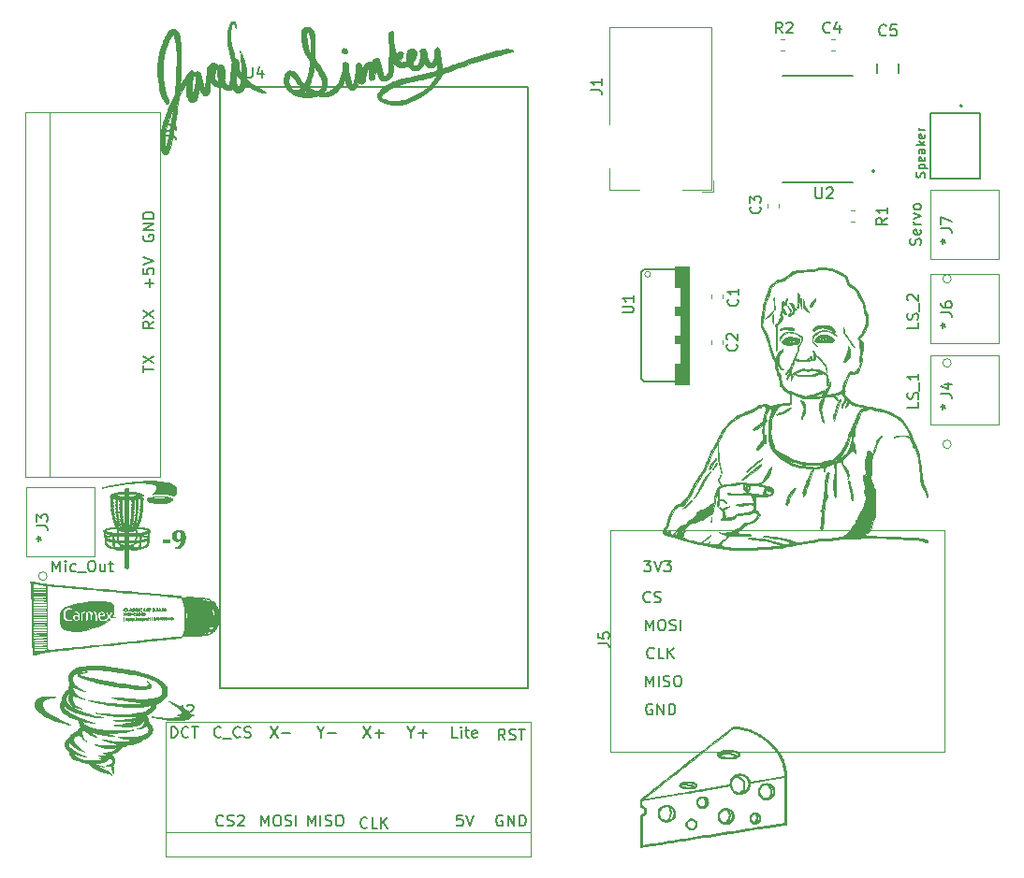
<source format=gbr>
G04 #@! TF.GenerationSoftware,KiCad,Pcbnew,(5.1.4)-1*
G04 #@! TF.CreationDate,2021-09-17T13:15:57-05:00*
G04 #@! TF.ProjectId,CareMate,43617265-4d61-4746-952e-6b696361645f,rev?*
G04 #@! TF.SameCoordinates,Original*
G04 #@! TF.FileFunction,Legend,Top*
G04 #@! TF.FilePolarity,Positive*
%FSLAX46Y46*%
G04 Gerber Fmt 4.6, Leading zero omitted, Abs format (unit mm)*
G04 Created by KiCad (PCBNEW (5.1.4)-1) date 2021-09-17 13:15:57*
%MOMM*%
%LPD*%
G04 APERTURE LIST*
%ADD10C,0.010000*%
%ADD11C,0.120000*%
%ADD12C,0.127000*%
%ADD13C,0.200000*%
%ADD14C,0.152400*%
%ADD15C,0.100000*%
%ADD16C,0.150000*%
G04 APERTURE END LIST*
D10*
G36*
X67768197Y-26157020D02*
G01*
X67785962Y-26161122D01*
X67788118Y-26176941D01*
X67777185Y-26201538D01*
X67768197Y-26196863D01*
X67764620Y-26161399D01*
X67768197Y-26157020D01*
X67768197Y-26157020D01*
G37*
X67768197Y-26157020D02*
X67785962Y-26161122D01*
X67788118Y-26176941D01*
X67777185Y-26201538D01*
X67768197Y-26196863D01*
X67764620Y-26161399D01*
X67768197Y-26157020D01*
G36*
X68098770Y-28187152D02*
G01*
X68112352Y-28196064D01*
X68114465Y-28226373D01*
X68107167Y-28258258D01*
X68096411Y-28244427D01*
X68092849Y-28197724D01*
X68098770Y-28187152D01*
X68098770Y-28187152D01*
G37*
X68098770Y-28187152D02*
X68112352Y-28196064D01*
X68114465Y-28226373D01*
X68107167Y-28258258D01*
X68096411Y-28244427D01*
X68092849Y-28197724D01*
X68098770Y-28187152D01*
G36*
X68126785Y-28308549D02*
G01*
X68144550Y-28312651D01*
X68146706Y-28328471D01*
X68135773Y-28353067D01*
X68126785Y-28348392D01*
X68123208Y-28312929D01*
X68126785Y-28308549D01*
X68126785Y-28308549D01*
G37*
X68126785Y-28308549D02*
X68144550Y-28312651D01*
X68146706Y-28328471D01*
X68135773Y-28353067D01*
X68126785Y-28348392D01*
X68123208Y-28312929D01*
X68126785Y-28308549D01*
G36*
X60678501Y-29708181D02*
G01*
X60688657Y-29444363D01*
X60705086Y-29206139D01*
X60720898Y-29057684D01*
X60752216Y-28841675D01*
X60790612Y-28621503D01*
X60833455Y-28409064D01*
X60878114Y-28216257D01*
X60921960Y-28054978D01*
X60962362Y-27937126D01*
X60974810Y-27909137D01*
X60996440Y-27849185D01*
X61018552Y-27765751D01*
X61019891Y-27759725D01*
X61045739Y-27672289D01*
X61086904Y-27562624D01*
X61113985Y-27499736D01*
X61157629Y-27395211D01*
X61191692Y-27297660D01*
X61203442Y-27253206D01*
X61222266Y-27190239D01*
X61242738Y-27163083D01*
X61243252Y-27163059D01*
X61264994Y-27137742D01*
X61301785Y-27071099D01*
X61345980Y-26977092D01*
X61349600Y-26968824D01*
X61393916Y-26873251D01*
X61431225Y-26803914D01*
X61453961Y-26774766D01*
X61454929Y-26774588D01*
X61479344Y-26750002D01*
X61510581Y-26690260D01*
X61512920Y-26684710D01*
X61588435Y-26559889D01*
X61701678Y-26441368D01*
X61836980Y-26340587D01*
X61978669Y-26268985D01*
X62111077Y-26238003D01*
X62125412Y-26237559D01*
X62249052Y-26265974D01*
X62365411Y-26349521D01*
X62471377Y-26483713D01*
X62563838Y-26664063D01*
X62639681Y-26886084D01*
X62674080Y-27028588D01*
X62711660Y-27250569D01*
X62743137Y-27523258D01*
X62768364Y-27837895D01*
X62787189Y-28185721D01*
X62799466Y-28557976D01*
X62805043Y-28945900D01*
X62803773Y-29340735D01*
X62795506Y-29733720D01*
X62780094Y-30116095D01*
X62757387Y-30479102D01*
X62736872Y-30719059D01*
X62722701Y-30865529D01*
X62709242Y-31004092D01*
X62698423Y-31114908D01*
X62694002Y-31159824D01*
X62692752Y-31249027D01*
X62711225Y-31282462D01*
X62748037Y-31259460D01*
X62786921Y-31204647D01*
X62853407Y-31098314D01*
X62944099Y-30956409D01*
X63049853Y-30792953D01*
X63161527Y-30621971D01*
X63269977Y-30457486D01*
X63366061Y-30313519D01*
X63415258Y-30240941D01*
X63528023Y-30101338D01*
X63635899Y-30020584D01*
X63740430Y-29998110D01*
X63843162Y-30033349D01*
X63888244Y-30067036D01*
X63928801Y-30109186D01*
X63952089Y-30157377D01*
X63958149Y-30222571D01*
X63947020Y-30315730D01*
X63918741Y-30447815D01*
X63890046Y-30564232D01*
X63852104Y-30729695D01*
X63816014Y-30913294D01*
X63788146Y-31081924D01*
X63782618Y-31122471D01*
X63766785Y-31278533D01*
X63755724Y-31452877D01*
X63749517Y-31632688D01*
X63748245Y-31805147D01*
X63751990Y-31957439D01*
X63760833Y-32076747D01*
X63774857Y-32150255D01*
X63776058Y-32153412D01*
X63792463Y-32185839D01*
X63807805Y-32186431D01*
X63826856Y-32147725D01*
X63854385Y-32062257D01*
X63871554Y-32004000D01*
X63912936Y-31863707D01*
X63957197Y-31716282D01*
X63992613Y-31600588D01*
X64057855Y-31379254D01*
X64101606Y-31198797D01*
X64125794Y-31045112D01*
X64132348Y-30904090D01*
X64123196Y-30761625D01*
X64115574Y-30701110D01*
X64095896Y-30576607D01*
X64075044Y-30470667D01*
X64056548Y-30400451D01*
X64050933Y-30386819D01*
X64024006Y-30279854D01*
X64051925Y-30177212D01*
X64092103Y-30126621D01*
X64189907Y-30070629D01*
X64297644Y-30063806D01*
X64398843Y-30101705D01*
X64477035Y-30179879D01*
X64504089Y-30237873D01*
X64531975Y-30316327D01*
X64555865Y-30370368D01*
X64558921Y-30375412D01*
X64574869Y-30417405D01*
X64598570Y-30501101D01*
X64625345Y-30609744D01*
X64629848Y-30629412D01*
X64662382Y-30773030D01*
X64700332Y-30940421D01*
X64735875Y-31097077D01*
X64738248Y-31107529D01*
X64779886Y-31274182D01*
X64821478Y-31410544D01*
X64860222Y-31509407D01*
X64893317Y-31563558D01*
X64916845Y-31567168D01*
X64941385Y-31512496D01*
X64968027Y-31406479D01*
X64995660Y-31257448D01*
X65023170Y-31073737D01*
X65049448Y-30863676D01*
X65073381Y-30635598D01*
X65093857Y-30397837D01*
X65109766Y-30158723D01*
X65113061Y-30096469D01*
X65128893Y-29889244D01*
X65156326Y-29730145D01*
X65200443Y-29607885D01*
X65266328Y-29511182D01*
X65359063Y-29428752D01*
X65437225Y-29376820D01*
X65524628Y-29332666D01*
X65608617Y-29318328D01*
X65699313Y-29324310D01*
X65863356Y-29355382D01*
X65972605Y-29406175D01*
X66030123Y-29481432D01*
X66038974Y-29585899D01*
X66002221Y-29724321D01*
X65985267Y-29767196D01*
X65917981Y-29946569D01*
X65875576Y-30110522D01*
X65853325Y-30283755D01*
X65846499Y-30490971D01*
X65846496Y-30492098D01*
X65845765Y-30758195D01*
X65966553Y-30873098D01*
X66065833Y-30956887D01*
X66135686Y-30990552D01*
X66176672Y-30973398D01*
X66189356Y-30904727D01*
X66174300Y-30783845D01*
X66143878Y-30653690D01*
X66106651Y-30482241D01*
X66078499Y-30293006D01*
X66061004Y-30104043D01*
X66055746Y-29933415D01*
X66064309Y-29799181D01*
X66067403Y-29780475D01*
X66109413Y-29664809D01*
X66181958Y-29563771D01*
X66271283Y-29491969D01*
X66363632Y-29464012D01*
X66365407Y-29464000D01*
X66455940Y-29492597D01*
X66545082Y-29573541D01*
X66627222Y-29699564D01*
X66696750Y-29863399D01*
X66712929Y-29914167D01*
X66755742Y-30094911D01*
X66769380Y-30266047D01*
X66754346Y-30450840D01*
X66727684Y-30597678D01*
X66705313Y-30714938D01*
X66698223Y-30797410D01*
X66706625Y-30868140D01*
X66730732Y-30950174D01*
X66730925Y-30950750D01*
X66778067Y-31057917D01*
X66843289Y-31164732D01*
X66915940Y-31257546D01*
X66985368Y-31322709D01*
X67039815Y-31346588D01*
X67091799Y-31317664D01*
X67140548Y-31234656D01*
X67184809Y-31103213D01*
X67223329Y-30928984D01*
X67254855Y-30717617D01*
X67278134Y-30474761D01*
X67291756Y-30211059D01*
X67300254Y-30027901D01*
X67313515Y-29844591D01*
X67329923Y-29679194D01*
X67347865Y-29549778D01*
X67353599Y-29519238D01*
X67400850Y-29290593D01*
X67267237Y-28757238D01*
X67164028Y-28321082D01*
X67085284Y-27931192D01*
X67030179Y-27579688D01*
X66997887Y-27258685D01*
X66987584Y-26960301D01*
X66998443Y-26676653D01*
X67024262Y-26437170D01*
X67048870Y-26269457D01*
X67071236Y-26144516D01*
X67095529Y-26045696D01*
X67125921Y-25956350D01*
X67166581Y-25859829D01*
X67171780Y-25848235D01*
X67222057Y-25752752D01*
X67283962Y-25656964D01*
X67344538Y-25579349D01*
X67388057Y-25539818D01*
X67457975Y-25527509D01*
X67546026Y-25542767D01*
X67621498Y-25578723D01*
X67640361Y-25596229D01*
X67662629Y-25643848D01*
X67690370Y-25730567D01*
X67718504Y-25836659D01*
X67741952Y-25942397D01*
X67755635Y-26028055D01*
X67757186Y-26049941D01*
X67743504Y-26084652D01*
X67715275Y-26079553D01*
X67696495Y-26040507D01*
X67696062Y-26035000D01*
X67678007Y-25964587D01*
X67637144Y-25879703D01*
X67585614Y-25800291D01*
X67535560Y-25746295D01*
X67513226Y-25734687D01*
X67465317Y-25754337D01*
X67413071Y-25824804D01*
X67360814Y-25937772D01*
X67312870Y-26084924D01*
X67295374Y-26153589D01*
X67267892Y-26325756D01*
X67253770Y-26539964D01*
X67252374Y-26780150D01*
X67263072Y-27030254D01*
X67285230Y-27274211D01*
X67318215Y-27495960D01*
X67354608Y-27656118D01*
X67375872Y-27738192D01*
X67406393Y-27864157D01*
X67442745Y-28019496D01*
X67481505Y-28189696D01*
X67499150Y-28268758D01*
X67548761Y-28487184D01*
X67590177Y-28654013D01*
X67626251Y-28776383D01*
X67659835Y-28861431D01*
X67693784Y-28916295D01*
X67730948Y-28948112D01*
X67774181Y-28964021D01*
X67777281Y-28964677D01*
X67856400Y-28984306D01*
X67912082Y-29011996D01*
X67948425Y-29057522D01*
X67969528Y-29130659D01*
X67979490Y-29241182D01*
X67982410Y-29398867D01*
X67982524Y-29454146D01*
X67982695Y-29837529D01*
X68104613Y-30060010D01*
X68164061Y-30162903D01*
X68216386Y-30243497D01*
X68252872Y-30288703D01*
X68260237Y-30293726D01*
X68272965Y-30270745D01*
X68280389Y-30197954D01*
X68282769Y-30085047D01*
X68280369Y-29941718D01*
X68273451Y-29777661D01*
X68262275Y-29602572D01*
X68247105Y-29426144D01*
X68233369Y-29299647D01*
X68219875Y-29177183D01*
X68211017Y-29076663D01*
X68208036Y-29013280D01*
X68208968Y-29000824D01*
X68209457Y-28956621D01*
X68202459Y-28874031D01*
X68193653Y-28802219D01*
X68185460Y-28647751D01*
X68210160Y-28523759D01*
X68210392Y-28523114D01*
X68250307Y-28412732D01*
X68365612Y-28751601D01*
X68485456Y-29139941D01*
X68578030Y-29517368D01*
X68641761Y-29874723D01*
X68675074Y-30202843D01*
X68676396Y-30492567D01*
X68673012Y-30541185D01*
X68664442Y-30656290D01*
X68665168Y-30729429D01*
X68679546Y-30778197D01*
X68711933Y-30820188D01*
X68751629Y-30858732D01*
X68914804Y-30993248D01*
X69130469Y-31137335D01*
X69401430Y-31292858D01*
X69416706Y-31301090D01*
X69559320Y-31380021D01*
X69708554Y-31466348D01*
X69839402Y-31545489D01*
X69879883Y-31571150D01*
X69979672Y-31635110D01*
X70064432Y-31688468D01*
X70117835Y-31720961D01*
X70122040Y-31723350D01*
X70166015Y-31754152D01*
X70230582Y-31806300D01*
X70303011Y-31868518D01*
X70370574Y-31929531D01*
X70420541Y-31978063D01*
X70440186Y-32002839D01*
X70438859Y-32004000D01*
X70401061Y-31994418D01*
X70343048Y-31974113D01*
X70246469Y-31961175D01*
X70208202Y-31974325D01*
X70151490Y-31979876D01*
X70055408Y-31965092D01*
X70044236Y-31962221D01*
X70044236Y-31944235D01*
X70059177Y-31929294D01*
X70044236Y-31914353D01*
X70029295Y-31929294D01*
X70044236Y-31944235D01*
X70044236Y-31962221D01*
X69935084Y-31934166D01*
X69805646Y-31891292D01*
X69682225Y-31840663D01*
X69625883Y-31812897D01*
X69553429Y-31780016D01*
X69500010Y-31765191D01*
X69498037Y-31765125D01*
X69455475Y-31751279D01*
X69373035Y-31714111D01*
X69262754Y-31659906D01*
X69136669Y-31594948D01*
X69006817Y-31525523D01*
X68885236Y-31457915D01*
X68783963Y-31398410D01*
X68731607Y-31364948D01*
X68659304Y-31322817D01*
X68607558Y-31305334D01*
X68594635Y-31308505D01*
X68573494Y-31348277D01*
X68541782Y-31423538D01*
X68523569Y-31471322D01*
X68430124Y-31662845D01*
X68310943Y-31810099D01*
X68172808Y-31910940D01*
X68022504Y-31963223D01*
X67920384Y-31964259D01*
X67920384Y-31505960D01*
X67970926Y-31496319D01*
X68027408Y-31442248D01*
X68079474Y-31356817D01*
X68114895Y-31260511D01*
X68143452Y-31152815D01*
X68172034Y-31047765D01*
X68187307Y-30987468D01*
X68190764Y-30938992D01*
X68177346Y-30889925D01*
X68141990Y-30827856D01*
X68079638Y-30740372D01*
X68007763Y-30644865D01*
X67927787Y-30540755D01*
X67875445Y-30478951D01*
X67843287Y-30453375D01*
X67823863Y-30457950D01*
X67810643Y-30484080D01*
X67801195Y-30538776D01*
X67793441Y-30639284D01*
X67788144Y-30771656D01*
X67786066Y-30921946D01*
X67786061Y-30933618D01*
X67790284Y-31138197D01*
X67803789Y-31290533D01*
X67828226Y-31397659D01*
X67865245Y-31466605D01*
X67916497Y-31504405D01*
X67920384Y-31505960D01*
X67920384Y-31964259D01*
X67866815Y-31964803D01*
X67712525Y-31913537D01*
X67566419Y-31807278D01*
X67541238Y-31781856D01*
X67419699Y-31653228D01*
X67321654Y-31711076D01*
X67232932Y-31748339D01*
X67119063Y-31777243D01*
X67063131Y-31785486D01*
X66938342Y-31788077D01*
X66832408Y-31762373D01*
X66729836Y-31701316D01*
X66615134Y-31597848D01*
X66586304Y-31568244D01*
X66511723Y-31493552D01*
X66462423Y-31456520D01*
X66424251Y-31449900D01*
X66385226Y-31465273D01*
X66311937Y-31488929D01*
X66214501Y-31502435D01*
X66189412Y-31503433D01*
X66109640Y-31497626D01*
X66033523Y-31472386D01*
X65942269Y-31419975D01*
X65874449Y-31373685D01*
X65762748Y-31290402D01*
X65652791Y-31200994D01*
X65572131Y-31128342D01*
X65497387Y-31063094D01*
X65453778Y-31044497D01*
X65444198Y-31053636D01*
X65436535Y-31097627D01*
X65425155Y-31187580D01*
X65411656Y-31309929D01*
X65399048Y-31436235D01*
X65375342Y-31659280D01*
X65350550Y-31831883D01*
X65322404Y-31963359D01*
X65288638Y-32063020D01*
X65246983Y-32140179D01*
X65218368Y-32178226D01*
X65129878Y-32257267D01*
X65023705Y-32292636D01*
X65016215Y-32293701D01*
X64938678Y-32298224D01*
X64878308Y-32280310D01*
X64810594Y-32230674D01*
X64781338Y-32204736D01*
X64703856Y-32121225D01*
X64620233Y-32010786D01*
X64560824Y-31917761D01*
X64506416Y-31827688D01*
X64461959Y-31762490D01*
X64436587Y-31735497D01*
X64435838Y-31735383D01*
X64422176Y-31741518D01*
X64408288Y-31765905D01*
X64391844Y-31816835D01*
X64370514Y-31902599D01*
X64341969Y-32031487D01*
X64309424Y-32185289D01*
X64271198Y-32363081D01*
X64239519Y-32493217D01*
X64209882Y-32586774D01*
X64177787Y-32654831D01*
X64138729Y-32708465D01*
X64088207Y-32758755D01*
X64069602Y-32775320D01*
X63982446Y-32839416D01*
X63897351Y-32866681D01*
X63829073Y-32870588D01*
X63696462Y-32858528D01*
X63597736Y-32815139D01*
X63513663Y-32729613D01*
X63472799Y-32670314D01*
X63403652Y-32552281D01*
X63351298Y-32435574D01*
X63313748Y-32309516D01*
X63289012Y-32163433D01*
X63275101Y-31986650D01*
X63270026Y-31768492D01*
X63270663Y-31585647D01*
X63274936Y-31182235D01*
X63208174Y-31268671D01*
X63164550Y-31327306D01*
X63119526Y-31393351D01*
X63067105Y-31476503D01*
X63001289Y-31586459D01*
X62916078Y-31732915D01*
X62851003Y-31846083D01*
X62737822Y-32049036D01*
X62655395Y-32210951D01*
X62600330Y-32339843D01*
X62569235Y-32443725D01*
X62558719Y-32530612D01*
X62558665Y-32536889D01*
X62553392Y-32618133D01*
X62539436Y-32735821D01*
X62519531Y-32867734D01*
X62513921Y-32900471D01*
X62489212Y-33058710D01*
X62466708Y-33233449D01*
X62451124Y-33387934D01*
X62450683Y-33393529D01*
X62439670Y-33504137D01*
X62420988Y-33658109D01*
X62396698Y-33839843D01*
X62368861Y-34033738D01*
X62348037Y-34170471D01*
X62266834Y-34682887D01*
X62192085Y-35139377D01*
X62125412Y-35529465D01*
X62125412Y-34932471D01*
X62140353Y-34917529D01*
X62125412Y-34902588D01*
X62110471Y-34917529D01*
X62125412Y-34932471D01*
X62125412Y-35529465D01*
X62123040Y-35543344D01*
X62058950Y-35898190D01*
X61999066Y-36207319D01*
X61942637Y-36474132D01*
X61888915Y-36702033D01*
X61837149Y-36894424D01*
X61786591Y-37054709D01*
X61736490Y-37186290D01*
X61686097Y-37292569D01*
X61645151Y-37361540D01*
X61547696Y-37474555D01*
X61432890Y-37554620D01*
X61408265Y-37562332D01*
X61408265Y-36989138D01*
X61409151Y-36988458D01*
X61423972Y-36953131D01*
X61449993Y-36871064D01*
X61484125Y-36753551D01*
X61523283Y-36611882D01*
X61564380Y-36457352D01*
X61604328Y-36301251D01*
X61640041Y-36154874D01*
X61656682Y-36082941D01*
X61693883Y-35910505D01*
X61734718Y-35708125D01*
X61778067Y-35482573D01*
X61822808Y-35240621D01*
X61867822Y-34989040D01*
X61911986Y-34734601D01*
X61954181Y-34484074D01*
X61993285Y-34244232D01*
X62028178Y-34021846D01*
X62057738Y-33823687D01*
X62080845Y-33656525D01*
X62096379Y-33527133D01*
X62103217Y-33442282D01*
X62100239Y-33408742D01*
X62099393Y-33408471D01*
X62076784Y-33435472D01*
X62038733Y-33510890D01*
X61988397Y-33626345D01*
X61928938Y-33773458D01*
X61863512Y-33943850D01*
X61795281Y-34129140D01*
X61727403Y-34320950D01*
X61663037Y-34510901D01*
X61605342Y-34690612D01*
X61564243Y-34827882D01*
X61489544Y-35093369D01*
X61431473Y-35314210D01*
X61388054Y-35502552D01*
X61357311Y-35670545D01*
X61337268Y-35830336D01*
X61325947Y-35994073D01*
X61321372Y-36173907D01*
X61321155Y-36322000D01*
X61324526Y-36537408D01*
X61332021Y-36711593D01*
X61343254Y-36838582D01*
X61357843Y-36912402D01*
X61359344Y-36916321D01*
X61387701Y-36971699D01*
X61408265Y-36989138D01*
X61408265Y-37562332D01*
X61317197Y-37590856D01*
X61296552Y-37591888D01*
X61215866Y-37563259D01*
X61140198Y-37481560D01*
X61071632Y-37353417D01*
X61012257Y-37185452D01*
X60964157Y-36984291D01*
X60929420Y-36756557D01*
X60910132Y-36508874D01*
X60906842Y-36354569D01*
X60914849Y-36054882D01*
X60940614Y-35765988D01*
X60986561Y-35474587D01*
X61055117Y-35167385D01*
X61148708Y-34831082D01*
X61234436Y-34558941D01*
X61284406Y-34408927D01*
X61329435Y-34278538D01*
X61365635Y-34178680D01*
X61389119Y-34120258D01*
X61394250Y-34110706D01*
X61415466Y-34066490D01*
X61444529Y-33986435D01*
X61461968Y-33931412D01*
X61493799Y-33839207D01*
X61545383Y-33705414D01*
X61611416Y-33542700D01*
X61686594Y-33363735D01*
X61765613Y-33181188D01*
X61843167Y-33007728D01*
X61899874Y-32885529D01*
X61997392Y-32680042D01*
X62074811Y-32514014D01*
X62134928Y-32376438D01*
X62180540Y-32256306D01*
X62214444Y-32142613D01*
X62239438Y-32024352D01*
X62258319Y-31890514D01*
X62273885Y-31730093D01*
X62288931Y-31532082D01*
X62306161Y-31286824D01*
X62337873Y-30795273D01*
X62362887Y-30316656D01*
X62381124Y-29857001D01*
X62392502Y-29422333D01*
X62396940Y-29018679D01*
X62394358Y-28652065D01*
X62384673Y-28328517D01*
X62367805Y-28054062D01*
X62351778Y-27895177D01*
X62313354Y-27612216D01*
X62271820Y-27360207D01*
X62228385Y-27144055D01*
X62184263Y-26968664D01*
X62140663Y-26838943D01*
X62098797Y-26759795D01*
X62065607Y-26735959D01*
X62029853Y-26758810D01*
X61973796Y-26825083D01*
X61904037Y-26924835D01*
X61827181Y-27048122D01*
X61749828Y-27185000D01*
X61690226Y-27301298D01*
X61549193Y-27615636D01*
X61431219Y-27935331D01*
X61330301Y-28278535D01*
X61241741Y-28657177D01*
X61199446Y-28867721D01*
X61168070Y-29051277D01*
X61146124Y-29223871D01*
X61132122Y-29401530D01*
X61124576Y-29600279D01*
X61121999Y-29836146D01*
X61122032Y-29946970D01*
X61125085Y-30215532D01*
X61133999Y-30452473D01*
X61150582Y-30671636D01*
X61176643Y-30886866D01*
X61213992Y-31112006D01*
X61264437Y-31360900D01*
X61329788Y-31647392D01*
X61361539Y-31779882D01*
X61410800Y-31981114D01*
X61450153Y-32135267D01*
X61482927Y-32253541D01*
X61512452Y-32347138D01*
X61542057Y-32427257D01*
X61575071Y-32505101D01*
X61581127Y-32518613D01*
X61631293Y-32636991D01*
X61658101Y-32723984D01*
X61666812Y-32800678D01*
X61665219Y-32855647D01*
X61642128Y-32941908D01*
X61579541Y-32991377D01*
X61523606Y-33007385D01*
X61471150Y-33012890D01*
X61429100Y-32997859D01*
X61383079Y-32952441D01*
X61319029Y-32867230D01*
X61209832Y-32694178D01*
X61110653Y-32491012D01*
X61019939Y-32252665D01*
X60936141Y-31974067D01*
X60857707Y-31650148D01*
X60783084Y-31275841D01*
X60721634Y-30915148D01*
X60700504Y-30735943D01*
X60685621Y-30511473D01*
X60676989Y-30255908D01*
X60674613Y-29983420D01*
X60678501Y-29708181D01*
X60678501Y-29708181D01*
G37*
X60678501Y-29708181D02*
X60688657Y-29444363D01*
X60705086Y-29206139D01*
X60720898Y-29057684D01*
X60752216Y-28841675D01*
X60790612Y-28621503D01*
X60833455Y-28409064D01*
X60878114Y-28216257D01*
X60921960Y-28054978D01*
X60962362Y-27937126D01*
X60974810Y-27909137D01*
X60996440Y-27849185D01*
X61018552Y-27765751D01*
X61019891Y-27759725D01*
X61045739Y-27672289D01*
X61086904Y-27562624D01*
X61113985Y-27499736D01*
X61157629Y-27395211D01*
X61191692Y-27297660D01*
X61203442Y-27253206D01*
X61222266Y-27190239D01*
X61242738Y-27163083D01*
X61243252Y-27163059D01*
X61264994Y-27137742D01*
X61301785Y-27071099D01*
X61345980Y-26977092D01*
X61349600Y-26968824D01*
X61393916Y-26873251D01*
X61431225Y-26803914D01*
X61453961Y-26774766D01*
X61454929Y-26774588D01*
X61479344Y-26750002D01*
X61510581Y-26690260D01*
X61512920Y-26684710D01*
X61588435Y-26559889D01*
X61701678Y-26441368D01*
X61836980Y-26340587D01*
X61978669Y-26268985D01*
X62111077Y-26238003D01*
X62125412Y-26237559D01*
X62249052Y-26265974D01*
X62365411Y-26349521D01*
X62471377Y-26483713D01*
X62563838Y-26664063D01*
X62639681Y-26886084D01*
X62674080Y-27028588D01*
X62711660Y-27250569D01*
X62743137Y-27523258D01*
X62768364Y-27837895D01*
X62787189Y-28185721D01*
X62799466Y-28557976D01*
X62805043Y-28945900D01*
X62803773Y-29340735D01*
X62795506Y-29733720D01*
X62780094Y-30116095D01*
X62757387Y-30479102D01*
X62736872Y-30719059D01*
X62722701Y-30865529D01*
X62709242Y-31004092D01*
X62698423Y-31114908D01*
X62694002Y-31159824D01*
X62692752Y-31249027D01*
X62711225Y-31282462D01*
X62748037Y-31259460D01*
X62786921Y-31204647D01*
X62853407Y-31098314D01*
X62944099Y-30956409D01*
X63049853Y-30792953D01*
X63161527Y-30621971D01*
X63269977Y-30457486D01*
X63366061Y-30313519D01*
X63415258Y-30240941D01*
X63528023Y-30101338D01*
X63635899Y-30020584D01*
X63740430Y-29998110D01*
X63843162Y-30033349D01*
X63888244Y-30067036D01*
X63928801Y-30109186D01*
X63952089Y-30157377D01*
X63958149Y-30222571D01*
X63947020Y-30315730D01*
X63918741Y-30447815D01*
X63890046Y-30564232D01*
X63852104Y-30729695D01*
X63816014Y-30913294D01*
X63788146Y-31081924D01*
X63782618Y-31122471D01*
X63766785Y-31278533D01*
X63755724Y-31452877D01*
X63749517Y-31632688D01*
X63748245Y-31805147D01*
X63751990Y-31957439D01*
X63760833Y-32076747D01*
X63774857Y-32150255D01*
X63776058Y-32153412D01*
X63792463Y-32185839D01*
X63807805Y-32186431D01*
X63826856Y-32147725D01*
X63854385Y-32062257D01*
X63871554Y-32004000D01*
X63912936Y-31863707D01*
X63957197Y-31716282D01*
X63992613Y-31600588D01*
X64057855Y-31379254D01*
X64101606Y-31198797D01*
X64125794Y-31045112D01*
X64132348Y-30904090D01*
X64123196Y-30761625D01*
X64115574Y-30701110D01*
X64095896Y-30576607D01*
X64075044Y-30470667D01*
X64056548Y-30400451D01*
X64050933Y-30386819D01*
X64024006Y-30279854D01*
X64051925Y-30177212D01*
X64092103Y-30126621D01*
X64189907Y-30070629D01*
X64297644Y-30063806D01*
X64398843Y-30101705D01*
X64477035Y-30179879D01*
X64504089Y-30237873D01*
X64531975Y-30316327D01*
X64555865Y-30370368D01*
X64558921Y-30375412D01*
X64574869Y-30417405D01*
X64598570Y-30501101D01*
X64625345Y-30609744D01*
X64629848Y-30629412D01*
X64662382Y-30773030D01*
X64700332Y-30940421D01*
X64735875Y-31097077D01*
X64738248Y-31107529D01*
X64779886Y-31274182D01*
X64821478Y-31410544D01*
X64860222Y-31509407D01*
X64893317Y-31563558D01*
X64916845Y-31567168D01*
X64941385Y-31512496D01*
X64968027Y-31406479D01*
X64995660Y-31257448D01*
X65023170Y-31073737D01*
X65049448Y-30863676D01*
X65073381Y-30635598D01*
X65093857Y-30397837D01*
X65109766Y-30158723D01*
X65113061Y-30096469D01*
X65128893Y-29889244D01*
X65156326Y-29730145D01*
X65200443Y-29607885D01*
X65266328Y-29511182D01*
X65359063Y-29428752D01*
X65437225Y-29376820D01*
X65524628Y-29332666D01*
X65608617Y-29318328D01*
X65699313Y-29324310D01*
X65863356Y-29355382D01*
X65972605Y-29406175D01*
X66030123Y-29481432D01*
X66038974Y-29585899D01*
X66002221Y-29724321D01*
X65985267Y-29767196D01*
X65917981Y-29946569D01*
X65875576Y-30110522D01*
X65853325Y-30283755D01*
X65846499Y-30490971D01*
X65846496Y-30492098D01*
X65845765Y-30758195D01*
X65966553Y-30873098D01*
X66065833Y-30956887D01*
X66135686Y-30990552D01*
X66176672Y-30973398D01*
X66189356Y-30904727D01*
X66174300Y-30783845D01*
X66143878Y-30653690D01*
X66106651Y-30482241D01*
X66078499Y-30293006D01*
X66061004Y-30104043D01*
X66055746Y-29933415D01*
X66064309Y-29799181D01*
X66067403Y-29780475D01*
X66109413Y-29664809D01*
X66181958Y-29563771D01*
X66271283Y-29491969D01*
X66363632Y-29464012D01*
X66365407Y-29464000D01*
X66455940Y-29492597D01*
X66545082Y-29573541D01*
X66627222Y-29699564D01*
X66696750Y-29863399D01*
X66712929Y-29914167D01*
X66755742Y-30094911D01*
X66769380Y-30266047D01*
X66754346Y-30450840D01*
X66727684Y-30597678D01*
X66705313Y-30714938D01*
X66698223Y-30797410D01*
X66706625Y-30868140D01*
X66730732Y-30950174D01*
X66730925Y-30950750D01*
X66778067Y-31057917D01*
X66843289Y-31164732D01*
X66915940Y-31257546D01*
X66985368Y-31322709D01*
X67039815Y-31346588D01*
X67091799Y-31317664D01*
X67140548Y-31234656D01*
X67184809Y-31103213D01*
X67223329Y-30928984D01*
X67254855Y-30717617D01*
X67278134Y-30474761D01*
X67291756Y-30211059D01*
X67300254Y-30027901D01*
X67313515Y-29844591D01*
X67329923Y-29679194D01*
X67347865Y-29549778D01*
X67353599Y-29519238D01*
X67400850Y-29290593D01*
X67267237Y-28757238D01*
X67164028Y-28321082D01*
X67085284Y-27931192D01*
X67030179Y-27579688D01*
X66997887Y-27258685D01*
X66987584Y-26960301D01*
X66998443Y-26676653D01*
X67024262Y-26437170D01*
X67048870Y-26269457D01*
X67071236Y-26144516D01*
X67095529Y-26045696D01*
X67125921Y-25956350D01*
X67166581Y-25859829D01*
X67171780Y-25848235D01*
X67222057Y-25752752D01*
X67283962Y-25656964D01*
X67344538Y-25579349D01*
X67388057Y-25539818D01*
X67457975Y-25527509D01*
X67546026Y-25542767D01*
X67621498Y-25578723D01*
X67640361Y-25596229D01*
X67662629Y-25643848D01*
X67690370Y-25730567D01*
X67718504Y-25836659D01*
X67741952Y-25942397D01*
X67755635Y-26028055D01*
X67757186Y-26049941D01*
X67743504Y-26084652D01*
X67715275Y-26079553D01*
X67696495Y-26040507D01*
X67696062Y-26035000D01*
X67678007Y-25964587D01*
X67637144Y-25879703D01*
X67585614Y-25800291D01*
X67535560Y-25746295D01*
X67513226Y-25734687D01*
X67465317Y-25754337D01*
X67413071Y-25824804D01*
X67360814Y-25937772D01*
X67312870Y-26084924D01*
X67295374Y-26153589D01*
X67267892Y-26325756D01*
X67253770Y-26539964D01*
X67252374Y-26780150D01*
X67263072Y-27030254D01*
X67285230Y-27274211D01*
X67318215Y-27495960D01*
X67354608Y-27656118D01*
X67375872Y-27738192D01*
X67406393Y-27864157D01*
X67442745Y-28019496D01*
X67481505Y-28189696D01*
X67499150Y-28268758D01*
X67548761Y-28487184D01*
X67590177Y-28654013D01*
X67626251Y-28776383D01*
X67659835Y-28861431D01*
X67693784Y-28916295D01*
X67730948Y-28948112D01*
X67774181Y-28964021D01*
X67777281Y-28964677D01*
X67856400Y-28984306D01*
X67912082Y-29011996D01*
X67948425Y-29057522D01*
X67969528Y-29130659D01*
X67979490Y-29241182D01*
X67982410Y-29398867D01*
X67982524Y-29454146D01*
X67982695Y-29837529D01*
X68104613Y-30060010D01*
X68164061Y-30162903D01*
X68216386Y-30243497D01*
X68252872Y-30288703D01*
X68260237Y-30293726D01*
X68272965Y-30270745D01*
X68280389Y-30197954D01*
X68282769Y-30085047D01*
X68280369Y-29941718D01*
X68273451Y-29777661D01*
X68262275Y-29602572D01*
X68247105Y-29426144D01*
X68233369Y-29299647D01*
X68219875Y-29177183D01*
X68211017Y-29076663D01*
X68208036Y-29013280D01*
X68208968Y-29000824D01*
X68209457Y-28956621D01*
X68202459Y-28874031D01*
X68193653Y-28802219D01*
X68185460Y-28647751D01*
X68210160Y-28523759D01*
X68210392Y-28523114D01*
X68250307Y-28412732D01*
X68365612Y-28751601D01*
X68485456Y-29139941D01*
X68578030Y-29517368D01*
X68641761Y-29874723D01*
X68675074Y-30202843D01*
X68676396Y-30492567D01*
X68673012Y-30541185D01*
X68664442Y-30656290D01*
X68665168Y-30729429D01*
X68679546Y-30778197D01*
X68711933Y-30820188D01*
X68751629Y-30858732D01*
X68914804Y-30993248D01*
X69130469Y-31137335D01*
X69401430Y-31292858D01*
X69416706Y-31301090D01*
X69559320Y-31380021D01*
X69708554Y-31466348D01*
X69839402Y-31545489D01*
X69879883Y-31571150D01*
X69979672Y-31635110D01*
X70064432Y-31688468D01*
X70117835Y-31720961D01*
X70122040Y-31723350D01*
X70166015Y-31754152D01*
X70230582Y-31806300D01*
X70303011Y-31868518D01*
X70370574Y-31929531D01*
X70420541Y-31978063D01*
X70440186Y-32002839D01*
X70438859Y-32004000D01*
X70401061Y-31994418D01*
X70343048Y-31974113D01*
X70246469Y-31961175D01*
X70208202Y-31974325D01*
X70151490Y-31979876D01*
X70055408Y-31965092D01*
X70044236Y-31962221D01*
X70044236Y-31944235D01*
X70059177Y-31929294D01*
X70044236Y-31914353D01*
X70029295Y-31929294D01*
X70044236Y-31944235D01*
X70044236Y-31962221D01*
X69935084Y-31934166D01*
X69805646Y-31891292D01*
X69682225Y-31840663D01*
X69625883Y-31812897D01*
X69553429Y-31780016D01*
X69500010Y-31765191D01*
X69498037Y-31765125D01*
X69455475Y-31751279D01*
X69373035Y-31714111D01*
X69262754Y-31659906D01*
X69136669Y-31594948D01*
X69006817Y-31525523D01*
X68885236Y-31457915D01*
X68783963Y-31398410D01*
X68731607Y-31364948D01*
X68659304Y-31322817D01*
X68607558Y-31305334D01*
X68594635Y-31308505D01*
X68573494Y-31348277D01*
X68541782Y-31423538D01*
X68523569Y-31471322D01*
X68430124Y-31662845D01*
X68310943Y-31810099D01*
X68172808Y-31910940D01*
X68022504Y-31963223D01*
X67920384Y-31964259D01*
X67920384Y-31505960D01*
X67970926Y-31496319D01*
X68027408Y-31442248D01*
X68079474Y-31356817D01*
X68114895Y-31260511D01*
X68143452Y-31152815D01*
X68172034Y-31047765D01*
X68187307Y-30987468D01*
X68190764Y-30938992D01*
X68177346Y-30889925D01*
X68141990Y-30827856D01*
X68079638Y-30740372D01*
X68007763Y-30644865D01*
X67927787Y-30540755D01*
X67875445Y-30478951D01*
X67843287Y-30453375D01*
X67823863Y-30457950D01*
X67810643Y-30484080D01*
X67801195Y-30538776D01*
X67793441Y-30639284D01*
X67788144Y-30771656D01*
X67786066Y-30921946D01*
X67786061Y-30933618D01*
X67790284Y-31138197D01*
X67803789Y-31290533D01*
X67828226Y-31397659D01*
X67865245Y-31466605D01*
X67916497Y-31504405D01*
X67920384Y-31505960D01*
X67920384Y-31964259D01*
X67866815Y-31964803D01*
X67712525Y-31913537D01*
X67566419Y-31807278D01*
X67541238Y-31781856D01*
X67419699Y-31653228D01*
X67321654Y-31711076D01*
X67232932Y-31748339D01*
X67119063Y-31777243D01*
X67063131Y-31785486D01*
X66938342Y-31788077D01*
X66832408Y-31762373D01*
X66729836Y-31701316D01*
X66615134Y-31597848D01*
X66586304Y-31568244D01*
X66511723Y-31493552D01*
X66462423Y-31456520D01*
X66424251Y-31449900D01*
X66385226Y-31465273D01*
X66311937Y-31488929D01*
X66214501Y-31502435D01*
X66189412Y-31503433D01*
X66109640Y-31497626D01*
X66033523Y-31472386D01*
X65942269Y-31419975D01*
X65874449Y-31373685D01*
X65762748Y-31290402D01*
X65652791Y-31200994D01*
X65572131Y-31128342D01*
X65497387Y-31063094D01*
X65453778Y-31044497D01*
X65444198Y-31053636D01*
X65436535Y-31097627D01*
X65425155Y-31187580D01*
X65411656Y-31309929D01*
X65399048Y-31436235D01*
X65375342Y-31659280D01*
X65350550Y-31831883D01*
X65322404Y-31963359D01*
X65288638Y-32063020D01*
X65246983Y-32140179D01*
X65218368Y-32178226D01*
X65129878Y-32257267D01*
X65023705Y-32292636D01*
X65016215Y-32293701D01*
X64938678Y-32298224D01*
X64878308Y-32280310D01*
X64810594Y-32230674D01*
X64781338Y-32204736D01*
X64703856Y-32121225D01*
X64620233Y-32010786D01*
X64560824Y-31917761D01*
X64506416Y-31827688D01*
X64461959Y-31762490D01*
X64436587Y-31735497D01*
X64435838Y-31735383D01*
X64422176Y-31741518D01*
X64408288Y-31765905D01*
X64391844Y-31816835D01*
X64370514Y-31902599D01*
X64341969Y-32031487D01*
X64309424Y-32185289D01*
X64271198Y-32363081D01*
X64239519Y-32493217D01*
X64209882Y-32586774D01*
X64177787Y-32654831D01*
X64138729Y-32708465D01*
X64088207Y-32758755D01*
X64069602Y-32775320D01*
X63982446Y-32839416D01*
X63897351Y-32866681D01*
X63829073Y-32870588D01*
X63696462Y-32858528D01*
X63597736Y-32815139D01*
X63513663Y-32729613D01*
X63472799Y-32670314D01*
X63403652Y-32552281D01*
X63351298Y-32435574D01*
X63313748Y-32309516D01*
X63289012Y-32163433D01*
X63275101Y-31986650D01*
X63270026Y-31768492D01*
X63270663Y-31585647D01*
X63274936Y-31182235D01*
X63208174Y-31268671D01*
X63164550Y-31327306D01*
X63119526Y-31393351D01*
X63067105Y-31476503D01*
X63001289Y-31586459D01*
X62916078Y-31732915D01*
X62851003Y-31846083D01*
X62737822Y-32049036D01*
X62655395Y-32210951D01*
X62600330Y-32339843D01*
X62569235Y-32443725D01*
X62558719Y-32530612D01*
X62558665Y-32536889D01*
X62553392Y-32618133D01*
X62539436Y-32735821D01*
X62519531Y-32867734D01*
X62513921Y-32900471D01*
X62489212Y-33058710D01*
X62466708Y-33233449D01*
X62451124Y-33387934D01*
X62450683Y-33393529D01*
X62439670Y-33504137D01*
X62420988Y-33658109D01*
X62396698Y-33839843D01*
X62368861Y-34033738D01*
X62348037Y-34170471D01*
X62266834Y-34682887D01*
X62192085Y-35139377D01*
X62125412Y-35529465D01*
X62125412Y-34932471D01*
X62140353Y-34917529D01*
X62125412Y-34902588D01*
X62110471Y-34917529D01*
X62125412Y-34932471D01*
X62125412Y-35529465D01*
X62123040Y-35543344D01*
X62058950Y-35898190D01*
X61999066Y-36207319D01*
X61942637Y-36474132D01*
X61888915Y-36702033D01*
X61837149Y-36894424D01*
X61786591Y-37054709D01*
X61736490Y-37186290D01*
X61686097Y-37292569D01*
X61645151Y-37361540D01*
X61547696Y-37474555D01*
X61432890Y-37554620D01*
X61408265Y-37562332D01*
X61408265Y-36989138D01*
X61409151Y-36988458D01*
X61423972Y-36953131D01*
X61449993Y-36871064D01*
X61484125Y-36753551D01*
X61523283Y-36611882D01*
X61564380Y-36457352D01*
X61604328Y-36301251D01*
X61640041Y-36154874D01*
X61656682Y-36082941D01*
X61693883Y-35910505D01*
X61734718Y-35708125D01*
X61778067Y-35482573D01*
X61822808Y-35240621D01*
X61867822Y-34989040D01*
X61911986Y-34734601D01*
X61954181Y-34484074D01*
X61993285Y-34244232D01*
X62028178Y-34021846D01*
X62057738Y-33823687D01*
X62080845Y-33656525D01*
X62096379Y-33527133D01*
X62103217Y-33442282D01*
X62100239Y-33408742D01*
X62099393Y-33408471D01*
X62076784Y-33435472D01*
X62038733Y-33510890D01*
X61988397Y-33626345D01*
X61928938Y-33773458D01*
X61863512Y-33943850D01*
X61795281Y-34129140D01*
X61727403Y-34320950D01*
X61663037Y-34510901D01*
X61605342Y-34690612D01*
X61564243Y-34827882D01*
X61489544Y-35093369D01*
X61431473Y-35314210D01*
X61388054Y-35502552D01*
X61357311Y-35670545D01*
X61337268Y-35830336D01*
X61325947Y-35994073D01*
X61321372Y-36173907D01*
X61321155Y-36322000D01*
X61324526Y-36537408D01*
X61332021Y-36711593D01*
X61343254Y-36838582D01*
X61357843Y-36912402D01*
X61359344Y-36916321D01*
X61387701Y-36971699D01*
X61408265Y-36989138D01*
X61408265Y-37562332D01*
X61317197Y-37590856D01*
X61296552Y-37591888D01*
X61215866Y-37563259D01*
X61140198Y-37481560D01*
X61071632Y-37353417D01*
X61012257Y-37185452D01*
X60964157Y-36984291D01*
X60929420Y-36756557D01*
X60910132Y-36508874D01*
X60906842Y-36354569D01*
X60914849Y-36054882D01*
X60940614Y-35765988D01*
X60986561Y-35474587D01*
X61055117Y-35167385D01*
X61148708Y-34831082D01*
X61234436Y-34558941D01*
X61284406Y-34408927D01*
X61329435Y-34278538D01*
X61365635Y-34178680D01*
X61389119Y-34120258D01*
X61394250Y-34110706D01*
X61415466Y-34066490D01*
X61444529Y-33986435D01*
X61461968Y-33931412D01*
X61493799Y-33839207D01*
X61545383Y-33705414D01*
X61611416Y-33542700D01*
X61686594Y-33363735D01*
X61765613Y-33181188D01*
X61843167Y-33007728D01*
X61899874Y-32885529D01*
X61997392Y-32680042D01*
X62074811Y-32514014D01*
X62134928Y-32376438D01*
X62180540Y-32256306D01*
X62214444Y-32142613D01*
X62239438Y-32024352D01*
X62258319Y-31890514D01*
X62273885Y-31730093D01*
X62288931Y-31532082D01*
X62306161Y-31286824D01*
X62337873Y-30795273D01*
X62362887Y-30316656D01*
X62381124Y-29857001D01*
X62392502Y-29422333D01*
X62396940Y-29018679D01*
X62394358Y-28652065D01*
X62384673Y-28328517D01*
X62367805Y-28054062D01*
X62351778Y-27895177D01*
X62313354Y-27612216D01*
X62271820Y-27360207D01*
X62228385Y-27144055D01*
X62184263Y-26968664D01*
X62140663Y-26838943D01*
X62098797Y-26759795D01*
X62065607Y-26735959D01*
X62029853Y-26758810D01*
X61973796Y-26825083D01*
X61904037Y-26924835D01*
X61827181Y-27048122D01*
X61749828Y-27185000D01*
X61690226Y-27301298D01*
X61549193Y-27615636D01*
X61431219Y-27935331D01*
X61330301Y-28278535D01*
X61241741Y-28657177D01*
X61199446Y-28867721D01*
X61168070Y-29051277D01*
X61146124Y-29223871D01*
X61132122Y-29401530D01*
X61124576Y-29600279D01*
X61121999Y-29836146D01*
X61122032Y-29946970D01*
X61125085Y-30215532D01*
X61133999Y-30452473D01*
X61150582Y-30671636D01*
X61176643Y-30886866D01*
X61213992Y-31112006D01*
X61264437Y-31360900D01*
X61329788Y-31647392D01*
X61361539Y-31779882D01*
X61410800Y-31981114D01*
X61450153Y-32135267D01*
X61482927Y-32253541D01*
X61512452Y-32347138D01*
X61542057Y-32427257D01*
X61575071Y-32505101D01*
X61581127Y-32518613D01*
X61631293Y-32636991D01*
X61658101Y-32723984D01*
X61666812Y-32800678D01*
X61665219Y-32855647D01*
X61642128Y-32941908D01*
X61579541Y-32991377D01*
X61523606Y-33007385D01*
X61471150Y-33012890D01*
X61429100Y-32997859D01*
X61383079Y-32952441D01*
X61319029Y-32867230D01*
X61209832Y-32694178D01*
X61110653Y-32491012D01*
X61019939Y-32252665D01*
X60936141Y-31974067D01*
X60857707Y-31650148D01*
X60783084Y-31275841D01*
X60721634Y-30915148D01*
X60700504Y-30735943D01*
X60685621Y-30511473D01*
X60676989Y-30255908D01*
X60674613Y-29983420D01*
X60678501Y-29708181D01*
G36*
X77315074Y-28134232D02*
G01*
X77375231Y-28049496D01*
X77439907Y-27998387D01*
X77506783Y-27979670D01*
X77590834Y-27982699D01*
X77703792Y-28008347D01*
X77783619Y-28065777D01*
X77790930Y-28073988D01*
X77838801Y-28159086D01*
X77857686Y-28255930D01*
X77845773Y-28342241D01*
X77816314Y-28386022D01*
X77723890Y-28428380D01*
X77605645Y-28437415D01*
X77483310Y-28416009D01*
X77378614Y-28367045D01*
X77330125Y-28321552D01*
X77297046Y-28232430D01*
X77315074Y-28134232D01*
X77315074Y-28134232D01*
G37*
X77315074Y-28134232D02*
X77375231Y-28049496D01*
X77439907Y-27998387D01*
X77506783Y-27979670D01*
X77590834Y-27982699D01*
X77703792Y-28008347D01*
X77783619Y-28065777D01*
X77790930Y-28073988D01*
X77838801Y-28159086D01*
X77857686Y-28255930D01*
X77845773Y-28342241D01*
X77816314Y-28386022D01*
X77723890Y-28428380D01*
X77605645Y-28437415D01*
X77483310Y-28416009D01*
X77378614Y-28367045D01*
X77330125Y-28321552D01*
X77297046Y-28232430D01*
X77315074Y-28134232D01*
G36*
X72069146Y-30678568D02*
G01*
X72080634Y-30663894D01*
X72102551Y-30625827D01*
X72128711Y-30548574D01*
X72145667Y-30482249D01*
X72199712Y-30331952D01*
X72285231Y-30196048D01*
X72390250Y-30089982D01*
X72495020Y-30031623D01*
X72599076Y-30012301D01*
X72720613Y-30023348D01*
X72749023Y-30029066D01*
X72916444Y-30084293D01*
X73073556Y-30178624D01*
X73226741Y-30317435D01*
X73382380Y-30506103D01*
X73478329Y-30643563D01*
X73553169Y-30750514D01*
X73639396Y-30864807D01*
X73728519Y-30976268D01*
X73812049Y-31074720D01*
X73881494Y-31149989D01*
X73928364Y-31191897D01*
X73940269Y-31197177D01*
X73962291Y-31170806D01*
X73999271Y-31099161D01*
X74046614Y-30993445D01*
X74099725Y-30864859D01*
X74154009Y-30724605D01*
X74204870Y-30583884D01*
X74247713Y-30453899D01*
X74254926Y-30430139D01*
X74321980Y-30182467D01*
X74382186Y-29916811D01*
X74431007Y-29655694D01*
X74463901Y-29421638D01*
X74469481Y-29365792D01*
X74478172Y-29241642D01*
X74476477Y-29163263D01*
X74463221Y-29117379D01*
X74445666Y-29096851D01*
X74400195Y-29048030D01*
X74332292Y-28961072D01*
X74250797Y-28848772D01*
X74164552Y-28723922D01*
X74082396Y-28599314D01*
X74013171Y-28487744D01*
X73966295Y-28403177D01*
X73904498Y-28248409D01*
X73844178Y-28039195D01*
X73786841Y-27780851D01*
X73779428Y-27742590D01*
X73760164Y-27627774D01*
X73739423Y-27481330D01*
X73718601Y-27316161D01*
X73699092Y-27145172D01*
X73682294Y-26981265D01*
X73669602Y-26837344D01*
X73662413Y-26726312D01*
X73662123Y-26661073D01*
X73662264Y-26659691D01*
X73686047Y-26486588D01*
X73717079Y-26360727D01*
X73761074Y-26269608D01*
X73823746Y-26200729D01*
X73894681Y-26151106D01*
X74055726Y-26086864D01*
X74230266Y-26073102D01*
X74404315Y-26107225D01*
X74563887Y-26186642D01*
X74686171Y-26297827D01*
X74730427Y-26357788D01*
X74767369Y-26425239D01*
X74797746Y-26506069D01*
X74822304Y-26606169D01*
X74841789Y-26731430D01*
X74856949Y-26887743D01*
X74868529Y-27080999D01*
X74877277Y-27317088D01*
X74883939Y-27601901D01*
X74888636Y-27895177D01*
X74892762Y-28183912D01*
X74896638Y-28418864D01*
X74900664Y-28606010D01*
X74905240Y-28751328D01*
X74910764Y-28860797D01*
X74917635Y-28940392D01*
X74926254Y-28996093D01*
X74937019Y-29033877D01*
X74950329Y-29059722D01*
X74966584Y-29079606D01*
X74967825Y-29080911D01*
X75012883Y-29135143D01*
X75083031Y-29227983D01*
X75170289Y-29348253D01*
X75266680Y-29484779D01*
X75364224Y-29626385D01*
X75454943Y-29761896D01*
X75465350Y-29777765D01*
X75577746Y-29961420D01*
X75688625Y-30163761D01*
X75790682Y-30369674D01*
X75876612Y-30564046D01*
X75939107Y-30731763D01*
X75958563Y-30798078D01*
X75987502Y-30949716D01*
X76002399Y-31113453D01*
X76003202Y-31271948D01*
X75989855Y-31407856D01*
X75962305Y-31503836D01*
X75960758Y-31506886D01*
X75929579Y-31574584D01*
X75916130Y-31619481D01*
X75916118Y-31620155D01*
X75898201Y-31665186D01*
X75851411Y-31739976D01*
X75786196Y-31829274D01*
X75713001Y-31917829D01*
X75709723Y-31921512D01*
X75666927Y-31979333D01*
X75653821Y-32018518D01*
X75656012Y-32022796D01*
X75697772Y-32027832D01*
X75780647Y-32012157D01*
X75891444Y-31980013D01*
X76016972Y-31935641D01*
X76144039Y-31883286D01*
X76252169Y-31831075D01*
X76393477Y-31741627D01*
X76552032Y-31617757D01*
X76711169Y-31474258D01*
X76854224Y-31325919D01*
X76942382Y-31218446D01*
X77046442Y-31050069D01*
X77145849Y-30837153D01*
X77236419Y-30594397D01*
X77313965Y-30336500D01*
X77374305Y-30078159D01*
X77413252Y-29834072D01*
X77426621Y-29618939D01*
X77422801Y-29531129D01*
X77415925Y-29429220D01*
X77421565Y-29367215D01*
X77444872Y-29325707D01*
X77487263Y-29288219D01*
X77582845Y-29240321D01*
X77686161Y-29230054D01*
X77781800Y-29253259D01*
X77854350Y-29305772D01*
X77888400Y-29383433D01*
X77889231Y-29396765D01*
X77893890Y-29515674D01*
X77903650Y-29672559D01*
X77916854Y-29846014D01*
X77931844Y-30014636D01*
X77946964Y-30157018D01*
X77949949Y-30181177D01*
X77974943Y-30337404D01*
X78010317Y-30505118D01*
X78053195Y-30675573D01*
X78100701Y-30840025D01*
X78149958Y-30989728D01*
X78198091Y-31115939D01*
X78242223Y-31209912D01*
X78279479Y-31262904D01*
X78306851Y-31266314D01*
X78327469Y-31228718D01*
X78362913Y-31150308D01*
X78406517Y-31046036D01*
X78419606Y-31013424D01*
X78468107Y-30877836D01*
X78504035Y-30741141D01*
X78529579Y-30589522D01*
X78546928Y-30409166D01*
X78558270Y-30186257D01*
X78560335Y-30125081D01*
X78570196Y-29895844D01*
X78584618Y-29717732D01*
X78605039Y-29582188D01*
X78632899Y-29480653D01*
X78669634Y-29404570D01*
X78685263Y-29381824D01*
X78755097Y-29310545D01*
X78830771Y-29285292D01*
X78847468Y-29284706D01*
X78941140Y-29305093D01*
X79016511Y-29369639D01*
X79077458Y-29483417D01*
X79127857Y-29651503D01*
X79127949Y-29651891D01*
X79154465Y-29759494D01*
X79176609Y-29840262D01*
X79190504Y-29880318D01*
X79192324Y-29882353D01*
X79209446Y-29857666D01*
X79246018Y-29792058D01*
X79295056Y-29698211D01*
X79310479Y-29667788D01*
X79395318Y-29506898D01*
X79466903Y-29391459D01*
X79533434Y-29311146D01*
X79603116Y-29255628D01*
X79663209Y-29223673D01*
X79746053Y-29191738D01*
X79811817Y-29188250D01*
X79895102Y-29211638D01*
X79898887Y-29212970D01*
X79976645Y-29237117D01*
X80020500Y-29236818D01*
X80051682Y-29210695D01*
X80057964Y-29202647D01*
X80090421Y-29150717D01*
X80098697Y-29126614D01*
X80123672Y-29068004D01*
X80183959Y-28996013D01*
X80263198Y-28927292D01*
X80340523Y-28880475D01*
X80421117Y-28849307D01*
X80482889Y-28846287D01*
X80559161Y-28870351D01*
X80566540Y-28873276D01*
X80638050Y-28909733D01*
X80682004Y-28960485D01*
X80715219Y-29046364D01*
X80720402Y-29063867D01*
X80749115Y-29154030D01*
X80775033Y-29220942D01*
X80785202Y-29239882D01*
X80800001Y-29279812D01*
X80822977Y-29365198D01*
X80850800Y-29482852D01*
X80875790Y-29598471D01*
X80933742Y-29867393D01*
X80984929Y-30081699D01*
X81030654Y-30245989D01*
X81072220Y-30364863D01*
X81110930Y-30442922D01*
X81117848Y-30453208D01*
X81169118Y-30507257D01*
X81222325Y-30517478D01*
X81287225Y-30481603D01*
X81373572Y-30397366D01*
X81377753Y-30392801D01*
X81425146Y-30337429D01*
X81464255Y-30280633D01*
X81496081Y-30216006D01*
X81521624Y-30137145D01*
X81541888Y-30037643D01*
X81557872Y-29911095D01*
X81570578Y-29751095D01*
X81581008Y-29551239D01*
X81590162Y-29305120D01*
X81599043Y-29006335D01*
X81600019Y-28970941D01*
X81606697Y-28728094D01*
X81612917Y-28502542D01*
X81618475Y-28301693D01*
X81623164Y-28132951D01*
X81626779Y-28003721D01*
X81629114Y-27921409D01*
X81629892Y-27895177D01*
X81628066Y-27847936D01*
X81621818Y-27751276D01*
X81611890Y-27615316D01*
X81599025Y-27450177D01*
X81583969Y-27265979D01*
X81581604Y-27237765D01*
X81531339Y-26640118D01*
X81640244Y-26539862D01*
X81715086Y-26478406D01*
X81774196Y-26454036D01*
X81839910Y-26457768D01*
X81842880Y-26458352D01*
X81947040Y-26495230D01*
X82002564Y-26560149D01*
X82016782Y-26663095D01*
X82015014Y-26692800D01*
X82000899Y-27059611D01*
X82017685Y-27431167D01*
X82063949Y-27781891D01*
X82080371Y-27865294D01*
X82130518Y-28095960D01*
X82171740Y-28272229D01*
X82205231Y-28398608D01*
X82232183Y-28479600D01*
X82253622Y-28519529D01*
X82285551Y-28515868D01*
X82337039Y-28473996D01*
X82357841Y-28450983D01*
X82439278Y-28373833D01*
X82537432Y-28305597D01*
X82555718Y-28295671D01*
X82631242Y-28259843D01*
X82680760Y-28251406D01*
X82731073Y-28269767D01*
X82768606Y-28290964D01*
X82823160Y-28327860D01*
X82859215Y-28369435D01*
X82875464Y-28422605D01*
X82870599Y-28494285D01*
X82843314Y-28591392D01*
X82792301Y-28720841D01*
X82716252Y-28889547D01*
X82615457Y-29101120D01*
X82586068Y-29168953D01*
X82586265Y-29207102D01*
X82617711Y-29238723D01*
X82625759Y-29244729D01*
X82684511Y-29269607D01*
X82768401Y-29270727D01*
X82886969Y-29247061D01*
X83043059Y-29199810D01*
X83192471Y-29150235D01*
X83181791Y-28830363D01*
X83179372Y-28655206D01*
X83186615Y-28521340D01*
X83205055Y-28410845D01*
X83223450Y-28344089D01*
X83294411Y-28187005D01*
X83391767Y-28074275D01*
X83509662Y-28011362D01*
X83592463Y-27999765D01*
X83773661Y-28022931D01*
X83918577Y-28088489D01*
X84022605Y-28190532D01*
X84081141Y-28323150D01*
X84089578Y-28480434D01*
X84062831Y-28603221D01*
X84034912Y-28699248D01*
X84017339Y-28778116D01*
X84014236Y-28806116D01*
X83996470Y-28855669D01*
X83950158Y-28932790D01*
X83892997Y-29010815D01*
X83797347Y-29153188D01*
X83754770Y-29276323D01*
X83764103Y-29386086D01*
X83803532Y-29461856D01*
X83883125Y-29532894D01*
X83977079Y-29552354D01*
X84077871Y-29524270D01*
X84177975Y-29452678D01*
X84269871Y-29341614D01*
X84346033Y-29195113D01*
X84357743Y-29164597D01*
X84388122Y-29042333D01*
X84408795Y-28880994D01*
X84418973Y-28700599D01*
X84417870Y-28521166D01*
X84404697Y-28362716D01*
X84392072Y-28291982D01*
X84380401Y-28215967D01*
X84395584Y-28161528D01*
X84446600Y-28100771D01*
X84457009Y-28090277D01*
X84534473Y-28027667D01*
X84617180Y-28002812D01*
X84676819Y-28000222D01*
X84765262Y-28005544D01*
X84830302Y-28018306D01*
X84842309Y-28023680D01*
X84891921Y-28081626D01*
X84938126Y-28180323D01*
X84974540Y-28300829D01*
X84994779Y-28424204D01*
X84996817Y-28482044D01*
X85015123Y-28703132D01*
X85075460Y-28914932D01*
X85171895Y-29101569D01*
X85274653Y-29225567D01*
X85351665Y-29290513D01*
X85408859Y-29309534D01*
X85462904Y-29284037D01*
X85503644Y-29244895D01*
X85565559Y-29150637D01*
X85623291Y-29011701D01*
X85673345Y-28843172D01*
X85712227Y-28660132D01*
X85736441Y-28477665D01*
X85742494Y-28310856D01*
X85737387Y-28236032D01*
X85741846Y-28101670D01*
X85783463Y-27994780D01*
X85853908Y-27922962D01*
X85944851Y-27893813D01*
X86047964Y-27914931D01*
X86074281Y-27928727D01*
X86135020Y-27983893D01*
X86173123Y-28069842D01*
X86191904Y-28196904D01*
X86195319Y-28306046D01*
X86200274Y-28387931D01*
X86213159Y-28506731D01*
X86231490Y-28640511D01*
X86237566Y-28679575D01*
X86268499Y-28875567D01*
X86300226Y-29081894D01*
X86330607Y-29284165D01*
X86357502Y-29467991D01*
X86378773Y-29618983D01*
X86390501Y-29708076D01*
X86407750Y-29847564D01*
X86593052Y-29787918D01*
X86699606Y-29752418D01*
X86790165Y-29720141D01*
X86838118Y-29701060D01*
X86888855Y-29680687D01*
X86982509Y-29645469D01*
X87105618Y-29600396D01*
X87241530Y-29551589D01*
X87412609Y-29490251D01*
X87598631Y-29422793D01*
X87772839Y-29358951D01*
X87869059Y-29323259D01*
X88056612Y-29254873D01*
X88283718Y-29174818D01*
X88541517Y-29085997D01*
X88821148Y-28991311D01*
X89113749Y-28893663D01*
X89410459Y-28795955D01*
X89702418Y-28701089D01*
X89980764Y-28611967D01*
X90236636Y-28531491D01*
X90461174Y-28462563D01*
X90645516Y-28408085D01*
X90761546Y-28375947D01*
X91058833Y-28299776D01*
X91344755Y-28230266D01*
X91611051Y-28169211D01*
X91849463Y-28118400D01*
X92051733Y-28079624D01*
X92209600Y-28054676D01*
X92276943Y-28047297D01*
X92357313Y-28042175D01*
X92394570Y-28042747D01*
X92381295Y-28048716D01*
X92312250Y-28071834D01*
X92276706Y-28093713D01*
X92267727Y-28112855D01*
X92291648Y-28108570D01*
X92342911Y-28098761D01*
X92433896Y-28086847D01*
X92542931Y-28075598D01*
X92649773Y-28067169D01*
X92707178Y-28067401D01*
X92725057Y-28077909D01*
X92713321Y-28100312D01*
X92711095Y-28103034D01*
X92690496Y-28138373D01*
X92720078Y-28148881D01*
X92736224Y-28149177D01*
X92788867Y-28168760D01*
X92799648Y-28207178D01*
X92789520Y-28261620D01*
X92777236Y-28278443D01*
X92743618Y-28288606D01*
X92659217Y-28311006D01*
X92531331Y-28343796D01*
X92367257Y-28385129D01*
X92174294Y-28433159D01*
X91959740Y-28486038D01*
X91873295Y-28507208D01*
X91525801Y-28593121D01*
X91203675Y-28675090D01*
X90900011Y-28755298D01*
X90607902Y-28835927D01*
X90320442Y-28919160D01*
X90030725Y-29007180D01*
X89731844Y-29102169D01*
X89416893Y-29206309D01*
X89078966Y-29321783D01*
X88711156Y-29450775D01*
X88306558Y-29595465D01*
X87858264Y-29758038D01*
X87495530Y-29890699D01*
X87308247Y-29959172D01*
X87108269Y-30031939D01*
X86916737Y-30101327D01*
X86754790Y-30159665D01*
X86720995Y-30171770D01*
X86589899Y-30221593D01*
X86479968Y-30268895D01*
X86403404Y-30308059D01*
X86372993Y-30331936D01*
X86349800Y-30379313D01*
X86309198Y-30463059D01*
X86259669Y-30565677D01*
X86256047Y-30573197D01*
X86189760Y-30697157D01*
X86112683Y-30821579D01*
X86051226Y-30906851D01*
X85976244Y-31000605D01*
X85884282Y-31116686D01*
X85795035Y-31230231D01*
X85793646Y-31232007D01*
X85692315Y-31352974D01*
X85566929Y-31489609D01*
X85427913Y-31631833D01*
X85285688Y-31769564D01*
X85150678Y-31892722D01*
X85033307Y-31991227D01*
X84943997Y-32054998D01*
X84940589Y-32057016D01*
X84836270Y-32122414D01*
X84733396Y-32193672D01*
X84701530Y-32217771D01*
X84634119Y-32261702D01*
X84521454Y-32325064D01*
X84373021Y-32403300D01*
X84198305Y-32491852D01*
X84006794Y-32586166D01*
X83807972Y-32681685D01*
X83611326Y-32773852D01*
X83426341Y-32858110D01*
X83262504Y-32929903D01*
X83129300Y-32984676D01*
X83036215Y-33017871D01*
X83035171Y-33018182D01*
X82735327Y-33086444D01*
X82412087Y-33124134D01*
X82095150Y-33128116D01*
X82061422Y-33126100D01*
X82061422Y-32764234D01*
X82176471Y-32762445D01*
X82478506Y-32743089D01*
X82753641Y-32705971D01*
X83017615Y-32647063D01*
X83286169Y-32562332D01*
X83575043Y-32447749D01*
X83799306Y-32346906D01*
X84247798Y-32121230D01*
X84639263Y-31888936D01*
X84976264Y-31647913D01*
X85261368Y-31396049D01*
X85497142Y-31131232D01*
X85686150Y-30851352D01*
X85742582Y-30747782D01*
X85808994Y-30615356D01*
X85848165Y-30527783D01*
X85861950Y-30477714D01*
X85852207Y-30457800D01*
X85820791Y-30460691D01*
X85814648Y-30462536D01*
X85625799Y-30520799D01*
X85443191Y-30574461D01*
X85258762Y-30625478D01*
X85064446Y-30675808D01*
X84852179Y-30727408D01*
X84613899Y-30782235D01*
X84341539Y-30842246D01*
X84027037Y-30909398D01*
X83662329Y-30985648D01*
X83640706Y-30990133D01*
X83283804Y-31067454D01*
X82975948Y-31142253D01*
X82706743Y-31218236D01*
X82465798Y-31299109D01*
X82242717Y-31388578D01*
X82027109Y-31490350D01*
X81808578Y-31608131D01*
X81654384Y-31698428D01*
X81497945Y-31796939D01*
X81340697Y-31903786D01*
X81193890Y-32010595D01*
X81068773Y-32108993D01*
X80976597Y-32190604D01*
X80940107Y-32230133D01*
X80903242Y-32314373D01*
X80920296Y-32398225D01*
X80985459Y-32479188D01*
X81092922Y-32554761D01*
X81236876Y-32622442D01*
X81411512Y-32679731D01*
X81611021Y-32724127D01*
X81829594Y-32753128D01*
X82061422Y-32764234D01*
X82061422Y-33126100D01*
X82030411Y-33124246D01*
X81853447Y-33100588D01*
X81656747Y-33056712D01*
X81451058Y-32996828D01*
X81247126Y-32925144D01*
X81055698Y-32845869D01*
X80887521Y-32763212D01*
X80753339Y-32681381D01*
X80742118Y-32671747D01*
X80742118Y-32512000D01*
X80757059Y-32497059D01*
X80742118Y-32482118D01*
X80727177Y-32497059D01*
X80742118Y-32512000D01*
X80742118Y-32671747D01*
X80663901Y-32604585D01*
X80646916Y-32582422D01*
X80611646Y-32505477D01*
X80582741Y-32403439D01*
X80576121Y-32367476D01*
X80581761Y-32209989D01*
X80643326Y-32044157D01*
X80757990Y-31872612D01*
X80922931Y-31697988D01*
X81135324Y-31522916D01*
X81392347Y-31350030D01*
X81691174Y-31181961D01*
X82012118Y-31028755D01*
X82165352Y-30962631D01*
X82304446Y-30906796D01*
X82439497Y-30858390D01*
X82580600Y-30814552D01*
X82737852Y-30772423D01*
X82921348Y-30729142D01*
X83141184Y-30681850D01*
X83407456Y-30627686D01*
X83476353Y-30613951D01*
X83933238Y-30520670D01*
X84355612Y-30429502D01*
X84738646Y-30341599D01*
X85077513Y-30258110D01*
X85367388Y-30180188D01*
X85603441Y-30108982D01*
X85627883Y-30100956D01*
X85971530Y-29986941D01*
X85962459Y-29792706D01*
X85954012Y-29671551D01*
X85941497Y-29558148D01*
X85930899Y-29493882D01*
X85908410Y-29389294D01*
X85838459Y-29493882D01*
X85729563Y-29627226D01*
X85610092Y-29709756D01*
X85466415Y-29750344D01*
X85439307Y-29753638D01*
X85324089Y-29756742D01*
X85223695Y-29735426D01*
X85123879Y-29683185D01*
X85010392Y-29593514D01*
X84933835Y-29522884D01*
X84841809Y-29437683D01*
X84781957Y-29391555D01*
X84745010Y-29380511D01*
X84721696Y-29400564D01*
X84710103Y-29426647D01*
X84669680Y-29502266D01*
X84601097Y-29601178D01*
X84518934Y-29704902D01*
X84437769Y-29794956D01*
X84375981Y-29850223D01*
X84210096Y-29940194D01*
X84030368Y-29989794D01*
X83853421Y-29996292D01*
X83704264Y-29960570D01*
X83635154Y-29917102D01*
X83618621Y-29902930D01*
X83618621Y-28524687D01*
X83623406Y-28495314D01*
X83617912Y-28456556D01*
X83607711Y-28456093D01*
X83600578Y-28496087D01*
X83605352Y-28513368D01*
X83618621Y-28524687D01*
X83618621Y-29902930D01*
X83547969Y-29842364D01*
X83461264Y-29752309D01*
X83459061Y-29749766D01*
X83376609Y-29659546D01*
X83318309Y-29610800D01*
X83273951Y-29596103D01*
X83252602Y-29599581D01*
X83044913Y-29660961D01*
X82875742Y-29696279D01*
X82729932Y-29705757D01*
X82592328Y-29689621D01*
X82447774Y-29648096D01*
X82355765Y-29612869D01*
X82233669Y-29556769D01*
X82123398Y-29494979D01*
X82044754Y-29438875D01*
X82032402Y-29427119D01*
X81977424Y-29374916D01*
X81941261Y-29350580D01*
X81935935Y-29350929D01*
X81933933Y-29384494D01*
X81941058Y-29459343D01*
X81952831Y-29540546D01*
X81980045Y-29840196D01*
X81960483Y-30113452D01*
X81921166Y-30260413D01*
X81921166Y-29001630D01*
X81934558Y-28967452D01*
X81927189Y-28920432D01*
X81904756Y-28896242D01*
X81904333Y-28896235D01*
X81894867Y-28921450D01*
X81892589Y-28957764D01*
X81903621Y-28999427D01*
X81921166Y-29001630D01*
X81921166Y-30260413D01*
X81895426Y-30356626D01*
X81786157Y-30566030D01*
X81633956Y-30737975D01*
X81503624Y-30833428D01*
X81414518Y-30884767D01*
X81344223Y-30913275D01*
X81269542Y-30924125D01*
X81167282Y-30922489D01*
X81116770Y-30919694D01*
X81000640Y-30911145D01*
X80925681Y-30897568D01*
X80873341Y-30871731D01*
X80825068Y-30826401D01*
X80797619Y-30795277D01*
X80716269Y-30687760D01*
X80648283Y-30564695D01*
X80588329Y-30413620D01*
X80531072Y-30222078D01*
X80500076Y-30100219D01*
X80466763Y-29965398D01*
X80437243Y-29849512D01*
X80415122Y-29766504D01*
X80405103Y-29732941D01*
X80390902Y-29723656D01*
X80376666Y-29765260D01*
X80363472Y-29848885D01*
X80352396Y-29965665D01*
X80344516Y-30106734D01*
X80340921Y-30261408D01*
X80332292Y-30466859D01*
X80307508Y-30620923D01*
X80263130Y-30730612D01*
X80195718Y-30802934D01*
X80101831Y-30844900D01*
X80049193Y-30855880D01*
X79963432Y-30863652D01*
X79906588Y-30846544D01*
X79849976Y-30795603D01*
X79847487Y-30792926D01*
X79812426Y-30750789D01*
X79789902Y-30706223D01*
X79780902Y-30663564D01*
X79780902Y-29932157D01*
X79798667Y-29928055D01*
X79800824Y-29912235D01*
X79789890Y-29887639D01*
X79785883Y-29889723D01*
X79785883Y-29284706D01*
X79800824Y-29269765D01*
X79785883Y-29254824D01*
X79770942Y-29269765D01*
X79785883Y-29284706D01*
X79785883Y-29889723D01*
X79780902Y-29892314D01*
X79777326Y-29927777D01*
X79780902Y-29932157D01*
X79780902Y-30663564D01*
X79776999Y-30645064D01*
X79770802Y-30553151D01*
X79768394Y-30416318D01*
X79768324Y-30408401D01*
X79764885Y-30260005D01*
X79757868Y-30115708D01*
X79748506Y-29997916D01*
X79743496Y-29957059D01*
X79721286Y-29807647D01*
X79675351Y-29912235D01*
X79648554Y-29986520D01*
X79612236Y-30105420D01*
X79570028Y-30255252D01*
X79525562Y-30422332D01*
X79482472Y-30592976D01*
X79444390Y-30753500D01*
X79414947Y-30890222D01*
X79412673Y-30901777D01*
X79366240Y-31052170D01*
X79294478Y-31149886D01*
X79194935Y-31197460D01*
X79188236Y-31197965D01*
X79188236Y-30121412D01*
X79203177Y-30106471D01*
X79188236Y-30091529D01*
X79173295Y-30106471D01*
X79188236Y-30121412D01*
X79188236Y-31197965D01*
X79121376Y-31203009D01*
X79015076Y-31180138D01*
X78941500Y-31121541D01*
X78895154Y-31072818D01*
X78870972Y-31067307D01*
X78855403Y-31098153D01*
X78771493Y-31300063D01*
X78670300Y-31475557D01*
X78558479Y-31615967D01*
X78442684Y-31712628D01*
X78353100Y-31752276D01*
X78208408Y-31760474D01*
X78074099Y-31710801D01*
X77951297Y-31604427D01*
X77841126Y-31442524D01*
X77783765Y-31313864D01*
X77783765Y-30330588D01*
X77798706Y-30315647D01*
X77783765Y-30300706D01*
X77768824Y-30315647D01*
X77783765Y-30330588D01*
X77783765Y-31313864D01*
X77744710Y-31226263D01*
X77691555Y-31062706D01*
X77661359Y-30964862D01*
X77634774Y-30890783D01*
X77619801Y-30860098D01*
X77600583Y-30874510D01*
X77567429Y-30933495D01*
X77526625Y-31025389D01*
X77515110Y-31054334D01*
X77509844Y-31066773D01*
X77509844Y-29842510D01*
X77527609Y-29838408D01*
X77529765Y-29822588D01*
X77518832Y-29797992D01*
X77509844Y-29802667D01*
X77506267Y-29838130D01*
X77509844Y-29842510D01*
X77509844Y-31066773D01*
X77465590Y-31171316D01*
X77414181Y-31276154D01*
X77371309Y-31347740D01*
X77368094Y-31351999D01*
X77307071Y-31431632D01*
X77240158Y-31520763D01*
X77232359Y-31531293D01*
X77178869Y-31593002D01*
X77091540Y-31682326D01*
X76982080Y-31788182D01*
X76862197Y-31899490D01*
X76743600Y-32005170D01*
X76637996Y-32094140D01*
X76635718Y-32095978D01*
X76554937Y-32136894D01*
X76501247Y-32136925D01*
X76463610Y-32130740D01*
X76477505Y-32146423D01*
X76484450Y-32174709D01*
X76439652Y-32208695D01*
X76350574Y-32245926D01*
X76224678Y-32283946D01*
X76069427Y-32320301D01*
X75892283Y-32352534D01*
X75817129Y-32363701D01*
X75691955Y-32378777D01*
X75607015Y-32381282D01*
X75543925Y-32370307D01*
X75489357Y-32347512D01*
X75351083Y-32302968D01*
X75186445Y-32287259D01*
X75056064Y-32298887D01*
X75056064Y-31847324D01*
X75122808Y-31837711D01*
X75194094Y-31804401D01*
X75273971Y-31753711D01*
X75373976Y-31679081D01*
X75438484Y-31604594D01*
X75486948Y-31506888D01*
X75493584Y-31489967D01*
X75543729Y-31302844D01*
X75549837Y-31107780D01*
X75511795Y-30891089D01*
X75487971Y-30807417D01*
X75444990Y-30690326D01*
X75382738Y-30549795D01*
X75306642Y-30395312D01*
X75222130Y-30236367D01*
X75184000Y-30169294D01*
X75184000Y-29553647D01*
X75198942Y-29538706D01*
X75184000Y-29523765D01*
X75169059Y-29538706D01*
X75184000Y-29553647D01*
X75184000Y-30169294D01*
X75134631Y-30082449D01*
X75049572Y-29943049D01*
X74972381Y-29827656D01*
X74908485Y-29745760D01*
X74863313Y-29706849D01*
X74857488Y-29705127D01*
X74840923Y-29730810D01*
X74825412Y-29778061D01*
X74825412Y-29553647D01*
X74840353Y-29538706D01*
X74825412Y-29523765D01*
X74825412Y-28119294D01*
X74840353Y-28104353D01*
X74825412Y-28089412D01*
X74810471Y-28104353D01*
X74825412Y-28119294D01*
X74825412Y-29523765D01*
X74810471Y-29538706D01*
X74825412Y-29553647D01*
X74825412Y-29778061D01*
X74816997Y-29803696D01*
X74789071Y-29912193D01*
X74763762Y-30028398D01*
X74705883Y-30270719D01*
X74705883Y-28358353D01*
X74720824Y-28343412D01*
X74705883Y-28328471D01*
X74690942Y-28343412D01*
X74705883Y-28358353D01*
X74705883Y-30270719D01*
X74660459Y-30460896D01*
X74646118Y-30505984D01*
X74646118Y-28119294D01*
X74661059Y-28104353D01*
X74646118Y-28089412D01*
X74631177Y-28104353D01*
X74646118Y-28119294D01*
X74646118Y-30505984D01*
X74523918Y-30890182D01*
X74496706Y-30961582D01*
X74496706Y-28462941D01*
X74514277Y-28283647D01*
X74521575Y-28155588D01*
X74523986Y-27983545D01*
X74521944Y-27783064D01*
X74515884Y-27569688D01*
X74506243Y-27358961D01*
X74493455Y-27166427D01*
X74478734Y-27014079D01*
X74445150Y-26813311D01*
X74398805Y-26657810D01*
X74341670Y-26550898D01*
X74275717Y-26495901D01*
X74202915Y-26496143D01*
X74178779Y-26508252D01*
X74155178Y-26554069D01*
X74141823Y-26649847D01*
X74138116Y-26786776D01*
X74143460Y-26956046D01*
X74157256Y-27148844D01*
X74178907Y-27356361D01*
X74207815Y-27569786D01*
X74243381Y-27780307D01*
X74275858Y-27939059D01*
X74305099Y-28036357D01*
X74351980Y-28158388D01*
X74401179Y-28267765D01*
X74496706Y-28462941D01*
X74496706Y-30961582D01*
X74413222Y-31180633D01*
X74293200Y-31477853D01*
X74404491Y-31574057D01*
X74560556Y-31684862D01*
X74740121Y-31774384D01*
X74918072Y-31830820D01*
X74970302Y-31839929D01*
X75056064Y-31847324D01*
X75056064Y-32298887D01*
X75022235Y-32301905D01*
X74959883Y-32317461D01*
X74866773Y-32342419D01*
X74738421Y-32371791D01*
X74598549Y-32400240D01*
X74560142Y-32407389D01*
X74417658Y-32429580D01*
X74288118Y-32439653D01*
X74217330Y-32438207D01*
X74217330Y-32039933D01*
X74254660Y-32038461D01*
X74277647Y-32027943D01*
X74257818Y-31999315D01*
X74190907Y-31946574D01*
X74187684Y-31944235D01*
X74108762Y-31892507D01*
X74108236Y-31892241D01*
X74108236Y-31675294D01*
X74123177Y-31660353D01*
X74108236Y-31645412D01*
X74093295Y-31660353D01*
X74108236Y-31675294D01*
X74108236Y-31892241D01*
X74044891Y-31860119D01*
X74023211Y-31854588D01*
X73983145Y-31870916D01*
X73926481Y-31910149D01*
X73870713Y-31957657D01*
X73833334Y-31998814D01*
X73828499Y-32017404D01*
X73861866Y-32023873D01*
X73936212Y-32030289D01*
X74032758Y-32035723D01*
X74132723Y-32039247D01*
X74217330Y-32039933D01*
X74217330Y-32438207D01*
X74155598Y-32436945D01*
X74004171Y-32420792D01*
X73869177Y-32398861D01*
X73869177Y-32153412D01*
X73884118Y-32138471D01*
X73869177Y-32123529D01*
X73854236Y-32138471D01*
X73869177Y-32153412D01*
X73869177Y-32398861D01*
X73817914Y-32390532D01*
X73719765Y-32372376D01*
X73594260Y-32349170D01*
X73480530Y-32329140D01*
X73400128Y-32316062D01*
X73391059Y-32314765D01*
X73289995Y-32290093D01*
X73289995Y-31750398D01*
X73419595Y-31746055D01*
X73556282Y-31691354D01*
X73653418Y-31621432D01*
X73680721Y-31591870D01*
X73681228Y-31561787D01*
X73649555Y-31516698D01*
X73590894Y-31453212D01*
X73499504Y-31355785D01*
X73400313Y-31248002D01*
X73359039Y-31202432D01*
X73276952Y-31102768D01*
X73198821Y-30994629D01*
X73167562Y-30945370D01*
X73057082Y-30776502D01*
X72941153Y-30632090D01*
X72827334Y-30519599D01*
X72723183Y-30446493D01*
X72636259Y-30420236D01*
X72635780Y-30420235D01*
X72613505Y-30446805D01*
X72583884Y-30516470D01*
X72553320Y-30614164D01*
X72553248Y-30614430D01*
X72521187Y-30822397D01*
X72537777Y-31038387D01*
X72604201Y-31271088D01*
X72660884Y-31406058D01*
X72729972Y-31544944D01*
X72791921Y-31636644D01*
X72857907Y-31690862D01*
X72939106Y-31717300D01*
X73028425Y-31725178D01*
X73143748Y-31732401D01*
X73254396Y-31744669D01*
X73289995Y-31750398D01*
X73289995Y-32290093D01*
X73119861Y-32248557D01*
X72866706Y-32126440D01*
X72629654Y-31947411D01*
X72567655Y-31888687D01*
X72445450Y-31762854D01*
X72365239Y-31667354D01*
X72322339Y-31595200D01*
X72312064Y-31539405D01*
X72317596Y-31515720D01*
X72310032Y-31473179D01*
X72284392Y-31461261D01*
X72243726Y-31426634D01*
X72200107Y-31347006D01*
X72156978Y-31235848D01*
X72117780Y-31106631D01*
X72106118Y-31057598D01*
X72106118Y-30778824D01*
X72121059Y-30763882D01*
X72106118Y-30748941D01*
X72091177Y-30763882D01*
X72106118Y-30778824D01*
X72106118Y-31057598D01*
X72085956Y-30972824D01*
X72064947Y-30847897D01*
X72058197Y-30745322D01*
X72069146Y-30678568D01*
X72069146Y-30678568D01*
G37*
X72069146Y-30678568D02*
X72080634Y-30663894D01*
X72102551Y-30625827D01*
X72128711Y-30548574D01*
X72145667Y-30482249D01*
X72199712Y-30331952D01*
X72285231Y-30196048D01*
X72390250Y-30089982D01*
X72495020Y-30031623D01*
X72599076Y-30012301D01*
X72720613Y-30023348D01*
X72749023Y-30029066D01*
X72916444Y-30084293D01*
X73073556Y-30178624D01*
X73226741Y-30317435D01*
X73382380Y-30506103D01*
X73478329Y-30643563D01*
X73553169Y-30750514D01*
X73639396Y-30864807D01*
X73728519Y-30976268D01*
X73812049Y-31074720D01*
X73881494Y-31149989D01*
X73928364Y-31191897D01*
X73940269Y-31197177D01*
X73962291Y-31170806D01*
X73999271Y-31099161D01*
X74046614Y-30993445D01*
X74099725Y-30864859D01*
X74154009Y-30724605D01*
X74204870Y-30583884D01*
X74247713Y-30453899D01*
X74254926Y-30430139D01*
X74321980Y-30182467D01*
X74382186Y-29916811D01*
X74431007Y-29655694D01*
X74463901Y-29421638D01*
X74469481Y-29365792D01*
X74478172Y-29241642D01*
X74476477Y-29163263D01*
X74463221Y-29117379D01*
X74445666Y-29096851D01*
X74400195Y-29048030D01*
X74332292Y-28961072D01*
X74250797Y-28848772D01*
X74164552Y-28723922D01*
X74082396Y-28599314D01*
X74013171Y-28487744D01*
X73966295Y-28403177D01*
X73904498Y-28248409D01*
X73844178Y-28039195D01*
X73786841Y-27780851D01*
X73779428Y-27742590D01*
X73760164Y-27627774D01*
X73739423Y-27481330D01*
X73718601Y-27316161D01*
X73699092Y-27145172D01*
X73682294Y-26981265D01*
X73669602Y-26837344D01*
X73662413Y-26726312D01*
X73662123Y-26661073D01*
X73662264Y-26659691D01*
X73686047Y-26486588D01*
X73717079Y-26360727D01*
X73761074Y-26269608D01*
X73823746Y-26200729D01*
X73894681Y-26151106D01*
X74055726Y-26086864D01*
X74230266Y-26073102D01*
X74404315Y-26107225D01*
X74563887Y-26186642D01*
X74686171Y-26297827D01*
X74730427Y-26357788D01*
X74767369Y-26425239D01*
X74797746Y-26506069D01*
X74822304Y-26606169D01*
X74841789Y-26731430D01*
X74856949Y-26887743D01*
X74868529Y-27080999D01*
X74877277Y-27317088D01*
X74883939Y-27601901D01*
X74888636Y-27895177D01*
X74892762Y-28183912D01*
X74896638Y-28418864D01*
X74900664Y-28606010D01*
X74905240Y-28751328D01*
X74910764Y-28860797D01*
X74917635Y-28940392D01*
X74926254Y-28996093D01*
X74937019Y-29033877D01*
X74950329Y-29059722D01*
X74966584Y-29079606D01*
X74967825Y-29080911D01*
X75012883Y-29135143D01*
X75083031Y-29227983D01*
X75170289Y-29348253D01*
X75266680Y-29484779D01*
X75364224Y-29626385D01*
X75454943Y-29761896D01*
X75465350Y-29777765D01*
X75577746Y-29961420D01*
X75688625Y-30163761D01*
X75790682Y-30369674D01*
X75876612Y-30564046D01*
X75939107Y-30731763D01*
X75958563Y-30798078D01*
X75987502Y-30949716D01*
X76002399Y-31113453D01*
X76003202Y-31271948D01*
X75989855Y-31407856D01*
X75962305Y-31503836D01*
X75960758Y-31506886D01*
X75929579Y-31574584D01*
X75916130Y-31619481D01*
X75916118Y-31620155D01*
X75898201Y-31665186D01*
X75851411Y-31739976D01*
X75786196Y-31829274D01*
X75713001Y-31917829D01*
X75709723Y-31921512D01*
X75666927Y-31979333D01*
X75653821Y-32018518D01*
X75656012Y-32022796D01*
X75697772Y-32027832D01*
X75780647Y-32012157D01*
X75891444Y-31980013D01*
X76016972Y-31935641D01*
X76144039Y-31883286D01*
X76252169Y-31831075D01*
X76393477Y-31741627D01*
X76552032Y-31617757D01*
X76711169Y-31474258D01*
X76854224Y-31325919D01*
X76942382Y-31218446D01*
X77046442Y-31050069D01*
X77145849Y-30837153D01*
X77236419Y-30594397D01*
X77313965Y-30336500D01*
X77374305Y-30078159D01*
X77413252Y-29834072D01*
X77426621Y-29618939D01*
X77422801Y-29531129D01*
X77415925Y-29429220D01*
X77421565Y-29367215D01*
X77444872Y-29325707D01*
X77487263Y-29288219D01*
X77582845Y-29240321D01*
X77686161Y-29230054D01*
X77781800Y-29253259D01*
X77854350Y-29305772D01*
X77888400Y-29383433D01*
X77889231Y-29396765D01*
X77893890Y-29515674D01*
X77903650Y-29672559D01*
X77916854Y-29846014D01*
X77931844Y-30014636D01*
X77946964Y-30157018D01*
X77949949Y-30181177D01*
X77974943Y-30337404D01*
X78010317Y-30505118D01*
X78053195Y-30675573D01*
X78100701Y-30840025D01*
X78149958Y-30989728D01*
X78198091Y-31115939D01*
X78242223Y-31209912D01*
X78279479Y-31262904D01*
X78306851Y-31266314D01*
X78327469Y-31228718D01*
X78362913Y-31150308D01*
X78406517Y-31046036D01*
X78419606Y-31013424D01*
X78468107Y-30877836D01*
X78504035Y-30741141D01*
X78529579Y-30589522D01*
X78546928Y-30409166D01*
X78558270Y-30186257D01*
X78560335Y-30125081D01*
X78570196Y-29895844D01*
X78584618Y-29717732D01*
X78605039Y-29582188D01*
X78632899Y-29480653D01*
X78669634Y-29404570D01*
X78685263Y-29381824D01*
X78755097Y-29310545D01*
X78830771Y-29285292D01*
X78847468Y-29284706D01*
X78941140Y-29305093D01*
X79016511Y-29369639D01*
X79077458Y-29483417D01*
X79127857Y-29651503D01*
X79127949Y-29651891D01*
X79154465Y-29759494D01*
X79176609Y-29840262D01*
X79190504Y-29880318D01*
X79192324Y-29882353D01*
X79209446Y-29857666D01*
X79246018Y-29792058D01*
X79295056Y-29698211D01*
X79310479Y-29667788D01*
X79395318Y-29506898D01*
X79466903Y-29391459D01*
X79533434Y-29311146D01*
X79603116Y-29255628D01*
X79663209Y-29223673D01*
X79746053Y-29191738D01*
X79811817Y-29188250D01*
X79895102Y-29211638D01*
X79898887Y-29212970D01*
X79976645Y-29237117D01*
X80020500Y-29236818D01*
X80051682Y-29210695D01*
X80057964Y-29202647D01*
X80090421Y-29150717D01*
X80098697Y-29126614D01*
X80123672Y-29068004D01*
X80183959Y-28996013D01*
X80263198Y-28927292D01*
X80340523Y-28880475D01*
X80421117Y-28849307D01*
X80482889Y-28846287D01*
X80559161Y-28870351D01*
X80566540Y-28873276D01*
X80638050Y-28909733D01*
X80682004Y-28960485D01*
X80715219Y-29046364D01*
X80720402Y-29063867D01*
X80749115Y-29154030D01*
X80775033Y-29220942D01*
X80785202Y-29239882D01*
X80800001Y-29279812D01*
X80822977Y-29365198D01*
X80850800Y-29482852D01*
X80875790Y-29598471D01*
X80933742Y-29867393D01*
X80984929Y-30081699D01*
X81030654Y-30245989D01*
X81072220Y-30364863D01*
X81110930Y-30442922D01*
X81117848Y-30453208D01*
X81169118Y-30507257D01*
X81222325Y-30517478D01*
X81287225Y-30481603D01*
X81373572Y-30397366D01*
X81377753Y-30392801D01*
X81425146Y-30337429D01*
X81464255Y-30280633D01*
X81496081Y-30216006D01*
X81521624Y-30137145D01*
X81541888Y-30037643D01*
X81557872Y-29911095D01*
X81570578Y-29751095D01*
X81581008Y-29551239D01*
X81590162Y-29305120D01*
X81599043Y-29006335D01*
X81600019Y-28970941D01*
X81606697Y-28728094D01*
X81612917Y-28502542D01*
X81618475Y-28301693D01*
X81623164Y-28132951D01*
X81626779Y-28003721D01*
X81629114Y-27921409D01*
X81629892Y-27895177D01*
X81628066Y-27847936D01*
X81621818Y-27751276D01*
X81611890Y-27615316D01*
X81599025Y-27450177D01*
X81583969Y-27265979D01*
X81581604Y-27237765D01*
X81531339Y-26640118D01*
X81640244Y-26539862D01*
X81715086Y-26478406D01*
X81774196Y-26454036D01*
X81839910Y-26457768D01*
X81842880Y-26458352D01*
X81947040Y-26495230D01*
X82002564Y-26560149D01*
X82016782Y-26663095D01*
X82015014Y-26692800D01*
X82000899Y-27059611D01*
X82017685Y-27431167D01*
X82063949Y-27781891D01*
X82080371Y-27865294D01*
X82130518Y-28095960D01*
X82171740Y-28272229D01*
X82205231Y-28398608D01*
X82232183Y-28479600D01*
X82253622Y-28519529D01*
X82285551Y-28515868D01*
X82337039Y-28473996D01*
X82357841Y-28450983D01*
X82439278Y-28373833D01*
X82537432Y-28305597D01*
X82555718Y-28295671D01*
X82631242Y-28259843D01*
X82680760Y-28251406D01*
X82731073Y-28269767D01*
X82768606Y-28290964D01*
X82823160Y-28327860D01*
X82859215Y-28369435D01*
X82875464Y-28422605D01*
X82870599Y-28494285D01*
X82843314Y-28591392D01*
X82792301Y-28720841D01*
X82716252Y-28889547D01*
X82615457Y-29101120D01*
X82586068Y-29168953D01*
X82586265Y-29207102D01*
X82617711Y-29238723D01*
X82625759Y-29244729D01*
X82684511Y-29269607D01*
X82768401Y-29270727D01*
X82886969Y-29247061D01*
X83043059Y-29199810D01*
X83192471Y-29150235D01*
X83181791Y-28830363D01*
X83179372Y-28655206D01*
X83186615Y-28521340D01*
X83205055Y-28410845D01*
X83223450Y-28344089D01*
X83294411Y-28187005D01*
X83391767Y-28074275D01*
X83509662Y-28011362D01*
X83592463Y-27999765D01*
X83773661Y-28022931D01*
X83918577Y-28088489D01*
X84022605Y-28190532D01*
X84081141Y-28323150D01*
X84089578Y-28480434D01*
X84062831Y-28603221D01*
X84034912Y-28699248D01*
X84017339Y-28778116D01*
X84014236Y-28806116D01*
X83996470Y-28855669D01*
X83950158Y-28932790D01*
X83892997Y-29010815D01*
X83797347Y-29153188D01*
X83754770Y-29276323D01*
X83764103Y-29386086D01*
X83803532Y-29461856D01*
X83883125Y-29532894D01*
X83977079Y-29552354D01*
X84077871Y-29524270D01*
X84177975Y-29452678D01*
X84269871Y-29341614D01*
X84346033Y-29195113D01*
X84357743Y-29164597D01*
X84388122Y-29042333D01*
X84408795Y-28880994D01*
X84418973Y-28700599D01*
X84417870Y-28521166D01*
X84404697Y-28362716D01*
X84392072Y-28291982D01*
X84380401Y-28215967D01*
X84395584Y-28161528D01*
X84446600Y-28100771D01*
X84457009Y-28090277D01*
X84534473Y-28027667D01*
X84617180Y-28002812D01*
X84676819Y-28000222D01*
X84765262Y-28005544D01*
X84830302Y-28018306D01*
X84842309Y-28023680D01*
X84891921Y-28081626D01*
X84938126Y-28180323D01*
X84974540Y-28300829D01*
X84994779Y-28424204D01*
X84996817Y-28482044D01*
X85015123Y-28703132D01*
X85075460Y-28914932D01*
X85171895Y-29101569D01*
X85274653Y-29225567D01*
X85351665Y-29290513D01*
X85408859Y-29309534D01*
X85462904Y-29284037D01*
X85503644Y-29244895D01*
X85565559Y-29150637D01*
X85623291Y-29011701D01*
X85673345Y-28843172D01*
X85712227Y-28660132D01*
X85736441Y-28477665D01*
X85742494Y-28310856D01*
X85737387Y-28236032D01*
X85741846Y-28101670D01*
X85783463Y-27994780D01*
X85853908Y-27922962D01*
X85944851Y-27893813D01*
X86047964Y-27914931D01*
X86074281Y-27928727D01*
X86135020Y-27983893D01*
X86173123Y-28069842D01*
X86191904Y-28196904D01*
X86195319Y-28306046D01*
X86200274Y-28387931D01*
X86213159Y-28506731D01*
X86231490Y-28640511D01*
X86237566Y-28679575D01*
X86268499Y-28875567D01*
X86300226Y-29081894D01*
X86330607Y-29284165D01*
X86357502Y-29467991D01*
X86378773Y-29618983D01*
X86390501Y-29708076D01*
X86407750Y-29847564D01*
X86593052Y-29787918D01*
X86699606Y-29752418D01*
X86790165Y-29720141D01*
X86838118Y-29701060D01*
X86888855Y-29680687D01*
X86982509Y-29645469D01*
X87105618Y-29600396D01*
X87241530Y-29551589D01*
X87412609Y-29490251D01*
X87598631Y-29422793D01*
X87772839Y-29358951D01*
X87869059Y-29323259D01*
X88056612Y-29254873D01*
X88283718Y-29174818D01*
X88541517Y-29085997D01*
X88821148Y-28991311D01*
X89113749Y-28893663D01*
X89410459Y-28795955D01*
X89702418Y-28701089D01*
X89980764Y-28611967D01*
X90236636Y-28531491D01*
X90461174Y-28462563D01*
X90645516Y-28408085D01*
X90761546Y-28375947D01*
X91058833Y-28299776D01*
X91344755Y-28230266D01*
X91611051Y-28169211D01*
X91849463Y-28118400D01*
X92051733Y-28079624D01*
X92209600Y-28054676D01*
X92276943Y-28047297D01*
X92357313Y-28042175D01*
X92394570Y-28042747D01*
X92381295Y-28048716D01*
X92312250Y-28071834D01*
X92276706Y-28093713D01*
X92267727Y-28112855D01*
X92291648Y-28108570D01*
X92342911Y-28098761D01*
X92433896Y-28086847D01*
X92542931Y-28075598D01*
X92649773Y-28067169D01*
X92707178Y-28067401D01*
X92725057Y-28077909D01*
X92713321Y-28100312D01*
X92711095Y-28103034D01*
X92690496Y-28138373D01*
X92720078Y-28148881D01*
X92736224Y-28149177D01*
X92788867Y-28168760D01*
X92799648Y-28207178D01*
X92789520Y-28261620D01*
X92777236Y-28278443D01*
X92743618Y-28288606D01*
X92659217Y-28311006D01*
X92531331Y-28343796D01*
X92367257Y-28385129D01*
X92174294Y-28433159D01*
X91959740Y-28486038D01*
X91873295Y-28507208D01*
X91525801Y-28593121D01*
X91203675Y-28675090D01*
X90900011Y-28755298D01*
X90607902Y-28835927D01*
X90320442Y-28919160D01*
X90030725Y-29007180D01*
X89731844Y-29102169D01*
X89416893Y-29206309D01*
X89078966Y-29321783D01*
X88711156Y-29450775D01*
X88306558Y-29595465D01*
X87858264Y-29758038D01*
X87495530Y-29890699D01*
X87308247Y-29959172D01*
X87108269Y-30031939D01*
X86916737Y-30101327D01*
X86754790Y-30159665D01*
X86720995Y-30171770D01*
X86589899Y-30221593D01*
X86479968Y-30268895D01*
X86403404Y-30308059D01*
X86372993Y-30331936D01*
X86349800Y-30379313D01*
X86309198Y-30463059D01*
X86259669Y-30565677D01*
X86256047Y-30573197D01*
X86189760Y-30697157D01*
X86112683Y-30821579D01*
X86051226Y-30906851D01*
X85976244Y-31000605D01*
X85884282Y-31116686D01*
X85795035Y-31230231D01*
X85793646Y-31232007D01*
X85692315Y-31352974D01*
X85566929Y-31489609D01*
X85427913Y-31631833D01*
X85285688Y-31769564D01*
X85150678Y-31892722D01*
X85033307Y-31991227D01*
X84943997Y-32054998D01*
X84940589Y-32057016D01*
X84836270Y-32122414D01*
X84733396Y-32193672D01*
X84701530Y-32217771D01*
X84634119Y-32261702D01*
X84521454Y-32325064D01*
X84373021Y-32403300D01*
X84198305Y-32491852D01*
X84006794Y-32586166D01*
X83807972Y-32681685D01*
X83611326Y-32773852D01*
X83426341Y-32858110D01*
X83262504Y-32929903D01*
X83129300Y-32984676D01*
X83036215Y-33017871D01*
X83035171Y-33018182D01*
X82735327Y-33086444D01*
X82412087Y-33124134D01*
X82095150Y-33128116D01*
X82061422Y-33126100D01*
X82061422Y-32764234D01*
X82176471Y-32762445D01*
X82478506Y-32743089D01*
X82753641Y-32705971D01*
X83017615Y-32647063D01*
X83286169Y-32562332D01*
X83575043Y-32447749D01*
X83799306Y-32346906D01*
X84247798Y-32121230D01*
X84639263Y-31888936D01*
X84976264Y-31647913D01*
X85261368Y-31396049D01*
X85497142Y-31131232D01*
X85686150Y-30851352D01*
X85742582Y-30747782D01*
X85808994Y-30615356D01*
X85848165Y-30527783D01*
X85861950Y-30477714D01*
X85852207Y-30457800D01*
X85820791Y-30460691D01*
X85814648Y-30462536D01*
X85625799Y-30520799D01*
X85443191Y-30574461D01*
X85258762Y-30625478D01*
X85064446Y-30675808D01*
X84852179Y-30727408D01*
X84613899Y-30782235D01*
X84341539Y-30842246D01*
X84027037Y-30909398D01*
X83662329Y-30985648D01*
X83640706Y-30990133D01*
X83283804Y-31067454D01*
X82975948Y-31142253D01*
X82706743Y-31218236D01*
X82465798Y-31299109D01*
X82242717Y-31388578D01*
X82027109Y-31490350D01*
X81808578Y-31608131D01*
X81654384Y-31698428D01*
X81497945Y-31796939D01*
X81340697Y-31903786D01*
X81193890Y-32010595D01*
X81068773Y-32108993D01*
X80976597Y-32190604D01*
X80940107Y-32230133D01*
X80903242Y-32314373D01*
X80920296Y-32398225D01*
X80985459Y-32479188D01*
X81092922Y-32554761D01*
X81236876Y-32622442D01*
X81411512Y-32679731D01*
X81611021Y-32724127D01*
X81829594Y-32753128D01*
X82061422Y-32764234D01*
X82061422Y-33126100D01*
X82030411Y-33124246D01*
X81853447Y-33100588D01*
X81656747Y-33056712D01*
X81451058Y-32996828D01*
X81247126Y-32925144D01*
X81055698Y-32845869D01*
X80887521Y-32763212D01*
X80753339Y-32681381D01*
X80742118Y-32671747D01*
X80742118Y-32512000D01*
X80757059Y-32497059D01*
X80742118Y-32482118D01*
X80727177Y-32497059D01*
X80742118Y-32512000D01*
X80742118Y-32671747D01*
X80663901Y-32604585D01*
X80646916Y-32582422D01*
X80611646Y-32505477D01*
X80582741Y-32403439D01*
X80576121Y-32367476D01*
X80581761Y-32209989D01*
X80643326Y-32044157D01*
X80757990Y-31872612D01*
X80922931Y-31697988D01*
X81135324Y-31522916D01*
X81392347Y-31350030D01*
X81691174Y-31181961D01*
X82012118Y-31028755D01*
X82165352Y-30962631D01*
X82304446Y-30906796D01*
X82439497Y-30858390D01*
X82580600Y-30814552D01*
X82737852Y-30772423D01*
X82921348Y-30729142D01*
X83141184Y-30681850D01*
X83407456Y-30627686D01*
X83476353Y-30613951D01*
X83933238Y-30520670D01*
X84355612Y-30429502D01*
X84738646Y-30341599D01*
X85077513Y-30258110D01*
X85367388Y-30180188D01*
X85603441Y-30108982D01*
X85627883Y-30100956D01*
X85971530Y-29986941D01*
X85962459Y-29792706D01*
X85954012Y-29671551D01*
X85941497Y-29558148D01*
X85930899Y-29493882D01*
X85908410Y-29389294D01*
X85838459Y-29493882D01*
X85729563Y-29627226D01*
X85610092Y-29709756D01*
X85466415Y-29750344D01*
X85439307Y-29753638D01*
X85324089Y-29756742D01*
X85223695Y-29735426D01*
X85123879Y-29683185D01*
X85010392Y-29593514D01*
X84933835Y-29522884D01*
X84841809Y-29437683D01*
X84781957Y-29391555D01*
X84745010Y-29380511D01*
X84721696Y-29400564D01*
X84710103Y-29426647D01*
X84669680Y-29502266D01*
X84601097Y-29601178D01*
X84518934Y-29704902D01*
X84437769Y-29794956D01*
X84375981Y-29850223D01*
X84210096Y-29940194D01*
X84030368Y-29989794D01*
X83853421Y-29996292D01*
X83704264Y-29960570D01*
X83635154Y-29917102D01*
X83618621Y-29902930D01*
X83618621Y-28524687D01*
X83623406Y-28495314D01*
X83617912Y-28456556D01*
X83607711Y-28456093D01*
X83600578Y-28496087D01*
X83605352Y-28513368D01*
X83618621Y-28524687D01*
X83618621Y-29902930D01*
X83547969Y-29842364D01*
X83461264Y-29752309D01*
X83459061Y-29749766D01*
X83376609Y-29659546D01*
X83318309Y-29610800D01*
X83273951Y-29596103D01*
X83252602Y-29599581D01*
X83044913Y-29660961D01*
X82875742Y-29696279D01*
X82729932Y-29705757D01*
X82592328Y-29689621D01*
X82447774Y-29648096D01*
X82355765Y-29612869D01*
X82233669Y-29556769D01*
X82123398Y-29494979D01*
X82044754Y-29438875D01*
X82032402Y-29427119D01*
X81977424Y-29374916D01*
X81941261Y-29350580D01*
X81935935Y-29350929D01*
X81933933Y-29384494D01*
X81941058Y-29459343D01*
X81952831Y-29540546D01*
X81980045Y-29840196D01*
X81960483Y-30113452D01*
X81921166Y-30260413D01*
X81921166Y-29001630D01*
X81934558Y-28967452D01*
X81927189Y-28920432D01*
X81904756Y-28896242D01*
X81904333Y-28896235D01*
X81894867Y-28921450D01*
X81892589Y-28957764D01*
X81903621Y-28999427D01*
X81921166Y-29001630D01*
X81921166Y-30260413D01*
X81895426Y-30356626D01*
X81786157Y-30566030D01*
X81633956Y-30737975D01*
X81503624Y-30833428D01*
X81414518Y-30884767D01*
X81344223Y-30913275D01*
X81269542Y-30924125D01*
X81167282Y-30922489D01*
X81116770Y-30919694D01*
X81000640Y-30911145D01*
X80925681Y-30897568D01*
X80873341Y-30871731D01*
X80825068Y-30826401D01*
X80797619Y-30795277D01*
X80716269Y-30687760D01*
X80648283Y-30564695D01*
X80588329Y-30413620D01*
X80531072Y-30222078D01*
X80500076Y-30100219D01*
X80466763Y-29965398D01*
X80437243Y-29849512D01*
X80415122Y-29766504D01*
X80405103Y-29732941D01*
X80390902Y-29723656D01*
X80376666Y-29765260D01*
X80363472Y-29848885D01*
X80352396Y-29965665D01*
X80344516Y-30106734D01*
X80340921Y-30261408D01*
X80332292Y-30466859D01*
X80307508Y-30620923D01*
X80263130Y-30730612D01*
X80195718Y-30802934D01*
X80101831Y-30844900D01*
X80049193Y-30855880D01*
X79963432Y-30863652D01*
X79906588Y-30846544D01*
X79849976Y-30795603D01*
X79847487Y-30792926D01*
X79812426Y-30750789D01*
X79789902Y-30706223D01*
X79780902Y-30663564D01*
X79780902Y-29932157D01*
X79798667Y-29928055D01*
X79800824Y-29912235D01*
X79789890Y-29887639D01*
X79785883Y-29889723D01*
X79785883Y-29284706D01*
X79800824Y-29269765D01*
X79785883Y-29254824D01*
X79770942Y-29269765D01*
X79785883Y-29284706D01*
X79785883Y-29889723D01*
X79780902Y-29892314D01*
X79777326Y-29927777D01*
X79780902Y-29932157D01*
X79780902Y-30663564D01*
X79776999Y-30645064D01*
X79770802Y-30553151D01*
X79768394Y-30416318D01*
X79768324Y-30408401D01*
X79764885Y-30260005D01*
X79757868Y-30115708D01*
X79748506Y-29997916D01*
X79743496Y-29957059D01*
X79721286Y-29807647D01*
X79675351Y-29912235D01*
X79648554Y-29986520D01*
X79612236Y-30105420D01*
X79570028Y-30255252D01*
X79525562Y-30422332D01*
X79482472Y-30592976D01*
X79444390Y-30753500D01*
X79414947Y-30890222D01*
X79412673Y-30901777D01*
X79366240Y-31052170D01*
X79294478Y-31149886D01*
X79194935Y-31197460D01*
X79188236Y-31197965D01*
X79188236Y-30121412D01*
X79203177Y-30106471D01*
X79188236Y-30091529D01*
X79173295Y-30106471D01*
X79188236Y-30121412D01*
X79188236Y-31197965D01*
X79121376Y-31203009D01*
X79015076Y-31180138D01*
X78941500Y-31121541D01*
X78895154Y-31072818D01*
X78870972Y-31067307D01*
X78855403Y-31098153D01*
X78771493Y-31300063D01*
X78670300Y-31475557D01*
X78558479Y-31615967D01*
X78442684Y-31712628D01*
X78353100Y-31752276D01*
X78208408Y-31760474D01*
X78074099Y-31710801D01*
X77951297Y-31604427D01*
X77841126Y-31442524D01*
X77783765Y-31313864D01*
X77783765Y-30330588D01*
X77798706Y-30315647D01*
X77783765Y-30300706D01*
X77768824Y-30315647D01*
X77783765Y-30330588D01*
X77783765Y-31313864D01*
X77744710Y-31226263D01*
X77691555Y-31062706D01*
X77661359Y-30964862D01*
X77634774Y-30890783D01*
X77619801Y-30860098D01*
X77600583Y-30874510D01*
X77567429Y-30933495D01*
X77526625Y-31025389D01*
X77515110Y-31054334D01*
X77509844Y-31066773D01*
X77509844Y-29842510D01*
X77527609Y-29838408D01*
X77529765Y-29822588D01*
X77518832Y-29797992D01*
X77509844Y-29802667D01*
X77506267Y-29838130D01*
X77509844Y-29842510D01*
X77509844Y-31066773D01*
X77465590Y-31171316D01*
X77414181Y-31276154D01*
X77371309Y-31347740D01*
X77368094Y-31351999D01*
X77307071Y-31431632D01*
X77240158Y-31520763D01*
X77232359Y-31531293D01*
X77178869Y-31593002D01*
X77091540Y-31682326D01*
X76982080Y-31788182D01*
X76862197Y-31899490D01*
X76743600Y-32005170D01*
X76637996Y-32094140D01*
X76635718Y-32095978D01*
X76554937Y-32136894D01*
X76501247Y-32136925D01*
X76463610Y-32130740D01*
X76477505Y-32146423D01*
X76484450Y-32174709D01*
X76439652Y-32208695D01*
X76350574Y-32245926D01*
X76224678Y-32283946D01*
X76069427Y-32320301D01*
X75892283Y-32352534D01*
X75817129Y-32363701D01*
X75691955Y-32378777D01*
X75607015Y-32381282D01*
X75543925Y-32370307D01*
X75489357Y-32347512D01*
X75351083Y-32302968D01*
X75186445Y-32287259D01*
X75056064Y-32298887D01*
X75056064Y-31847324D01*
X75122808Y-31837711D01*
X75194094Y-31804401D01*
X75273971Y-31753711D01*
X75373976Y-31679081D01*
X75438484Y-31604594D01*
X75486948Y-31506888D01*
X75493584Y-31489967D01*
X75543729Y-31302844D01*
X75549837Y-31107780D01*
X75511795Y-30891089D01*
X75487971Y-30807417D01*
X75444990Y-30690326D01*
X75382738Y-30549795D01*
X75306642Y-30395312D01*
X75222130Y-30236367D01*
X75184000Y-30169294D01*
X75184000Y-29553647D01*
X75198942Y-29538706D01*
X75184000Y-29523765D01*
X75169059Y-29538706D01*
X75184000Y-29553647D01*
X75184000Y-30169294D01*
X75134631Y-30082449D01*
X75049572Y-29943049D01*
X74972381Y-29827656D01*
X74908485Y-29745760D01*
X74863313Y-29706849D01*
X74857488Y-29705127D01*
X74840923Y-29730810D01*
X74825412Y-29778061D01*
X74825412Y-29553647D01*
X74840353Y-29538706D01*
X74825412Y-29523765D01*
X74825412Y-28119294D01*
X74840353Y-28104353D01*
X74825412Y-28089412D01*
X74810471Y-28104353D01*
X74825412Y-28119294D01*
X74825412Y-29523765D01*
X74810471Y-29538706D01*
X74825412Y-29553647D01*
X74825412Y-29778061D01*
X74816997Y-29803696D01*
X74789071Y-29912193D01*
X74763762Y-30028398D01*
X74705883Y-30270719D01*
X74705883Y-28358353D01*
X74720824Y-28343412D01*
X74705883Y-28328471D01*
X74690942Y-28343412D01*
X74705883Y-28358353D01*
X74705883Y-30270719D01*
X74660459Y-30460896D01*
X74646118Y-30505984D01*
X74646118Y-28119294D01*
X74661059Y-28104353D01*
X74646118Y-28089412D01*
X74631177Y-28104353D01*
X74646118Y-28119294D01*
X74646118Y-30505984D01*
X74523918Y-30890182D01*
X74496706Y-30961582D01*
X74496706Y-28462941D01*
X74514277Y-28283647D01*
X74521575Y-28155588D01*
X74523986Y-27983545D01*
X74521944Y-27783064D01*
X74515884Y-27569688D01*
X74506243Y-27358961D01*
X74493455Y-27166427D01*
X74478734Y-27014079D01*
X74445150Y-26813311D01*
X74398805Y-26657810D01*
X74341670Y-26550898D01*
X74275717Y-26495901D01*
X74202915Y-26496143D01*
X74178779Y-26508252D01*
X74155178Y-26554069D01*
X74141823Y-26649847D01*
X74138116Y-26786776D01*
X74143460Y-26956046D01*
X74157256Y-27148844D01*
X74178907Y-27356361D01*
X74207815Y-27569786D01*
X74243381Y-27780307D01*
X74275858Y-27939059D01*
X74305099Y-28036357D01*
X74351980Y-28158388D01*
X74401179Y-28267765D01*
X74496706Y-28462941D01*
X74496706Y-30961582D01*
X74413222Y-31180633D01*
X74293200Y-31477853D01*
X74404491Y-31574057D01*
X74560556Y-31684862D01*
X74740121Y-31774384D01*
X74918072Y-31830820D01*
X74970302Y-31839929D01*
X75056064Y-31847324D01*
X75056064Y-32298887D01*
X75022235Y-32301905D01*
X74959883Y-32317461D01*
X74866773Y-32342419D01*
X74738421Y-32371791D01*
X74598549Y-32400240D01*
X74560142Y-32407389D01*
X74417658Y-32429580D01*
X74288118Y-32439653D01*
X74217330Y-32438207D01*
X74217330Y-32039933D01*
X74254660Y-32038461D01*
X74277647Y-32027943D01*
X74257818Y-31999315D01*
X74190907Y-31946574D01*
X74187684Y-31944235D01*
X74108762Y-31892507D01*
X74108236Y-31892241D01*
X74108236Y-31675294D01*
X74123177Y-31660353D01*
X74108236Y-31645412D01*
X74093295Y-31660353D01*
X74108236Y-31675294D01*
X74108236Y-31892241D01*
X74044891Y-31860119D01*
X74023211Y-31854588D01*
X73983145Y-31870916D01*
X73926481Y-31910149D01*
X73870713Y-31957657D01*
X73833334Y-31998814D01*
X73828499Y-32017404D01*
X73861866Y-32023873D01*
X73936212Y-32030289D01*
X74032758Y-32035723D01*
X74132723Y-32039247D01*
X74217330Y-32039933D01*
X74217330Y-32438207D01*
X74155598Y-32436945D01*
X74004171Y-32420792D01*
X73869177Y-32398861D01*
X73869177Y-32153412D01*
X73884118Y-32138471D01*
X73869177Y-32123529D01*
X73854236Y-32138471D01*
X73869177Y-32153412D01*
X73869177Y-32398861D01*
X73817914Y-32390532D01*
X73719765Y-32372376D01*
X73594260Y-32349170D01*
X73480530Y-32329140D01*
X73400128Y-32316062D01*
X73391059Y-32314765D01*
X73289995Y-32290093D01*
X73289995Y-31750398D01*
X73419595Y-31746055D01*
X73556282Y-31691354D01*
X73653418Y-31621432D01*
X73680721Y-31591870D01*
X73681228Y-31561787D01*
X73649555Y-31516698D01*
X73590894Y-31453212D01*
X73499504Y-31355785D01*
X73400313Y-31248002D01*
X73359039Y-31202432D01*
X73276952Y-31102768D01*
X73198821Y-30994629D01*
X73167562Y-30945370D01*
X73057082Y-30776502D01*
X72941153Y-30632090D01*
X72827334Y-30519599D01*
X72723183Y-30446493D01*
X72636259Y-30420236D01*
X72635780Y-30420235D01*
X72613505Y-30446805D01*
X72583884Y-30516470D01*
X72553320Y-30614164D01*
X72553248Y-30614430D01*
X72521187Y-30822397D01*
X72537777Y-31038387D01*
X72604201Y-31271088D01*
X72660884Y-31406058D01*
X72729972Y-31544944D01*
X72791921Y-31636644D01*
X72857907Y-31690862D01*
X72939106Y-31717300D01*
X73028425Y-31725178D01*
X73143748Y-31732401D01*
X73254396Y-31744669D01*
X73289995Y-31750398D01*
X73289995Y-32290093D01*
X73119861Y-32248557D01*
X72866706Y-32126440D01*
X72629654Y-31947411D01*
X72567655Y-31888687D01*
X72445450Y-31762854D01*
X72365239Y-31667354D01*
X72322339Y-31595200D01*
X72312064Y-31539405D01*
X72317596Y-31515720D01*
X72310032Y-31473179D01*
X72284392Y-31461261D01*
X72243726Y-31426634D01*
X72200107Y-31347006D01*
X72156978Y-31235848D01*
X72117780Y-31106631D01*
X72106118Y-31057598D01*
X72106118Y-30778824D01*
X72121059Y-30763882D01*
X72106118Y-30748941D01*
X72091177Y-30763882D01*
X72106118Y-30778824D01*
X72106118Y-31057598D01*
X72085956Y-30972824D01*
X72064947Y-30847897D01*
X72058197Y-30745322D01*
X72069146Y-30678568D01*
D11*
X57690000Y-33760000D02*
X59690000Y-33760000D01*
X60890000Y-33760000D02*
X60890000Y-35560000D01*
X60890000Y-35560000D02*
X60890000Y-66760000D01*
X57690000Y-66760000D02*
X59690000Y-66760000D01*
X57690000Y-66760000D02*
X52090000Y-66760000D01*
X50890000Y-66760000D02*
X50890000Y-33760000D01*
X57690000Y-33760000D02*
X52090000Y-33760000D01*
X52090000Y-33760000D02*
X49690000Y-33760000D01*
X48690000Y-33760000D02*
X48690000Y-66360000D01*
X48690000Y-66360000D02*
X48690000Y-66760000D01*
X49690000Y-66760000D02*
X52090000Y-66760000D01*
X48690000Y-66760000D02*
X49690000Y-66760000D01*
X49690000Y-33760000D02*
X48690000Y-33760000D01*
X60890000Y-33760000D02*
X59690000Y-33760000D01*
X60890000Y-66760000D02*
X59690000Y-66760000D01*
D10*
G36*
X55719133Y-67775666D02*
G01*
X55715646Y-67790766D01*
X55702200Y-67792600D01*
X55681292Y-67783306D01*
X55685266Y-67775666D01*
X55715410Y-67772626D01*
X55719133Y-67775666D01*
X55719133Y-67775666D01*
G37*
X55719133Y-67775666D02*
X55715646Y-67790766D01*
X55702200Y-67792600D01*
X55681292Y-67783306D01*
X55685266Y-67775666D01*
X55715410Y-67772626D01*
X55719133Y-67775666D01*
G36*
X60499850Y-67173481D02*
G01*
X60655200Y-67183404D01*
X61032600Y-67221064D01*
X61362310Y-67274103D01*
X61645148Y-67342825D01*
X61881934Y-67427530D01*
X62073487Y-67528523D01*
X62220629Y-67646105D01*
X62324177Y-67780579D01*
X62336900Y-67803965D01*
X62376282Y-67933219D01*
X62375994Y-68083570D01*
X62336971Y-68245589D01*
X62280440Y-68373629D01*
X62235399Y-68450712D01*
X62195803Y-68505506D01*
X62169951Y-68526586D01*
X62169311Y-68526566D01*
X62130465Y-68516055D01*
X62064049Y-68492393D01*
X62026800Y-68477802D01*
X61880245Y-68428315D01*
X61711774Y-68390514D01*
X61514937Y-68363603D01*
X61283282Y-68346790D01*
X61010356Y-68339279D01*
X60896500Y-68338700D01*
X60731336Y-68339590D01*
X60578534Y-68342077D01*
X60447181Y-68345881D01*
X60346368Y-68350723D01*
X60285182Y-68356325D01*
X60277698Y-68357685D01*
X60192296Y-68376670D01*
X60347455Y-68210805D01*
X60481016Y-68051637D01*
X60566958Y-67909944D01*
X60605077Y-67784970D01*
X60595171Y-67675961D01*
X60537035Y-67582160D01*
X60430468Y-67502812D01*
X60275266Y-67437161D01*
X60128568Y-67396858D01*
X60029567Y-67380697D01*
X59888736Y-67366902D01*
X59714998Y-67355670D01*
X59517279Y-67347199D01*
X59304500Y-67341688D01*
X59085587Y-67339334D01*
X58869462Y-67340335D01*
X58665050Y-67344889D01*
X58481274Y-67353194D01*
X58402757Y-67358591D01*
X57885668Y-67407558D01*
X57356033Y-67473536D01*
X56832036Y-67553882D01*
X56331862Y-67645952D01*
X56119657Y-67690448D01*
X55993116Y-67717079D01*
X55885121Y-67737861D01*
X55804919Y-67751164D01*
X55761754Y-67755359D01*
X55757105Y-67754371D01*
X55762536Y-67741817D01*
X55767816Y-67741323D01*
X55801014Y-67734954D01*
X55871397Y-67718206D01*
X55967112Y-67693968D01*
X56032400Y-67676863D01*
X56507280Y-67561165D01*
X57007551Y-67458271D01*
X57524636Y-67369099D01*
X58049956Y-67294563D01*
X58574932Y-67235579D01*
X59090988Y-67193064D01*
X59589545Y-67167932D01*
X60062025Y-67161099D01*
X60499850Y-67173481D01*
X60499850Y-67173481D01*
G37*
X60499850Y-67173481D02*
X60655200Y-67183404D01*
X61032600Y-67221064D01*
X61362310Y-67274103D01*
X61645148Y-67342825D01*
X61881934Y-67427530D01*
X62073487Y-67528523D01*
X62220629Y-67646105D01*
X62324177Y-67780579D01*
X62336900Y-67803965D01*
X62376282Y-67933219D01*
X62375994Y-68083570D01*
X62336971Y-68245589D01*
X62280440Y-68373629D01*
X62235399Y-68450712D01*
X62195803Y-68505506D01*
X62169951Y-68526586D01*
X62169311Y-68526566D01*
X62130465Y-68516055D01*
X62064049Y-68492393D01*
X62026800Y-68477802D01*
X61880245Y-68428315D01*
X61711774Y-68390514D01*
X61514937Y-68363603D01*
X61283282Y-68346790D01*
X61010356Y-68339279D01*
X60896500Y-68338700D01*
X60731336Y-68339590D01*
X60578534Y-68342077D01*
X60447181Y-68345881D01*
X60346368Y-68350723D01*
X60285182Y-68356325D01*
X60277698Y-68357685D01*
X60192296Y-68376670D01*
X60347455Y-68210805D01*
X60481016Y-68051637D01*
X60566958Y-67909944D01*
X60605077Y-67784970D01*
X60595171Y-67675961D01*
X60537035Y-67582160D01*
X60430468Y-67502812D01*
X60275266Y-67437161D01*
X60128568Y-67396858D01*
X60029567Y-67380697D01*
X59888736Y-67366902D01*
X59714998Y-67355670D01*
X59517279Y-67347199D01*
X59304500Y-67341688D01*
X59085587Y-67339334D01*
X58869462Y-67340335D01*
X58665050Y-67344889D01*
X58481274Y-67353194D01*
X58402757Y-67358591D01*
X57885668Y-67407558D01*
X57356033Y-67473536D01*
X56832036Y-67553882D01*
X56331862Y-67645952D01*
X56119657Y-67690448D01*
X55993116Y-67717079D01*
X55885121Y-67737861D01*
X55804919Y-67751164D01*
X55761754Y-67755359D01*
X55757105Y-67754371D01*
X55762536Y-67741817D01*
X55767816Y-67741323D01*
X55801014Y-67734954D01*
X55871397Y-67718206D01*
X55967112Y-67693968D01*
X56032400Y-67676863D01*
X56507280Y-67561165D01*
X57007551Y-67458271D01*
X57524636Y-67369099D01*
X58049956Y-67294563D01*
X58574932Y-67235579D01*
X59090988Y-67193064D01*
X59589545Y-67167932D01*
X60062025Y-67161099D01*
X60499850Y-67173481D01*
G36*
X60976958Y-68560760D02*
G01*
X61036200Y-68562823D01*
X61290931Y-68579224D01*
X61514008Y-68605688D01*
X61701626Y-68641322D01*
X61849978Y-68685237D01*
X61955257Y-68736541D01*
X62011806Y-68791141D01*
X62017145Y-68841348D01*
X61975152Y-68890621D01*
X61889286Y-68937362D01*
X61763011Y-68979972D01*
X61599789Y-69016854D01*
X61480700Y-69036265D01*
X61380304Y-69045869D01*
X61241418Y-69052734D01*
X61076279Y-69056878D01*
X60897122Y-69058321D01*
X60716182Y-69057081D01*
X60545695Y-69053175D01*
X60397896Y-69046623D01*
X60285022Y-69037443D01*
X60261500Y-69034427D01*
X60140753Y-69012547D01*
X60017275Y-68982679D01*
X59903237Y-68948592D01*
X59810809Y-68914054D01*
X59752162Y-68882832D01*
X59742049Y-68873605D01*
X59719918Y-68815936D01*
X59744116Y-68758412D01*
X59810346Y-68705340D01*
X59914307Y-68661030D01*
X59969400Y-68645776D01*
X60013101Y-68636096D01*
X60009189Y-68642333D01*
X59975750Y-68659947D01*
X59924942Y-68701542D01*
X59923013Y-68745712D01*
X59968462Y-68788501D01*
X60035768Y-68818348D01*
X60160167Y-68850842D01*
X60314875Y-68875785D01*
X60492027Y-68893352D01*
X60683761Y-68903721D01*
X60882210Y-68907068D01*
X61079510Y-68903569D01*
X61267797Y-68893402D01*
X61439205Y-68876743D01*
X61585872Y-68853768D01*
X61699931Y-68824655D01*
X61773518Y-68789581D01*
X61785500Y-68779035D01*
X61791972Y-68761954D01*
X61760100Y-68767281D01*
X61604958Y-68802367D01*
X61412158Y-68828443D01*
X61193826Y-68845401D01*
X60962089Y-68853134D01*
X60729072Y-68851534D01*
X60506902Y-68840495D01*
X60307704Y-68819910D01*
X60143606Y-68789670D01*
X60113899Y-68781847D01*
X60047280Y-68755255D01*
X60024622Y-68723112D01*
X60025346Y-68711728D01*
X60057749Y-68671783D01*
X60062569Y-68669573D01*
X60302628Y-68669573D01*
X60346379Y-68696063D01*
X60431875Y-68719625D01*
X60505174Y-68732058D01*
X60591130Y-68739687D01*
X60708518Y-68744116D01*
X60845210Y-68745549D01*
X60989077Y-68744188D01*
X61127990Y-68740235D01*
X61249819Y-68733893D01*
X61342437Y-68725363D01*
X61386488Y-68717354D01*
X61430189Y-68692893D01*
X61426785Y-68663012D01*
X61378613Y-68633958D01*
X61352044Y-68625263D01*
X61266912Y-68608983D01*
X61151044Y-68597493D01*
X61014340Y-68590633D01*
X60866699Y-68588245D01*
X60718021Y-68590166D01*
X60578205Y-68596238D01*
X60457150Y-68606301D01*
X60364755Y-68620194D01*
X60310921Y-68637757D01*
X60305145Y-68642187D01*
X60302628Y-68669573D01*
X60062569Y-68669573D01*
X60134758Y-68636478D01*
X60250318Y-68606704D01*
X60398373Y-68583353D01*
X60572868Y-68567318D01*
X60767748Y-68559489D01*
X60976958Y-68560760D01*
X60976958Y-68560760D01*
G37*
X60976958Y-68560760D02*
X61036200Y-68562823D01*
X61290931Y-68579224D01*
X61514008Y-68605688D01*
X61701626Y-68641322D01*
X61849978Y-68685237D01*
X61955257Y-68736541D01*
X62011806Y-68791141D01*
X62017145Y-68841348D01*
X61975152Y-68890621D01*
X61889286Y-68937362D01*
X61763011Y-68979972D01*
X61599789Y-69016854D01*
X61480700Y-69036265D01*
X61380304Y-69045869D01*
X61241418Y-69052734D01*
X61076279Y-69056878D01*
X60897122Y-69058321D01*
X60716182Y-69057081D01*
X60545695Y-69053175D01*
X60397896Y-69046623D01*
X60285022Y-69037443D01*
X60261500Y-69034427D01*
X60140753Y-69012547D01*
X60017275Y-68982679D01*
X59903237Y-68948592D01*
X59810809Y-68914054D01*
X59752162Y-68882832D01*
X59742049Y-68873605D01*
X59719918Y-68815936D01*
X59744116Y-68758412D01*
X59810346Y-68705340D01*
X59914307Y-68661030D01*
X59969400Y-68645776D01*
X60013101Y-68636096D01*
X60009189Y-68642333D01*
X59975750Y-68659947D01*
X59924942Y-68701542D01*
X59923013Y-68745712D01*
X59968462Y-68788501D01*
X60035768Y-68818348D01*
X60160167Y-68850842D01*
X60314875Y-68875785D01*
X60492027Y-68893352D01*
X60683761Y-68903721D01*
X60882210Y-68907068D01*
X61079510Y-68903569D01*
X61267797Y-68893402D01*
X61439205Y-68876743D01*
X61585872Y-68853768D01*
X61699931Y-68824655D01*
X61773518Y-68789581D01*
X61785500Y-68779035D01*
X61791972Y-68761954D01*
X61760100Y-68767281D01*
X61604958Y-68802367D01*
X61412158Y-68828443D01*
X61193826Y-68845401D01*
X60962089Y-68853134D01*
X60729072Y-68851534D01*
X60506902Y-68840495D01*
X60307704Y-68819910D01*
X60143606Y-68789670D01*
X60113899Y-68781847D01*
X60047280Y-68755255D01*
X60024622Y-68723112D01*
X60025346Y-68711728D01*
X60057749Y-68671783D01*
X60062569Y-68669573D01*
X60302628Y-68669573D01*
X60346379Y-68696063D01*
X60431875Y-68719625D01*
X60505174Y-68732058D01*
X60591130Y-68739687D01*
X60708518Y-68744116D01*
X60845210Y-68745549D01*
X60989077Y-68744188D01*
X61127990Y-68740235D01*
X61249819Y-68733893D01*
X61342437Y-68725363D01*
X61386488Y-68717354D01*
X61430189Y-68692893D01*
X61426785Y-68663012D01*
X61378613Y-68633958D01*
X61352044Y-68625263D01*
X61266912Y-68608983D01*
X61151044Y-68597493D01*
X61014340Y-68590633D01*
X60866699Y-68588245D01*
X60718021Y-68590166D01*
X60578205Y-68596238D01*
X60457150Y-68606301D01*
X60364755Y-68620194D01*
X60310921Y-68637757D01*
X60305145Y-68642187D01*
X60302628Y-68669573D01*
X60062569Y-68669573D01*
X60134758Y-68636478D01*
X60250318Y-68606704D01*
X60398373Y-68583353D01*
X60572868Y-68567318D01*
X60767748Y-68559489D01*
X60976958Y-68560760D01*
G36*
X59760945Y-68940383D02*
G01*
X59778900Y-68947717D01*
X59904060Y-68990628D01*
X60068380Y-69031279D01*
X60260220Y-69067455D01*
X60467939Y-69096938D01*
X60664439Y-69116351D01*
X60992787Y-69130748D01*
X61317704Y-69121606D01*
X61660330Y-69088141D01*
X61749834Y-69076080D01*
X61774267Y-69075440D01*
X61753943Y-69085666D01*
X61696600Y-69103559D01*
X61612117Y-69119538D01*
X61486895Y-69132828D01*
X61330933Y-69143260D01*
X61154228Y-69150670D01*
X60966779Y-69154890D01*
X60778584Y-69155756D01*
X60599641Y-69153102D01*
X60439949Y-69146760D01*
X60309506Y-69136566D01*
X60244433Y-69127671D01*
X60077677Y-69093440D01*
X59937812Y-69054906D01*
X59832292Y-69014543D01*
X59768573Y-68974824D01*
X59761804Y-68967552D01*
X59742041Y-68938662D01*
X59760945Y-68940383D01*
X59760945Y-68940383D01*
G37*
X59760945Y-68940383D02*
X59778900Y-68947717D01*
X59904060Y-68990628D01*
X60068380Y-69031279D01*
X60260220Y-69067455D01*
X60467939Y-69096938D01*
X60664439Y-69116351D01*
X60992787Y-69130748D01*
X61317704Y-69121606D01*
X61660330Y-69088141D01*
X61749834Y-69076080D01*
X61774267Y-69075440D01*
X61753943Y-69085666D01*
X61696600Y-69103559D01*
X61612117Y-69119538D01*
X61486895Y-69132828D01*
X61330933Y-69143260D01*
X61154228Y-69150670D01*
X60966779Y-69154890D01*
X60778584Y-69155756D01*
X60599641Y-69153102D01*
X60439949Y-69146760D01*
X60309506Y-69136566D01*
X60244433Y-69127671D01*
X60077677Y-69093440D01*
X59937812Y-69054906D01*
X59832292Y-69014543D01*
X59768573Y-68974824D01*
X59761804Y-68967552D01*
X59742041Y-68938662D01*
X59760945Y-68940383D01*
G36*
X61722000Y-72720200D02*
G01*
X61163200Y-72720200D01*
X61163200Y-72466200D01*
X61722000Y-72466200D01*
X61722000Y-72720200D01*
X61722000Y-72720200D01*
G37*
X61722000Y-72720200D02*
X61163200Y-72720200D01*
X61163200Y-72466200D01*
X61722000Y-72466200D01*
X61722000Y-72720200D01*
G36*
X62682624Y-71617654D02*
G01*
X62761015Y-71627474D01*
X62826072Y-71648896D01*
X62896473Y-71686057D01*
X62899340Y-71687738D01*
X62982494Y-71745763D01*
X63041667Y-71814537D01*
X63089840Y-71903638D01*
X63120865Y-71975221D01*
X63140416Y-72039855D01*
X63150879Y-72112698D01*
X63154640Y-72208907D01*
X63154418Y-72313800D01*
X63143126Y-72514241D01*
X63111094Y-72678614D01*
X63054379Y-72818793D01*
X62969036Y-72946652D01*
X62928416Y-72994327D01*
X62793766Y-73110923D01*
X62628619Y-73202042D01*
X62450602Y-73258491D01*
X62407800Y-73265876D01*
X62333598Y-73272749D01*
X62291284Y-73263162D01*
X62263432Y-73232850D01*
X62261750Y-73230131D01*
X62233267Y-73168680D01*
X62243870Y-73136055D01*
X62294315Y-73126600D01*
X62386212Y-73110439D01*
X62490445Y-73068782D01*
X62583245Y-73011867D01*
X62606716Y-72992037D01*
X62687583Y-72891250D01*
X62748607Y-72755357D01*
X62778691Y-72648331D01*
X62795510Y-72571567D01*
X62798443Y-72533784D01*
X62786561Y-72524844D01*
X62767928Y-72530734D01*
X62576059Y-72593603D01*
X62405340Y-72615163D01*
X62258693Y-72596824D01*
X62139041Y-72539994D01*
X62049308Y-72446080D01*
X61992416Y-72316492D01*
X61971288Y-72152637D01*
X61971236Y-72146918D01*
X61971655Y-72134769D01*
X62323045Y-72134769D01*
X62335915Y-72249128D01*
X62362893Y-72348911D01*
X62402772Y-72421248D01*
X62439015Y-72449199D01*
X62534721Y-72464050D01*
X62640816Y-72444339D01*
X62715193Y-72407651D01*
X62758049Y-72376800D01*
X62783637Y-72347155D01*
X62796350Y-72305319D01*
X62800582Y-72237892D01*
X62800778Y-72146585D01*
X62796649Y-72026078D01*
X62783404Y-71940279D01*
X62758227Y-71873489D01*
X62748636Y-71856023D01*
X62677097Y-71773459D01*
X62591122Y-71734760D01*
X62500963Y-71740569D01*
X62416873Y-71791530D01*
X62381166Y-71832932D01*
X62344462Y-71913801D01*
X62325491Y-72018704D01*
X62323045Y-72134769D01*
X61971655Y-72134769D01*
X61974821Y-72043174D01*
X61991017Y-71966133D01*
X62025826Y-71892130D01*
X62043216Y-71863054D01*
X62135984Y-71749048D01*
X62253510Y-71671611D01*
X62401706Y-71627974D01*
X62572221Y-71615300D01*
X62682624Y-71617654D01*
X62682624Y-71617654D01*
G37*
X62682624Y-71617654D02*
X62761015Y-71627474D01*
X62826072Y-71648896D01*
X62896473Y-71686057D01*
X62899340Y-71687738D01*
X62982494Y-71745763D01*
X63041667Y-71814537D01*
X63089840Y-71903638D01*
X63120865Y-71975221D01*
X63140416Y-72039855D01*
X63150879Y-72112698D01*
X63154640Y-72208907D01*
X63154418Y-72313800D01*
X63143126Y-72514241D01*
X63111094Y-72678614D01*
X63054379Y-72818793D01*
X62969036Y-72946652D01*
X62928416Y-72994327D01*
X62793766Y-73110923D01*
X62628619Y-73202042D01*
X62450602Y-73258491D01*
X62407800Y-73265876D01*
X62333598Y-73272749D01*
X62291284Y-73263162D01*
X62263432Y-73232850D01*
X62261750Y-73230131D01*
X62233267Y-73168680D01*
X62243870Y-73136055D01*
X62294315Y-73126600D01*
X62386212Y-73110439D01*
X62490445Y-73068782D01*
X62583245Y-73011867D01*
X62606716Y-72992037D01*
X62687583Y-72891250D01*
X62748607Y-72755357D01*
X62778691Y-72648331D01*
X62795510Y-72571567D01*
X62798443Y-72533784D01*
X62786561Y-72524844D01*
X62767928Y-72530734D01*
X62576059Y-72593603D01*
X62405340Y-72615163D01*
X62258693Y-72596824D01*
X62139041Y-72539994D01*
X62049308Y-72446080D01*
X61992416Y-72316492D01*
X61971288Y-72152637D01*
X61971236Y-72146918D01*
X61971655Y-72134769D01*
X62323045Y-72134769D01*
X62335915Y-72249128D01*
X62362893Y-72348911D01*
X62402772Y-72421248D01*
X62439015Y-72449199D01*
X62534721Y-72464050D01*
X62640816Y-72444339D01*
X62715193Y-72407651D01*
X62758049Y-72376800D01*
X62783637Y-72347155D01*
X62796350Y-72305319D01*
X62800582Y-72237892D01*
X62800778Y-72146585D01*
X62796649Y-72026078D01*
X62783404Y-71940279D01*
X62758227Y-71873489D01*
X62748636Y-71856023D01*
X62677097Y-71773459D01*
X62591122Y-71734760D01*
X62500963Y-71740569D01*
X62416873Y-71791530D01*
X62381166Y-71832932D01*
X62344462Y-71913801D01*
X62325491Y-72018704D01*
X62323045Y-72134769D01*
X61971655Y-72134769D01*
X61974821Y-72043174D01*
X61991017Y-71966133D01*
X62025826Y-71892130D01*
X62043216Y-71863054D01*
X62135984Y-71749048D01*
X62253510Y-71671611D01*
X62401706Y-71627974D01*
X62572221Y-71615300D01*
X62682624Y-71617654D01*
G36*
X57988404Y-67834968D02*
G01*
X58028676Y-67910337D01*
X58044074Y-68014600D01*
X58051700Y-68160900D01*
X58368741Y-68180631D01*
X58575048Y-68198193D01*
X58770353Y-68223731D01*
X58948057Y-68255660D01*
X59101560Y-68292394D01*
X59224261Y-68332348D01*
X59309559Y-68373936D01*
X59350855Y-68415572D01*
X59351285Y-68416648D01*
X59346794Y-68470376D01*
X59294979Y-68524786D01*
X59199273Y-68578552D01*
X59063113Y-68630348D01*
X58889934Y-68678850D01*
X58683172Y-68722729D01*
X58467725Y-68757668D01*
X58393206Y-68768433D01*
X58360181Y-68774303D01*
X58371008Y-68775714D01*
X58428042Y-68773099D01*
X58521600Y-68767619D01*
X58654817Y-68754897D01*
X58698149Y-68748894D01*
X59165639Y-68748894D01*
X59191966Y-68757591D01*
X59204289Y-68757800D01*
X59247224Y-68767884D01*
X59258200Y-68783200D01*
X59268014Y-68807934D01*
X59270900Y-68808600D01*
X59280457Y-68786804D01*
X59283600Y-68745100D01*
X59268566Y-68694121D01*
X59231422Y-68683830D01*
X59184105Y-68717209D01*
X59182000Y-68719700D01*
X59165639Y-68748894D01*
X58698149Y-68748894D01*
X58817219Y-68732399D01*
X58988911Y-68703462D01*
X59149998Y-68671421D01*
X59274217Y-68641388D01*
X59310508Y-68638227D01*
X59329326Y-68663161D01*
X59339500Y-68722097D01*
X59338111Y-68804357D01*
X59307130Y-68861158D01*
X59303525Y-68864874D01*
X59272317Y-68903238D01*
X59278424Y-68932298D01*
X59295392Y-68951021D01*
X59324520Y-69009674D01*
X59333370Y-69091297D01*
X59322115Y-69172357D01*
X59293371Y-69226999D01*
X59266524Y-69261504D01*
X59275746Y-69292337D01*
X59295872Y-69316127D01*
X59321136Y-69373922D01*
X59324872Y-69451909D01*
X59309389Y-69528972D01*
X59276994Y-69583997D01*
X59265681Y-69592318D01*
X59241456Y-69612950D01*
X59247525Y-69643252D01*
X59268107Y-69677074D01*
X59294216Y-69752460D01*
X59290323Y-69836048D01*
X59259432Y-69906782D01*
X59231646Y-69932815D01*
X59201945Y-69959718D01*
X59209353Y-69993895D01*
X59221825Y-70014168D01*
X59244017Y-70082740D01*
X59241124Y-70164848D01*
X59216704Y-70239545D01*
X59175792Y-70285122D01*
X59142979Y-70313353D01*
X59153873Y-70340033D01*
X59180789Y-70398890D01*
X59178929Y-70477926D01*
X59150968Y-70557427D01*
X59118320Y-70601788D01*
X59076992Y-70651897D01*
X59071662Y-70691949D01*
X59081561Y-70715770D01*
X59092806Y-70783094D01*
X59074032Y-70862532D01*
X59033384Y-70932667D01*
X58984829Y-70970136D01*
X58945006Y-70992248D01*
X58947772Y-71023848D01*
X58959256Y-71043738D01*
X58976267Y-71085197D01*
X58968696Y-71131553D01*
X58940697Y-71190230D01*
X58889942Y-71260133D01*
X58836508Y-71292618D01*
X58833713Y-71293090D01*
X58795375Y-71306477D01*
X58787201Y-71341749D01*
X58792657Y-71376739D01*
X58785571Y-71461281D01*
X58731571Y-71537805D01*
X58634220Y-71604031D01*
X58497079Y-71657673D01*
X58323711Y-71696450D01*
X58284812Y-71702247D01*
X58188078Y-71715176D01*
X58110647Y-71724808D01*
X58066464Y-71729427D01*
X58062562Y-71729600D01*
X58046986Y-71751934D01*
X58039202Y-71806851D01*
X58039000Y-71818500D01*
X58039000Y-71907400D01*
X58324750Y-71907011D01*
X58442763Y-71904991D01*
X58543648Y-71899816D01*
X58615571Y-71892306D01*
X58645015Y-71884752D01*
X58668429Y-71847947D01*
X58687471Y-71780404D01*
X58692723Y-71745848D01*
X58707836Y-71669162D01*
X58730524Y-71612605D01*
X58740757Y-71599896D01*
X58759927Y-71591937D01*
X58770621Y-71613571D01*
X58775042Y-71672958D01*
X58775600Y-71728983D01*
X58775600Y-71886987D01*
X58934350Y-71870214D01*
X59144256Y-71844527D01*
X59335596Y-71814308D01*
X59502541Y-71780959D01*
X59639266Y-71745882D01*
X59739942Y-71710479D01*
X59798742Y-71676152D01*
X59810773Y-71659378D01*
X59796910Y-71629417D01*
X59747850Y-71596891D01*
X59735228Y-71591241D01*
X59673405Y-71571726D01*
X59573101Y-71547071D01*
X59446076Y-71519644D01*
X59304091Y-71491815D01*
X59158906Y-71465955D01*
X59022283Y-71444432D01*
X58972450Y-71437540D01*
X58895011Y-71418963D01*
X58854254Y-71391851D01*
X58854902Y-71361994D01*
X58891806Y-71338683D01*
X58939849Y-71334608D01*
X59026497Y-71340442D01*
X59140938Y-71354332D01*
X59272355Y-71374428D01*
X59409937Y-71398880D01*
X59542867Y-71425835D01*
X59660331Y-71453443D01*
X59751516Y-71479853D01*
X59781245Y-71490916D01*
X59878718Y-71543120D01*
X59937352Y-71599816D01*
X59952411Y-71655678D01*
X59945595Y-71675818D01*
X59893703Y-71726696D01*
X59795168Y-71777079D01*
X59654147Y-71825986D01*
X59474794Y-71872432D01*
X59261265Y-71915436D01*
X59017716Y-71954014D01*
X58748301Y-71987183D01*
X58547000Y-72006618D01*
X58439284Y-72016131D01*
X58379456Y-72022407D01*
X58364771Y-72026331D01*
X58392485Y-72028786D01*
X58459852Y-72030657D01*
X58471558Y-72030907D01*
X58639611Y-72026965D01*
X58839132Y-72010390D01*
X59056186Y-71983382D01*
X59276839Y-71948144D01*
X59487158Y-71906877D01*
X59673207Y-71861784D01*
X59808895Y-71819565D01*
X59885467Y-71794442D01*
X59935448Y-71783334D01*
X59948903Y-71788378D01*
X59948024Y-71789646D01*
X59936161Y-71826643D01*
X59923781Y-71901080D01*
X59912895Y-71999659D01*
X59909107Y-72047100D01*
X59899454Y-72171908D01*
X59887135Y-72313673D01*
X59873314Y-72460777D01*
X59859150Y-72601602D01*
X59845805Y-72724531D01*
X59834440Y-72817944D01*
X59827428Y-72864292D01*
X59787053Y-72952546D01*
X59704728Y-73038953D01*
X59589185Y-73118170D01*
X59449153Y-73184856D01*
X59293363Y-73233667D01*
X59192856Y-73252587D01*
X59049193Y-73283274D01*
X58921567Y-73330181D01*
X58891085Y-73345796D01*
X58722290Y-73411270D01*
X58534348Y-73429862D01*
X58327644Y-73401585D01*
X58102563Y-73326453D01*
X58083450Y-73318277D01*
X58071419Y-73315579D01*
X58061773Y-73322321D01*
X58054249Y-73343412D01*
X58048587Y-73383757D01*
X58044524Y-73448265D01*
X58041797Y-73541841D01*
X58040146Y-73669393D01*
X58039307Y-73835827D01*
X58039019Y-74046052D01*
X58039000Y-74150768D01*
X58038749Y-74384993D01*
X58037843Y-74573561D01*
X58036053Y-74721613D01*
X58033148Y-74834291D01*
X58028898Y-74916735D01*
X58023072Y-74974088D01*
X58015441Y-75011489D01*
X58005775Y-75034082D01*
X57999085Y-75042485D01*
X57946021Y-75076128D01*
X57880277Y-75075507D01*
X57789956Y-75040369D01*
X57785000Y-75037910D01*
X57696100Y-74993500D01*
X57689402Y-74161650D01*
X57687408Y-73961863D01*
X57684843Y-73779308D01*
X57681849Y-73619925D01*
X57678568Y-73489657D01*
X57675142Y-73394447D01*
X57671713Y-73340236D01*
X57669551Y-73329800D01*
X57640516Y-73337356D01*
X57577421Y-73357116D01*
X57498448Y-73383284D01*
X57316176Y-73423714D01*
X57131968Y-73425947D01*
X56959911Y-73390805D01*
X56856714Y-73345796D01*
X56738829Y-73295698D01*
X56647430Y-73272295D01*
X57017068Y-73272295D01*
X57029434Y-73285178D01*
X57077724Y-73294604D01*
X57156997Y-73298633D01*
X57252292Y-73295949D01*
X57427724Y-73272541D01*
X57563442Y-73228192D01*
X57631404Y-73189510D01*
X57674881Y-73151824D01*
X57683400Y-73133785D01*
X57678051Y-73124207D01*
X58031393Y-73124207D01*
X58056045Y-73151575D01*
X58122039Y-73191314D01*
X58228692Y-73240204D01*
X58232068Y-73241595D01*
X58334653Y-73274093D01*
X58449990Y-73295798D01*
X58562752Y-73305389D01*
X58657614Y-73301543D01*
X58718320Y-73283542D01*
X58712041Y-73269761D01*
X58661896Y-73252547D01*
X58574513Y-73234061D01*
X58557826Y-73231181D01*
X58436197Y-73207177D01*
X58308713Y-73176448D01*
X58240470Y-73156693D01*
X59104449Y-73156693D01*
X59213074Y-73140001D01*
X59295350Y-73119334D01*
X59396874Y-73082949D01*
X59474100Y-73048881D01*
X59588343Y-72984317D01*
X59662535Y-72915930D01*
X59706480Y-72830161D01*
X59729985Y-72713455D01*
X59732426Y-72691747D01*
X59740302Y-72606249D01*
X59739594Y-72561161D01*
X59727990Y-72546481D01*
X59703178Y-72552209D01*
X59700415Y-72553304D01*
X59655464Y-72567012D01*
X59574342Y-72587933D01*
X59470557Y-72612675D01*
X59405332Y-72627432D01*
X59158765Y-72682100D01*
X59144223Y-72821800D01*
X59133257Y-72922617D01*
X59121874Y-73020453D01*
X59117065Y-73059096D01*
X59104449Y-73156693D01*
X58240470Y-73156693D01*
X58212326Y-73148546D01*
X58108850Y-73119471D01*
X58048767Y-73112432D01*
X58031393Y-73124207D01*
X57678051Y-73124207D01*
X57669132Y-73108239D01*
X57638950Y-73114339D01*
X57566450Y-73139281D01*
X57461715Y-73168975D01*
X57342475Y-73198994D01*
X57226458Y-73224911D01*
X57131394Y-73242303D01*
X57119869Y-73243924D01*
X57045566Y-73257897D01*
X57017068Y-73272295D01*
X56647430Y-73272295D01*
X56597103Y-73259409D01*
X56554943Y-73252587D01*
X56398267Y-73218280D01*
X56247120Y-73162676D01*
X56115047Y-73092196D01*
X56015593Y-73013261D01*
X55991484Y-72985465D01*
X55954749Y-72926967D01*
X55929319Y-72856558D01*
X55910796Y-72759381D01*
X55900889Y-72679531D01*
X55893075Y-72600242D01*
X56008331Y-72600242D01*
X56015884Y-72680592D01*
X56017704Y-72696993D01*
X56034879Y-72802835D01*
X56062143Y-72875943D01*
X56104005Y-72932076D01*
X56215846Y-73021975D01*
X56357298Y-73093061D01*
X56457455Y-73124363D01*
X56550344Y-73144898D01*
X56603517Y-73146697D01*
X56626845Y-73122064D01*
X56630199Y-73063303D01*
X56625619Y-72993250D01*
X56615208Y-72863434D01*
X56743600Y-72863434D01*
X56748282Y-72959533D01*
X56760401Y-73043922D01*
X56773077Y-73087304D01*
X56799267Y-73124235D01*
X56842287Y-73145602D01*
X56910301Y-73152228D01*
X57011471Y-73144931D01*
X57150000Y-73125167D01*
X57254428Y-73106346D01*
X57354253Y-73084941D01*
X57412103Y-73070013D01*
X57499799Y-73044062D01*
X58238669Y-73044062D01*
X58411884Y-73084582D01*
X58536505Y-73112876D01*
X58628756Y-73130974D01*
X58705439Y-73141448D01*
X58783353Y-73146871D01*
X58829668Y-73148540D01*
X58903452Y-73147480D01*
X58943622Y-73133437D01*
X58967100Y-73098614D01*
X58973721Y-73082150D01*
X58990068Y-73018747D01*
X59004782Y-72927508D01*
X59012435Y-72854197D01*
X59024665Y-72696094D01*
X58868382Y-72711382D01*
X58776715Y-72723491D01*
X58715631Y-72743870D01*
X58664928Y-72781966D01*
X58623200Y-72826009D01*
X58519467Y-72914077D01*
X58388497Y-72983893D01*
X58386484Y-72984705D01*
X58238669Y-73044062D01*
X57499799Y-73044062D01*
X57509106Y-73041308D01*
X57380231Y-72993233D01*
X57291035Y-72950112D01*
X57201263Y-72890899D01*
X57125315Y-72826692D01*
X57077589Y-72768589D01*
X57071321Y-72755141D01*
X57054723Y-72745600D01*
X57163854Y-72745600D01*
X57228891Y-72810636D01*
X57328165Y-72880735D01*
X57455410Y-72929085D01*
X57588150Y-72947685D01*
X57649118Y-72945718D01*
X57676211Y-72928221D01*
X57678071Y-72915522D01*
X58041310Y-72915522D01*
X58056974Y-72942274D01*
X58104600Y-72948563D01*
X58132716Y-72948658D01*
X58226454Y-72941091D01*
X58321486Y-72922943D01*
X58326103Y-72921690D01*
X58409444Y-72885744D01*
X58491007Y-72831531D01*
X58503903Y-72820360D01*
X58585100Y-72745857D01*
X58318400Y-72752078D01*
X58051700Y-72758300D01*
X58043816Y-72853550D01*
X58041310Y-72915522D01*
X57678071Y-72915522D01*
X57683173Y-72880695D01*
X57683400Y-72847200D01*
X57683400Y-72745600D01*
X57163854Y-72745600D01*
X57054723Y-72745600D01*
X57042550Y-72738603D01*
X56977787Y-72723978D01*
X56902350Y-72715420D01*
X56743600Y-72704258D01*
X56743600Y-72863434D01*
X56615208Y-72863434D01*
X56614877Y-72859318D01*
X56604093Y-72768107D01*
X56590913Y-72711589D01*
X56572981Y-72681739D01*
X56547944Y-72670528D01*
X56530612Y-72669400D01*
X56478837Y-72662918D01*
X56394053Y-72646005D01*
X56292017Y-72622453D01*
X56188486Y-72596058D01*
X56099219Y-72570613D01*
X56047698Y-72553113D01*
X56022171Y-72546421D01*
X56009738Y-72558824D01*
X56008331Y-72600242D01*
X55893075Y-72600242D01*
X55891095Y-72580153D01*
X55885518Y-72502028D01*
X55884934Y-72457290D01*
X55886294Y-72451438D01*
X55913181Y-72454397D01*
X55972187Y-72472092D01*
X56022234Y-72490074D01*
X56216394Y-72549968D01*
X56455363Y-72600044D01*
X56733995Y-72639721D01*
X57047147Y-72668419D01*
X57389674Y-72685557D01*
X57756432Y-72690555D01*
X57797700Y-72690341D01*
X58356500Y-72686427D01*
X57734200Y-72668106D01*
X57400447Y-72654219D01*
X57089310Y-72633204D01*
X56804968Y-72605672D01*
X56551601Y-72572239D01*
X56333388Y-72533518D01*
X56154508Y-72490123D01*
X56019141Y-72442668D01*
X55950795Y-72406215D01*
X55912937Y-72378743D01*
X55887510Y-72349927D01*
X55875285Y-72319960D01*
X56011871Y-72319960D01*
X56030777Y-72353054D01*
X56098539Y-72388009D01*
X56213278Y-72424108D01*
X56373117Y-72460636D01*
X56390367Y-72464061D01*
X56489696Y-72482215D01*
X56549420Y-72487198D01*
X56579512Y-72476905D01*
X56589949Y-72449232D01*
X56590920Y-72421750D01*
X56586438Y-72348517D01*
X56575871Y-72262759D01*
X56574447Y-72253878D01*
X56572034Y-72239270D01*
X56701520Y-72239270D01*
X56708428Y-72333369D01*
X56717571Y-72423946D01*
X56731424Y-72480885D01*
X56760363Y-72512748D01*
X56814761Y-72528099D01*
X56904993Y-72535499D01*
X56956768Y-72538335D01*
X57030236Y-72542400D01*
X57013918Y-72386274D01*
X57005089Y-72292230D01*
X56999163Y-72210788D01*
X56999030Y-72207325D01*
X57089834Y-72207325D01*
X57091990Y-72300298D01*
X57093463Y-72331473D01*
X57104453Y-72539646D01*
X57197076Y-72549453D01*
X57268871Y-72554869D01*
X57370264Y-72559856D01*
X57480061Y-72563385D01*
X57486550Y-72563530D01*
X57683400Y-72567800D01*
X57683400Y-72116219D01*
X57540906Y-72110600D01*
X58039000Y-72110600D01*
X58039000Y-72574885D01*
X58332021Y-72561954D01*
X58448209Y-72556070D01*
X58544121Y-72549781D01*
X58574721Y-72547007D01*
X58717178Y-72547007D01*
X58867039Y-72528823D01*
X58947158Y-72518680D01*
X59002900Y-72510821D01*
X59020403Y-72507469D01*
X59024406Y-72482655D01*
X59031685Y-72420232D01*
X59032441Y-72412953D01*
X59164789Y-72412953D01*
X59167811Y-72469465D01*
X59177058Y-72491600D01*
X59213899Y-72486654D01*
X59285414Y-72473641D01*
X59376638Y-72455296D01*
X59383498Y-72453857D01*
X59515545Y-72422126D01*
X59624117Y-72388321D01*
X59701135Y-72355488D01*
X59738520Y-72326672D01*
X59740800Y-72319173D01*
X59720327Y-72292932D01*
X59680188Y-72268937D01*
X59628515Y-72250931D01*
X59548896Y-72229161D01*
X59454611Y-72206522D01*
X59358941Y-72185906D01*
X59275168Y-72170209D01*
X59216571Y-72162324D01*
X59196738Y-72163595D01*
X59184068Y-72197384D01*
X59173879Y-72260889D01*
X59167132Y-72338087D01*
X59164789Y-72412953D01*
X59032441Y-72412953D01*
X59040738Y-72333167D01*
X59041675Y-72323693D01*
X59050001Y-72229749D01*
X59050236Y-72174405D01*
X59039864Y-72145770D01*
X59016367Y-72131950D01*
X59000072Y-72127190D01*
X58933734Y-72116244D01*
X58852246Y-72111009D01*
X58845450Y-72110946D01*
X58783043Y-72114096D01*
X58756282Y-72132827D01*
X58750078Y-72180131D01*
X58749979Y-72193150D01*
X58746716Y-72267764D01*
X58738683Y-72363681D01*
X58733468Y-72411353D01*
X58717178Y-72547007D01*
X58574721Y-72547007D01*
X58609370Y-72543866D01*
X58633446Y-72539361D01*
X58639033Y-72511410D01*
X58646872Y-72444804D01*
X58655633Y-72351563D01*
X58659541Y-72303864D01*
X58677231Y-72078028D01*
X58580365Y-72094034D01*
X58509243Y-72101541D01*
X58406556Y-72107238D01*
X58291531Y-72110142D01*
X58261250Y-72110320D01*
X58039000Y-72110600D01*
X57540906Y-72110600D01*
X57397650Y-72104951D01*
X57282233Y-72101689D01*
X57186404Y-72101409D01*
X57120986Y-72103983D01*
X57097186Y-72108491D01*
X57091638Y-72139061D01*
X57089834Y-72207325D01*
X56999030Y-72207325D01*
X56997600Y-72170374D01*
X56992639Y-72134168D01*
X56968956Y-72116609D01*
X56913350Y-72111199D01*
X56876950Y-72110988D01*
X56786819Y-72114396D01*
X56732465Y-72130410D01*
X56706496Y-72168783D01*
X56701520Y-72239270D01*
X56572034Y-72239270D01*
X56558253Y-72155856D01*
X56435920Y-72172084D01*
X56313419Y-72193626D01*
X56198979Y-72223133D01*
X56103359Y-72256854D01*
X56037318Y-72291035D01*
X56011871Y-72319960D01*
X55875285Y-72319960D01*
X55870637Y-72308568D01*
X55858446Y-72243466D01*
X55847060Y-72143423D01*
X55841900Y-72091487D01*
X55828232Y-71979675D01*
X55824805Y-71960097D01*
X55945879Y-71960097D01*
X55950322Y-72009976D01*
X55950606Y-72013439D01*
X55962477Y-72117930D01*
X55977751Y-72174378D01*
X55991849Y-72186800D01*
X56021534Y-72178568D01*
X56075196Y-72159134D01*
X56134094Y-72140424D01*
X56224935Y-72116069D01*
X56329930Y-72090785D01*
X56349900Y-72086290D01*
X56448765Y-72063957D01*
X56503020Y-72049501D01*
X56508550Y-72045840D01*
X57972209Y-72045840D01*
X57995366Y-72049297D01*
X58058718Y-72051114D01*
X58089800Y-72051260D01*
X58166118Y-72050157D01*
X58204118Y-72047217D01*
X58198498Y-72042995D01*
X58185050Y-72041296D01*
X58158433Y-72040149D01*
X59197052Y-72040149D01*
X59429950Y-72099022D01*
X59537073Y-72127550D01*
X59629020Y-72154673D01*
X59692036Y-72176217D01*
X59708173Y-72183465D01*
X59744935Y-72197655D01*
X59769112Y-72185008D01*
X59785060Y-72138029D01*
X59797137Y-72049220D01*
X59799403Y-72026491D01*
X59804857Y-71940344D01*
X59799491Y-71897652D01*
X59783575Y-71891625D01*
X59713356Y-71916376D01*
X59611119Y-71946479D01*
X59494617Y-71977098D01*
X59381599Y-72003394D01*
X59348276Y-72010263D01*
X59197052Y-72040149D01*
X58158433Y-72040149D01*
X58089674Y-72037186D01*
X57994550Y-72041296D01*
X57972209Y-72045840D01*
X56508550Y-72045840D01*
X56517651Y-72039815D01*
X56497646Y-72031789D01*
X56451500Y-72022940D01*
X56368908Y-72006176D01*
X56265188Y-71982507D01*
X56197500Y-71965840D01*
X56082167Y-71936167D01*
X56007887Y-71919108D01*
X55966112Y-71916311D01*
X55948292Y-71929424D01*
X55945879Y-71960097D01*
X55824805Y-71960097D01*
X55811751Y-71885522D01*
X55794903Y-71821428D01*
X55784750Y-71801597D01*
X55756826Y-71742895D01*
X55758831Y-71668957D01*
X55789144Y-71604365D01*
X55798378Y-71594806D01*
X55890770Y-71534876D01*
X56029875Y-71478583D01*
X56211652Y-71427402D01*
X56324500Y-71402737D01*
X56523762Y-71366360D01*
X56676257Y-71346539D01*
X56783221Y-71343219D01*
X56845894Y-71356343D01*
X56864960Y-71378565D01*
X56859485Y-71406504D01*
X56822372Y-71424694D01*
X56751468Y-71437285D01*
X56559159Y-71465618D01*
X56381518Y-71497620D01*
X56224821Y-71531673D01*
X56095341Y-71566158D01*
X55999354Y-71599455D01*
X55943134Y-71629948D01*
X55930800Y-71648993D01*
X55954193Y-71688304D01*
X56024920Y-71726268D01*
X56143801Y-71763129D01*
X56311655Y-71799127D01*
X56529301Y-71834506D01*
X56585723Y-71842475D01*
X56736163Y-71863313D01*
X56843256Y-71876485D01*
X56914120Y-71880165D01*
X56955872Y-71872525D01*
X56975629Y-71851738D01*
X56980507Y-71815978D01*
X56977624Y-71763416D01*
X56976193Y-71742227D01*
X56973392Y-71662096D01*
X56979400Y-71622682D01*
X56996462Y-71614330D01*
X57005315Y-71616901D01*
X57032648Y-71650243D01*
X57055095Y-71718581D01*
X57060962Y-71750359D01*
X57077321Y-71824735D01*
X57098310Y-71876654D01*
X57108040Y-71887961D01*
X57144279Y-71895658D01*
X57219410Y-71901888D01*
X57321527Y-71905903D01*
X57410350Y-71907011D01*
X57683400Y-71907400D01*
X57683400Y-71818500D01*
X57681634Y-71759696D01*
X57677294Y-71730351D01*
X57676383Y-71729600D01*
X57649769Y-71726670D01*
X57584804Y-71718854D01*
X57493542Y-71707611D01*
X57454133Y-71702701D01*
X57280808Y-71670044D01*
X57137215Y-71620768D01*
X57028027Y-71557943D01*
X56957920Y-71484637D01*
X56940116Y-71430099D01*
X57005613Y-71430099D01*
X57016526Y-71453448D01*
X57035700Y-71475600D01*
X57079980Y-71518429D01*
X57097456Y-71520155D01*
X57090014Y-71488300D01*
X57094018Y-71457480D01*
X57230294Y-71457480D01*
X57236474Y-71471675D01*
X57262049Y-71498943D01*
X57276752Y-71493349D01*
X57277000Y-71489799D01*
X57265076Y-71475600D01*
X58470800Y-71475600D01*
X58480093Y-71496507D01*
X58487733Y-71492533D01*
X58490773Y-71462389D01*
X58487733Y-71458666D01*
X58472633Y-71462153D01*
X58470800Y-71475600D01*
X57265076Y-71475600D01*
X57258958Y-71468315D01*
X57247675Y-71460474D01*
X57230294Y-71457480D01*
X57094018Y-71457480D01*
X57094244Y-71455747D01*
X57115807Y-71450200D01*
X57142221Y-71444289D01*
X57140817Y-71441407D01*
X58580138Y-71441407D01*
X58601888Y-71450067D01*
X58610107Y-71450200D01*
X58641603Y-71464563D01*
X58639414Y-71488300D01*
X58630770Y-71521635D01*
X58646991Y-71515657D01*
X58689113Y-71471233D01*
X58714054Y-71438171D01*
X58708954Y-71432753D01*
X58707311Y-71433668D01*
X58671884Y-71430163D01*
X58654603Y-71411029D01*
X58633084Y-71384008D01*
X58608829Y-71399162D01*
X58599132Y-71410495D01*
X58580138Y-71441407D01*
X57140817Y-71441407D01*
X57129540Y-71418266D01*
X57124287Y-71411781D01*
X57293092Y-71411781D01*
X57312387Y-71434312D01*
X57340659Y-71417318D01*
X57359291Y-71381552D01*
X57353289Y-71364783D01*
X57319002Y-71353760D01*
X57293201Y-71376647D01*
X57293092Y-71411781D01*
X57124287Y-71411781D01*
X57122288Y-71409314D01*
X57091204Y-71386115D01*
X57078961Y-71396614D01*
X57048976Y-71421651D01*
X57029646Y-71424800D01*
X57005613Y-71430099D01*
X56940116Y-71430099D01*
X56931568Y-71403918D01*
X56936045Y-71362593D01*
X56941279Y-71314845D01*
X56917134Y-71298693D01*
X56899405Y-71297800D01*
X56849019Y-71275095D01*
X56805775Y-71217718D01*
X56778317Y-71141774D01*
X56777962Y-71133855D01*
X56840529Y-71133855D01*
X56854607Y-71168604D01*
X56876060Y-71208036D01*
X56887783Y-71202846D01*
X56891811Y-71186491D01*
X56914973Y-71154411D01*
X56938444Y-71156252D01*
X56966388Y-71155523D01*
X56966575Y-71141225D01*
X56936607Y-71117916D01*
X56891370Y-71108755D01*
X56846345Y-71111147D01*
X56840529Y-71133855D01*
X56777962Y-71133855D01*
X56774905Y-71065875D01*
X56770746Y-71000740D01*
X56727943Y-70955298D01*
X56727682Y-70955127D01*
X56679885Y-70898504D01*
X56651932Y-70817459D01*
X56651172Y-70787918D01*
X56702846Y-70787918D01*
X56717550Y-70821014D01*
X56730914Y-70853300D01*
X56747754Y-70887312D01*
X56758052Y-70875184D01*
X56762093Y-70859650D01*
X56782218Y-70821948D01*
X56796262Y-70815200D01*
X56818483Y-70835085D01*
X56819800Y-70844833D01*
X56829067Y-70862922D01*
X56834828Y-70859438D01*
X56839007Y-70828036D01*
X56809667Y-70795341D01*
X56761480Y-70776131D01*
X56751212Y-70775218D01*
X56710504Y-70779214D01*
X56702846Y-70787918D01*
X56651172Y-70787918D01*
X56649826Y-70735703D01*
X56662544Y-70697778D01*
X56672250Y-70657546D01*
X56639235Y-70628145D01*
X56634107Y-70625523D01*
X56586926Y-70579215D01*
X56557079Y-70507945D01*
X56549866Y-70438472D01*
X56616988Y-70438472D01*
X56625912Y-70498828D01*
X56634899Y-70527372D01*
X56650195Y-70559396D01*
X56659004Y-70544258D01*
X56662162Y-70529450D01*
X56680919Y-70491703D01*
X56694662Y-70485000D01*
X56716883Y-70504885D01*
X56718200Y-70514633D01*
X56727462Y-70532728D01*
X56733219Y-70529247D01*
X56738217Y-70496151D01*
X56730442Y-70458158D01*
X56713073Y-70421762D01*
X56693995Y-70431369D01*
X56690023Y-70437193D01*
X56667087Y-70458781D01*
X56642779Y-70434793D01*
X56642388Y-70434200D01*
X56622353Y-70410192D01*
X56617082Y-70432415D01*
X56616988Y-70438472D01*
X56549866Y-70438472D01*
X56549190Y-70431970D01*
X56567885Y-70371545D01*
X56574377Y-70363936D01*
X56597842Y-70332949D01*
X56589403Y-70304090D01*
X56552059Y-70265910D01*
X56507804Y-70199786D01*
X56490338Y-70125127D01*
X56552819Y-70125127D01*
X56565331Y-70176942D01*
X56566188Y-70188627D01*
X56575329Y-70199752D01*
X56588749Y-70183295D01*
X56622039Y-70161740D01*
X56639160Y-70165744D01*
X56662585Y-70161506D01*
X56667400Y-70137249D01*
X56649577Y-70100470D01*
X56603619Y-70091300D01*
X56556698Y-70101426D01*
X56552819Y-70125127D01*
X56490338Y-70125127D01*
X56488894Y-70118959D01*
X56497864Y-70043829D01*
X56519939Y-70007620D01*
X56533283Y-69977073D01*
X56508097Y-69938545D01*
X56494539Y-69925350D01*
X56455381Y-69862826D01*
X56438722Y-69782905D01*
X56508413Y-69782905D01*
X56511689Y-69806165D01*
X56522718Y-69852300D01*
X56532704Y-69849805D01*
X56534821Y-69841784D01*
X56558484Y-69808628D01*
X56580721Y-69809237D01*
X56609963Y-69802809D01*
X56616600Y-69767922D01*
X56610832Y-69731448D01*
X56589610Y-69739903D01*
X56586724Y-69742715D01*
X56545665Y-69757846D01*
X56527713Y-69748411D01*
X56509490Y-69744863D01*
X56508413Y-69782905D01*
X56438722Y-69782905D01*
X56438511Y-69781896D01*
X56445188Y-69703107D01*
X56476669Y-69647001D01*
X56477454Y-69646339D01*
X56500932Y-69618619D01*
X56484705Y-69593119D01*
X56464754Y-69578289D01*
X56429917Y-69529377D01*
X56412660Y-69456521D01*
X56413480Y-69393669D01*
X56471917Y-69393669D01*
X56480039Y-69449460D01*
X56490658Y-69507100D01*
X56499442Y-69509137D01*
X56507108Y-69488050D01*
X56527016Y-69450400D01*
X56540145Y-69443600D01*
X56567960Y-69463382D01*
X56574378Y-69475350D01*
X56583769Y-69476998D01*
X56589079Y-69437716D01*
X56589194Y-69434139D01*
X56587054Y-69385686D01*
X56571549Y-69379709D01*
X56551164Y-69394406D01*
X56515041Y-69414468D01*
X56489222Y-69393651D01*
X56487593Y-69391166D01*
X56474494Y-69376489D01*
X56471917Y-69393669D01*
X56413480Y-69393669D01*
X56413667Y-69379344D01*
X56433621Y-69317472D01*
X56454924Y-69295886D01*
X56479987Y-69275454D01*
X56473970Y-69257892D01*
X56571687Y-69257892D01*
X56580561Y-69284071D01*
X56596458Y-69297953D01*
X56635697Y-69357151D01*
X56651971Y-69440105D01*
X56642055Y-69523765D01*
X56631628Y-69549280D01*
X56612644Y-69601889D01*
X56627121Y-69645648D01*
X56645802Y-69670588D01*
X56687358Y-69759394D01*
X56683968Y-69857743D01*
X56665375Y-69904582D01*
X56652359Y-69957268D01*
X56675926Y-69998162D01*
X56713418Y-70062427D01*
X56732498Y-70139904D01*
X56730667Y-70211024D01*
X56708560Y-70253860D01*
X56686754Y-70280160D01*
X56698321Y-70308090D01*
X56733430Y-70341131D01*
X56782828Y-70413518D01*
X56803037Y-70508040D01*
X56790065Y-70602718D01*
X56783777Y-70618350D01*
X56778450Y-70654816D01*
X56801624Y-70662800D01*
X56837480Y-70685134D01*
X56871008Y-70740249D01*
X56895546Y-70810309D01*
X56904434Y-70877479D01*
X56896283Y-70916269D01*
X56885094Y-70957051D01*
X56914945Y-70978248D01*
X56915923Y-70978561D01*
X56971847Y-71019064D01*
X57016648Y-71090305D01*
X57040255Y-71172234D01*
X57039070Y-71223799D01*
X57034340Y-71276935D01*
X57053831Y-71296388D01*
X57070498Y-71297800D01*
X57121259Y-71315613D01*
X57164199Y-71350257D01*
X57199257Y-71384951D01*
X57216919Y-71382215D01*
X57227766Y-71356833D01*
X57222181Y-71306081D01*
X57218938Y-71302072D01*
X57482205Y-71302072D01*
X57487147Y-71360763D01*
X57503508Y-71399852D01*
X57524481Y-71406246D01*
X57531971Y-71397828D01*
X57568654Y-71378346D01*
X57590642Y-71381705D01*
X57618612Y-71382466D01*
X57618259Y-71379552D01*
X58115588Y-71379552D01*
X58134092Y-71388055D01*
X58153300Y-71383185D01*
X58185883Y-71384996D01*
X58191400Y-71398181D01*
X58201317Y-71418357D01*
X58223095Y-71403681D01*
X58240382Y-71372163D01*
X58376553Y-71372163D01*
X58384674Y-71410171D01*
X58406821Y-71437829D01*
X58428452Y-71426507D01*
X58440664Y-71391129D01*
X58425503Y-71369343D01*
X58390724Y-71350379D01*
X58376553Y-71372163D01*
X58240382Y-71372163D01*
X58244768Y-71364167D01*
X58249258Y-71349751D01*
X58249260Y-71348907D01*
X58503678Y-71348907D01*
X58508900Y-71422708D01*
X58562655Y-71360254D01*
X58613304Y-71316384D01*
X58660348Y-71297804D01*
X58660866Y-71297800D01*
X58691617Y-71286648D01*
X58694816Y-71244755D01*
X58692056Y-71228406D01*
X58696397Y-71145078D01*
X58706177Y-71121568D01*
X58778160Y-71121568D01*
X58806801Y-71147929D01*
X58807884Y-71148542D01*
X58838011Y-71181552D01*
X58837750Y-71204111D01*
X58839246Y-71210612D01*
X58862616Y-71184995D01*
X58893316Y-71140006D01*
X58902600Y-71115942D01*
X58883788Y-71106148D01*
X58864500Y-71110814D01*
X58831731Y-71107752D01*
X58826400Y-71092237D01*
X58819797Y-71071967D01*
X58794650Y-71091101D01*
X58778160Y-71121568D01*
X58706177Y-71121568D01*
X58731216Y-71061380D01*
X58786089Y-71001188D01*
X58793119Y-70996905D01*
X58823698Y-70958206D01*
X58837225Y-70881260D01*
X58838294Y-70852957D01*
X58842009Y-70810974D01*
X58905546Y-70810974D01*
X58909360Y-70833114D01*
X58928179Y-70827789D01*
X58956627Y-70833987D01*
X58970720Y-70856182D01*
X58985810Y-70885526D01*
X58999742Y-70868888D01*
X59006856Y-70851442D01*
X59023472Y-70803029D01*
X59027814Y-70784247D01*
X59010621Y-70775733D01*
X58991500Y-70780614D01*
X58958495Y-70777175D01*
X58953011Y-70760767D01*
X58947084Y-70741675D01*
X58928000Y-70764400D01*
X58905546Y-70810974D01*
X58842009Y-70810974D01*
X58845555Y-70770922D01*
X58869527Y-70717303D01*
X58912427Y-70675715D01*
X58957598Y-70631485D01*
X58959104Y-70603872D01*
X58953250Y-70599207D01*
X58932395Y-70559889D01*
X58932587Y-70494305D01*
X58942073Y-70454749D01*
X59004588Y-70454749D01*
X59012578Y-70494126D01*
X59027844Y-70498784D01*
X59060466Y-70501969D01*
X59067443Y-70509985D01*
X59089122Y-70533703D01*
X59104862Y-70513284D01*
X59112662Y-70486900D01*
X59113365Y-70451632D01*
X59087661Y-70452501D01*
X59043344Y-70447074D01*
X59027425Y-70431551D01*
X59010496Y-70416214D01*
X59004702Y-70447214D01*
X59004588Y-70454749D01*
X58942073Y-70454749D01*
X58950257Y-70420629D01*
X58981832Y-70357030D01*
X59005897Y-70331319D01*
X59041573Y-70293055D01*
X59033055Y-70271235D01*
X59008633Y-70229914D01*
X59003204Y-70161341D01*
X59004772Y-70151180D01*
X59057400Y-70151180D01*
X59079512Y-70166917D01*
X59118517Y-70171163D01*
X59168693Y-70162467D01*
X59182000Y-70129535D01*
X59163234Y-70095895D01*
X59121750Y-70088596D01*
X59079768Y-70110291D01*
X59074438Y-70116700D01*
X59057400Y-70151180D01*
X59004772Y-70151180D01*
X59015044Y-70084647D01*
X59042425Y-70018963D01*
X59057540Y-69999859D01*
X59092033Y-69953435D01*
X59084655Y-69920371D01*
X59082940Y-69918580D01*
X59058953Y-69864573D01*
X59055561Y-69786952D01*
X59056861Y-69780295D01*
X59124401Y-69780295D01*
X59135337Y-69806500D01*
X59172540Y-69815563D01*
X59219350Y-69807153D01*
X59232413Y-69766767D01*
X59232411Y-69764763D01*
X59227632Y-69730206D01*
X59211593Y-69742606D01*
X59209850Y-69745304D01*
X59177845Y-69767687D01*
X59162101Y-69764500D01*
X59131931Y-69768433D01*
X59124401Y-69780295D01*
X59056861Y-69780295D01*
X59071039Y-69707735D01*
X59103662Y-69648940D01*
X59104100Y-69648499D01*
X59136015Y-69609206D01*
X59130524Y-69582171D01*
X59116800Y-69569189D01*
X59087091Y-69515857D01*
X59080620Y-69439409D01*
X59085798Y-69413349D01*
X59156988Y-69413349D01*
X59165562Y-69452677D01*
X59182179Y-69456189D01*
X59211218Y-69461666D01*
X59222996Y-69480090D01*
X59242557Y-69516360D01*
X59254162Y-69502470D01*
X59257815Y-69438412D01*
X59257811Y-69437250D01*
X59254251Y-69385959D01*
X59242378Y-69380168D01*
X59232411Y-69392800D01*
X59208501Y-69418129D01*
X59185776Y-69397882D01*
X59182388Y-69392800D01*
X59163693Y-69373070D01*
X59157315Y-69398186D01*
X59156988Y-69413349D01*
X59085798Y-69413349D01*
X59096152Y-69361245D01*
X59132158Y-69303032D01*
X59165713Y-69266906D01*
X59161131Y-69245091D01*
X59144858Y-69234333D01*
X59117229Y-69193649D01*
X59104524Y-69123978D01*
X59105372Y-69088000D01*
X59157377Y-69088000D01*
X59161419Y-69142750D01*
X59174037Y-69149075D01*
X59179825Y-69141448D01*
X59219166Y-69118620D01*
X59242936Y-69121601D01*
X59276048Y-69119940D01*
X59283600Y-69088000D01*
X59271727Y-69052488D01*
X59242936Y-69054398D01*
X59196886Y-69050372D01*
X59179825Y-69034551D01*
X59164389Y-69026177D01*
X59157760Y-69065680D01*
X59157377Y-69088000D01*
X59105372Y-69088000D01*
X59106391Y-69044781D01*
X59122476Y-68975520D01*
X59150250Y-68936862D01*
X59181177Y-68913595D01*
X59167402Y-68894214D01*
X59150250Y-68883537D01*
X59113156Y-68838962D01*
X59105800Y-68807337D01*
X59088705Y-68767070D01*
X59048650Y-68758146D01*
X58955319Y-68768648D01*
X58895387Y-68796354D01*
X58877200Y-68831882D01*
X58860144Y-68887296D01*
X58846720Y-68905119D01*
X58829318Y-68939684D01*
X58846720Y-68966080D01*
X58870198Y-69015837D01*
X58877108Y-69086563D01*
X58868272Y-69156546D01*
X58844514Y-69204078D01*
X58837495Y-69209295D01*
X58810876Y-69230571D01*
X58826124Y-69254742D01*
X58837495Y-69264467D01*
X58867418Y-69316803D01*
X58875871Y-69390095D01*
X58862635Y-69459813D01*
X58839566Y-69494012D01*
X58815425Y-69522896D01*
X58824956Y-69556858D01*
X58839566Y-69578974D01*
X58874359Y-69663382D01*
X58859743Y-69743068D01*
X58834620Y-69778750D01*
X58807519Y-69821684D01*
X58821034Y-69854783D01*
X58821920Y-69855680D01*
X58847349Y-69911701D01*
X58848248Y-69987580D01*
X58825948Y-70059448D01*
X58809220Y-70083550D01*
X58782119Y-70126484D01*
X58795634Y-70159583D01*
X58796520Y-70160480D01*
X58821672Y-70215919D01*
X58823229Y-70291302D01*
X58802305Y-70362186D01*
X58786275Y-70385637D01*
X58760228Y-70436158D01*
X58771215Y-70476807D01*
X58785558Y-70537089D01*
X58779306Y-70606128D01*
X58756419Y-70661734D01*
X58734955Y-70679991D01*
X58713893Y-70706996D01*
X58712229Y-70769900D01*
X58715856Y-70801174D01*
X58720816Y-70877125D01*
X58705435Y-70926446D01*
X58674527Y-70961657D01*
X58633289Y-71022465D01*
X58634271Y-71064068D01*
X58635055Y-71131330D01*
X58607505Y-71201598D01*
X58562106Y-71251975D01*
X58544274Y-71260565D01*
X58509342Y-71291937D01*
X58503678Y-71348907D01*
X58249260Y-71348907D01*
X58249368Y-71311670D01*
X58213226Y-71304416D01*
X58207874Y-71304905D01*
X58145421Y-71327616D01*
X58116179Y-71372533D01*
X58115588Y-71379552D01*
X57618259Y-71379552D01*
X57615888Y-71360006D01*
X57581640Y-71328572D01*
X58039000Y-71328572D01*
X58115666Y-71246500D01*
X58163008Y-71187847D01*
X58166030Y-71176769D01*
X58273834Y-71176769D01*
X58273877Y-71202165D01*
X58299109Y-71247344D01*
X58342907Y-71291966D01*
X58392937Y-71288179D01*
X58409808Y-71278361D01*
X58428696Y-71242355D01*
X58437274Y-71179682D01*
X58437324Y-71173054D01*
X58447070Y-71122781D01*
X58498405Y-71122781D01*
X58521076Y-71145076D01*
X58561606Y-71159330D01*
X58570698Y-71133995D01*
X58562005Y-71104148D01*
X58541556Y-71075841D01*
X58514629Y-71091410D01*
X58498405Y-71122781D01*
X58447070Y-71122781D01*
X58453027Y-71092059D01*
X58504842Y-71032260D01*
X58548673Y-70988383D01*
X58550267Y-70956854D01*
X58544606Y-70949966D01*
X58527675Y-70901871D01*
X58536638Y-70835486D01*
X58544228Y-70818951D01*
X58601054Y-70818951D01*
X58610930Y-70854376D01*
X58626454Y-70868123D01*
X58661727Y-70873869D01*
X58670745Y-70862248D01*
X58660869Y-70826823D01*
X58645345Y-70813076D01*
X58610072Y-70807330D01*
X58601054Y-70818951D01*
X58544228Y-70818951D01*
X58565685Y-70772209D01*
X58602591Y-70736435D01*
X58636419Y-70707910D01*
X58625926Y-70680766D01*
X58600737Y-70625138D01*
X58599927Y-70550998D01*
X58600241Y-70549999D01*
X58648600Y-70549999D01*
X58660913Y-70576289D01*
X58674000Y-70573900D01*
X58697114Y-70577877D01*
X58699400Y-70589334D01*
X58708749Y-70608368D01*
X58715237Y-70604628D01*
X58721300Y-70570385D01*
X58716035Y-70549595D01*
X58688514Y-70514968D01*
X58659698Y-70517531D01*
X58648600Y-70549999D01*
X58600241Y-70549999D01*
X58621291Y-70483124D01*
X58646089Y-70454057D01*
X58678774Y-70422356D01*
X58669873Y-70387546D01*
X58659336Y-70372310D01*
X58637532Y-70304886D01*
X58646097Y-70245494D01*
X58704272Y-70245494D01*
X58724899Y-70286071D01*
X58729326Y-70291121D01*
X58757163Y-70314360D01*
X58770027Y-70295795D01*
X58771749Y-70288694D01*
X58761047Y-70242603D01*
X58746349Y-70228507D01*
X58712773Y-70221334D01*
X58704272Y-70245494D01*
X58646097Y-70245494D01*
X58648677Y-70227612D01*
X58688878Y-70165615D01*
X58691714Y-70163260D01*
X58715071Y-70135533D01*
X58706817Y-70100488D01*
X58691411Y-70074360D01*
X58665515Y-69992850D01*
X58668271Y-69970032D01*
X58724800Y-69970032D01*
X58738283Y-69992904D01*
X58750200Y-69989700D01*
X58773605Y-69991713D01*
X58775600Y-70000900D01*
X58784947Y-70026842D01*
X58788300Y-70027800D01*
X58798932Y-70006620D01*
X58801000Y-69981233D01*
X58783895Y-69942427D01*
X58762900Y-69934666D01*
X58729194Y-69953594D01*
X58724800Y-69970032D01*
X58668271Y-69970032D01*
X58675939Y-69906563D01*
X58701668Y-69859967D01*
X58714555Y-69812853D01*
X58701162Y-69777093D01*
X58675529Y-69686617D01*
X58678891Y-69669135D01*
X58724800Y-69669135D01*
X58745708Y-69705224D01*
X58775600Y-69712114D01*
X58816843Y-69699704D01*
X58826400Y-69682419D01*
X58805173Y-69652762D01*
X58775600Y-69639440D01*
X58734320Y-69640953D01*
X58724800Y-69669135D01*
X58678891Y-69669135D01*
X58691815Y-69601933D01*
X58715028Y-69567364D01*
X58742351Y-69529388D01*
X58732353Y-69499495D01*
X58715028Y-69480999D01*
X58679270Y-69413720D01*
X58680580Y-69367400D01*
X58724800Y-69367400D01*
X58745372Y-69389934D01*
X58762900Y-69392800D01*
X58796701Y-69406515D01*
X58801000Y-69418200D01*
X58810814Y-69442934D01*
X58813700Y-69443600D01*
X58824034Y-69422237D01*
X58826400Y-69392800D01*
X58808439Y-69350348D01*
X58775600Y-69342000D01*
X58734325Y-69352636D01*
X58724800Y-69367400D01*
X58680580Y-69367400D01*
X58681449Y-69336722D01*
X58713694Y-69280534D01*
X58739386Y-69246615D01*
X58732202Y-69212628D01*
X58713694Y-69184168D01*
X58677306Y-69098791D01*
X58680068Y-69081032D01*
X58750200Y-69081032D01*
X58763683Y-69103904D01*
X58775600Y-69100700D01*
X58799005Y-69102713D01*
X58801000Y-69111900D01*
X58810347Y-69137842D01*
X58813700Y-69138800D01*
X58824332Y-69117620D01*
X58826400Y-69092233D01*
X58809295Y-69053427D01*
X58788300Y-69045666D01*
X58754594Y-69064594D01*
X58750200Y-69081032D01*
X58680068Y-69081032D01*
X58689602Y-69019737D01*
X58714092Y-68984197D01*
X58739767Y-68947626D01*
X58734271Y-68912407D01*
X58713547Y-68877874D01*
X58669432Y-68834000D01*
X58801000Y-68834000D01*
X58810293Y-68854907D01*
X58817933Y-68850933D01*
X58820973Y-68820789D01*
X58817933Y-68817066D01*
X58802833Y-68820553D01*
X58801000Y-68834000D01*
X58669432Y-68834000D01*
X58667487Y-68832066D01*
X58609954Y-68827887D01*
X58567813Y-68843746D01*
X58550082Y-68880289D01*
X58547000Y-68935450D01*
X58537350Y-69007837D01*
X58513378Y-69058365D01*
X58509366Y-69062212D01*
X58485225Y-69091096D01*
X58494756Y-69125058D01*
X58509366Y-69147174D01*
X58540884Y-69224440D01*
X58544010Y-69310718D01*
X58519570Y-69384702D01*
X58499241Y-69408789D01*
X58467074Y-69440970D01*
X58471115Y-69466954D01*
X58500210Y-69498410D01*
X58532767Y-69546773D01*
X58536956Y-69610146D01*
X58532439Y-69641419D01*
X58511374Y-69712131D01*
X58481209Y-69762632D01*
X58476368Y-69767046D01*
X58450808Y-69794976D01*
X58461610Y-69824677D01*
X58479197Y-69845246D01*
X58514664Y-69917980D01*
X58517334Y-70005360D01*
X58487823Y-70083770D01*
X58472499Y-70102300D01*
X58440584Y-70141593D01*
X58446075Y-70168628D01*
X58459799Y-70181610D01*
X58487898Y-70233086D01*
X58495795Y-70309375D01*
X58484268Y-70389025D01*
X58454093Y-70450584D01*
X58449888Y-70455111D01*
X58419037Y-70495805D01*
X58426348Y-70534269D01*
X58438768Y-70554425D01*
X58459686Y-70621392D01*
X58455876Y-70703528D01*
X58430999Y-70778581D01*
X58394894Y-70820910D01*
X58366403Y-70845471D01*
X58369011Y-70877213D01*
X58388427Y-70914404D01*
X58410701Y-70963610D01*
X58409919Y-71009663D01*
X58386272Y-71075550D01*
X58352277Y-71135573D01*
X58316347Y-71168591D01*
X58306996Y-71170800D01*
X58273834Y-71176769D01*
X58166030Y-71176769D01*
X58173651Y-71148837D01*
X58164954Y-71131439D01*
X58148593Y-71077906D01*
X58154893Y-71017602D01*
X58216800Y-71017602D01*
X58235418Y-71031578D01*
X58254900Y-71027585D01*
X58286804Y-71031966D01*
X58293388Y-71060132D01*
X58297592Y-71091264D01*
X58314731Y-71074783D01*
X58318400Y-71069200D01*
X58338766Y-71011557D01*
X58341405Y-70980300D01*
X58335355Y-70952632D01*
X58326978Y-70961250D01*
X58293971Y-70987882D01*
X58265483Y-70993000D01*
X58225367Y-71003706D01*
X58216800Y-71017602D01*
X58154893Y-71017602D01*
X58156325Y-71003899D01*
X58183127Y-70930574D01*
X58223974Y-70879087D01*
X58225058Y-70878314D01*
X58260012Y-70844686D01*
X58252290Y-70815454D01*
X58247515Y-70810355D01*
X58221545Y-70754291D01*
X58219959Y-70726300D01*
X58268377Y-70726300D01*
X58278553Y-70731470D01*
X58290825Y-70716248D01*
X58330166Y-70693420D01*
X58353936Y-70696401D01*
X58384231Y-70696055D01*
X58394389Y-70656573D01*
X58394600Y-70644448D01*
X58392435Y-70598382D01*
X58379646Y-70598480D01*
X58357307Y-70626195D01*
X58329275Y-70654343D01*
X58318818Y-70650100D01*
X58309119Y-70644429D01*
X58290057Y-70667937D01*
X58273013Y-70703432D01*
X58268377Y-70726300D01*
X58219959Y-70726300D01*
X58217101Y-70675867D01*
X58232628Y-70597974D01*
X58265605Y-70544314D01*
X58298337Y-70507851D01*
X58292903Y-70471595D01*
X58278109Y-70447120D01*
X58256003Y-70376345D01*
X58258044Y-70337450D01*
X58320405Y-70337450D01*
X58326161Y-70370479D01*
X58335221Y-70364350D01*
X58362627Y-70334186D01*
X58389134Y-70347475D01*
X58396783Y-70377050D01*
X58403945Y-70387512D01*
X58418671Y-70355158D01*
X58421343Y-70346576D01*
X58433222Y-70290102D01*
X58430627Y-70258567D01*
X58430479Y-70258412D01*
X58408265Y-70264247D01*
X58396058Y-70279439D01*
X58363163Y-70300384D01*
X58346639Y-70296255D01*
X58324985Y-70301460D01*
X58320405Y-70337450D01*
X58258044Y-70337450D01*
X58260465Y-70291339D01*
X58288262Y-70216116D01*
X58313141Y-70186953D01*
X58337729Y-70159427D01*
X58327311Y-70129428D01*
X58306585Y-70104978D01*
X58277241Y-70039638D01*
X58276160Y-69981850D01*
X58344188Y-69981850D01*
X58348322Y-70019533D01*
X58363032Y-70010914D01*
X58368222Y-70003111D01*
X58389762Y-69980154D01*
X58406542Y-70004082D01*
X58408651Y-70009461D01*
X58428916Y-70048595D01*
X58440939Y-70038166D01*
X58445019Y-69977856D01*
X58445011Y-69970650D01*
X58440508Y-69919400D01*
X58427169Y-69916587D01*
X58422450Y-69923104D01*
X58389160Y-69944659D01*
X58372039Y-69940655D01*
X58349869Y-69946064D01*
X58344188Y-69981850D01*
X58276160Y-69981850D01*
X58275675Y-69955978D01*
X58299415Y-69876489D01*
X58336870Y-69829566D01*
X58367872Y-69801938D01*
X58356921Y-69782761D01*
X58337450Y-69771070D01*
X58307402Y-69728864D01*
X58293089Y-69658716D01*
X58294016Y-69621400D01*
X58369200Y-69621400D01*
X58389772Y-69643934D01*
X58407300Y-69646800D01*
X58441101Y-69660515D01*
X58445400Y-69672200D01*
X58455214Y-69696934D01*
X58458100Y-69697600D01*
X58466206Y-69675379D01*
X58468909Y-69621259D01*
X58468794Y-69615050D01*
X58464272Y-69568547D01*
X58455733Y-69560706D01*
X58453978Y-69564250D01*
X58420449Y-69593401D01*
X58405183Y-69596000D01*
X58372763Y-69610412D01*
X58369200Y-69621400D01*
X58294016Y-69621400D01*
X58295017Y-69581149D01*
X58313693Y-69516687D01*
X58330633Y-69494787D01*
X58354774Y-69465903D01*
X58345243Y-69431941D01*
X58330633Y-69409825D01*
X58297582Y-69326983D01*
X58297899Y-69278500D01*
X58371594Y-69278500D01*
X58376118Y-69321744D01*
X58384984Y-69325260D01*
X58386021Y-69322950D01*
X58412993Y-69293249D01*
X58439056Y-69303276D01*
X58445400Y-69329300D01*
X58452307Y-69363178D01*
X58458100Y-69367400D01*
X58466644Y-69345159D01*
X58470404Y-69290998D01*
X58470411Y-69284850D01*
X58466851Y-69233559D01*
X58454978Y-69227768D01*
X58445011Y-69240400D01*
X58421101Y-69265729D01*
X58398376Y-69245482D01*
X58394988Y-69240400D01*
X58377796Y-69224401D01*
X58371606Y-69251799D01*
X58371594Y-69278500D01*
X58297899Y-69278500D01*
X58298176Y-69236161D01*
X58331201Y-69158576D01*
X58345945Y-69142252D01*
X58380201Y-69104892D01*
X58377065Y-69082777D01*
X58359040Y-69070624D01*
X58329416Y-69031880D01*
X58311338Y-68970024D01*
X58374502Y-68970024D01*
X58387276Y-68969379D01*
X58389342Y-68966489D01*
X58428599Y-68945751D01*
X58450540Y-68948913D01*
X58477371Y-68949767D01*
X58479993Y-68915020D01*
X58477060Y-68897727D01*
X58453751Y-68847552D01*
X58420099Y-68839269D01*
X58389109Y-68869655D01*
X58374611Y-68923117D01*
X58374502Y-68970024D01*
X58311338Y-68970024D01*
X58310539Y-68967292D01*
X58309654Y-68960211D01*
X58301487Y-68908422D01*
X58282309Y-68881382D01*
X58238240Y-68869601D01*
X58169559Y-68864422D01*
X58039000Y-68856745D01*
X58039000Y-71328572D01*
X57581640Y-71328572D01*
X57581592Y-71328528D01*
X57555799Y-71323200D01*
X57510332Y-71307882D01*
X57497021Y-71291450D01*
X57485726Y-71281110D01*
X57482205Y-71302072D01*
X57218938Y-71302072D01*
X57171315Y-71243206D01*
X57168291Y-71240359D01*
X57118845Y-71185609D01*
X57102623Y-71134457D01*
X57103264Y-71126785D01*
X57154747Y-71126785D01*
X57164983Y-71154891D01*
X57185006Y-71179773D01*
X57212600Y-71163452D01*
X57234984Y-71122191D01*
X57233615Y-71102687D01*
X57204235Y-71083301D01*
X57185997Y-71086221D01*
X57155445Y-71101580D01*
X57154747Y-71126785D01*
X57103264Y-71126785D01*
X57107057Y-71081419D01*
X57110697Y-71014894D01*
X57090083Y-70978016D01*
X57075118Y-70968305D01*
X57029408Y-70918743D01*
X57010841Y-70855001D01*
X57064774Y-70855001D01*
X57066631Y-70866730D01*
X57081220Y-70899484D01*
X57106449Y-70887452D01*
X57116243Y-70877984D01*
X57139954Y-70837716D01*
X57138106Y-70816504D01*
X57107864Y-70799165D01*
X57077331Y-70816277D01*
X57064774Y-70855001D01*
X57010841Y-70855001D01*
X57008220Y-70846004D01*
X57018025Y-70774394D01*
X57021567Y-70767075D01*
X57030937Y-70721065D01*
X56998580Y-70676400D01*
X56996782Y-70674760D01*
X56964202Y-70624035D01*
X56949840Y-70564636D01*
X56997600Y-70564636D01*
X57011334Y-70597673D01*
X57035700Y-70595785D01*
X57069413Y-70566164D01*
X57073800Y-70550015D01*
X57053325Y-70522423D01*
X57035700Y-70518866D01*
X57003778Y-70539726D01*
X56997600Y-70564636D01*
X56949840Y-70564636D01*
X56948167Y-70557719D01*
X56950260Y-70495117D01*
X56972062Y-70455533D01*
X56978550Y-70452213D01*
X56989038Y-70430870D01*
X56955955Y-70388330D01*
X56953150Y-70385607D01*
X56911092Y-70320373D01*
X56901212Y-70268892D01*
X56953045Y-70268892D01*
X56991250Y-70289691D01*
X57032066Y-70300969D01*
X57042050Y-70304253D01*
X57047672Y-70286414D01*
X57048400Y-70269100D01*
X57027224Y-70238071D01*
X56997600Y-70231000D01*
X56953979Y-70243281D01*
X56953045Y-70268892D01*
X56901212Y-70268892D01*
X56896481Y-70244243D01*
X56912018Y-70178167D01*
X56924339Y-70162020D01*
X56937105Y-70126715D01*
X56911639Y-70075088D01*
X56874126Y-69988706D01*
X56877383Y-69968126D01*
X56921400Y-69968126D01*
X56942372Y-69991694D01*
X56972200Y-69995416D01*
X57013533Y-69979221D01*
X57023000Y-69960473D01*
X57002027Y-69936905D01*
X56972200Y-69933183D01*
X56930866Y-69949378D01*
X56921400Y-69968126D01*
X56877383Y-69968126D01*
X56886743Y-69908991D01*
X56914521Y-69868967D01*
X56943883Y-69831557D01*
X56937561Y-69810327D01*
X56914521Y-69795855D01*
X56889536Y-69761651D01*
X56873818Y-69703790D01*
X56872491Y-69686820D01*
X56921400Y-69686820D01*
X56939017Y-69709846D01*
X56959500Y-69706785D01*
X56993249Y-69675249D01*
X56997600Y-69657579D01*
X56979982Y-69634553D01*
X56959500Y-69637614D01*
X56925750Y-69669150D01*
X56921400Y-69686820D01*
X56872491Y-69686820D01*
X56868868Y-69640511D01*
X56876185Y-69590051D01*
X56896000Y-69570600D01*
X56919724Y-69554407D01*
X56910988Y-69515258D01*
X56880956Y-69475727D01*
X56856556Y-69421606D01*
X56856522Y-69378584D01*
X56921400Y-69378584D01*
X56941874Y-69406176D01*
X56959500Y-69409733D01*
X56991421Y-69388873D01*
X56997600Y-69363963D01*
X56983865Y-69330926D01*
X56959500Y-69332814D01*
X56925786Y-69362435D01*
X56921400Y-69378584D01*
X56856522Y-69378584D01*
X56856499Y-69350436D01*
X56878386Y-69286888D01*
X56901722Y-69262263D01*
X56915608Y-69236953D01*
X56908998Y-69226792D01*
X56984162Y-69226792D01*
X56996782Y-69253938D01*
X57009659Y-69265268D01*
X57040265Y-69319522D01*
X57046357Y-69397240D01*
X57027291Y-69477045D01*
X57016650Y-69498063D01*
X56997697Y-69541216D01*
X57011592Y-69561294D01*
X57016650Y-69563335D01*
X57037799Y-69594389D01*
X57047186Y-69654259D01*
X57044549Y-69722282D01*
X57029626Y-69777794D01*
X57019552Y-69792487D01*
X57006545Y-69825780D01*
X57032252Y-69862881D01*
X57067826Y-69930871D01*
X57068263Y-70014746D01*
X57043941Y-70076300D01*
X57028275Y-70121900D01*
X57053751Y-70163741D01*
X57056641Y-70166670D01*
X57090289Y-70228560D01*
X57097208Y-70304458D01*
X57076137Y-70369481D01*
X57067450Y-70380029D01*
X57050531Y-70411853D01*
X57077575Y-70443168D01*
X57078466Y-70443828D01*
X57121976Y-70499079D01*
X57141970Y-70570434D01*
X57133513Y-70635200D01*
X57123593Y-70651312D01*
X57107372Y-70685160D01*
X57126364Y-70720897D01*
X57149098Y-70743612D01*
X57185425Y-70787097D01*
X57197194Y-70838049D01*
X57191527Y-70907829D01*
X57185514Y-70979056D01*
X57194651Y-71012101D01*
X57213092Y-71018400D01*
X57256469Y-71040812D01*
X57286858Y-71096663D01*
X57296623Y-71168874D01*
X57293224Y-71197627D01*
X57290825Y-71253851D01*
X57317347Y-71278979D01*
X57322420Y-71280477D01*
X57377874Y-71292205D01*
X57406401Y-71282983D01*
X57428506Y-71248669D01*
X57451867Y-71196330D01*
X57444939Y-71174275D01*
X57420777Y-71170800D01*
X57381862Y-71148388D01*
X57351718Y-71092461D01*
X57333493Y-71019980D01*
X57332256Y-70991717D01*
X57391348Y-70991717D01*
X57395708Y-71014837D01*
X57414615Y-71053109D01*
X57437277Y-71046082D01*
X57474977Y-71034413D01*
X57497957Y-71047997D01*
X57521801Y-71061976D01*
X57516281Y-71034998D01*
X57516163Y-71034692D01*
X57485954Y-70998774D01*
X57466899Y-70993000D01*
X57428714Y-70972805D01*
X57422294Y-70961250D01*
X57405564Y-70937468D01*
X57393162Y-70951830D01*
X57391348Y-70991717D01*
X57332256Y-70991717D01*
X57330337Y-70947903D01*
X57345401Y-70893193D01*
X57365880Y-70875192D01*
X57384552Y-70858791D01*
X57365037Y-70831148D01*
X57340480Y-70810646D01*
X57296479Y-70750886D01*
X57276137Y-70671874D01*
X57280115Y-70612279D01*
X57330689Y-70612279D01*
X57337486Y-70644881D01*
X57351224Y-70707217D01*
X57355799Y-70739000D01*
X57361835Y-70755962D01*
X57371068Y-70730784D01*
X57396466Y-70697760D01*
X57418921Y-70698237D01*
X57451109Y-70700818D01*
X57453271Y-70679771D01*
X57430476Y-70648194D01*
X57388435Y-70619481D01*
X57342702Y-70601333D01*
X57330689Y-70612279D01*
X57280115Y-70612279D01*
X57281352Y-70593760D01*
X57314027Y-70536694D01*
X57314592Y-70536220D01*
X57336892Y-70508702D01*
X57321112Y-70480622D01*
X57301120Y-70463260D01*
X57255452Y-70401004D01*
X57233841Y-70320749D01*
X57233983Y-70318630D01*
X57302788Y-70318630D01*
X57306920Y-70367314D01*
X57322731Y-70371885D01*
X57332275Y-70363684D01*
X57371915Y-70348077D01*
X57393777Y-70360055D01*
X57415347Y-70369788D01*
X57412790Y-70338148D01*
X57411813Y-70334337D01*
X57391345Y-70299458D01*
X57372872Y-70298039D01*
X57339816Y-70294066D01*
X57325349Y-70278704D01*
X57309409Y-70268185D01*
X57303034Y-70305016D01*
X57302788Y-70318630D01*
X57233983Y-70318630D01*
X57239075Y-70242995D01*
X57264792Y-70196036D01*
X57293816Y-70160127D01*
X57284795Y-70135001D01*
X57268996Y-70121765D01*
X57238200Y-70077403D01*
X57214773Y-70008746D01*
X57212717Y-69998430D01*
X57210337Y-69963030D01*
X57279005Y-69963030D01*
X57281978Y-70011677D01*
X57297294Y-70016330D01*
X57306875Y-70008084D01*
X57344209Y-69991758D01*
X57370957Y-70006597D01*
X57394801Y-70020576D01*
X57389281Y-69993598D01*
X57389163Y-69993292D01*
X57358954Y-69957374D01*
X57339899Y-69951600D01*
X57300874Y-69931523D01*
X57293821Y-69919850D01*
X57284526Y-69918491D01*
X57279172Y-69957962D01*
X57279005Y-69963030D01*
X57210337Y-69963030D01*
X57207766Y-69924815D01*
X57229888Y-69873577D01*
X57246178Y-69855421D01*
X57279888Y-69817318D01*
X57277525Y-69791925D01*
X57248558Y-69764389D01*
X57213247Y-69705474D01*
X57204389Y-69645892D01*
X57277388Y-69645892D01*
X57281261Y-69687280D01*
X57295159Y-69682937D01*
X57302788Y-69672200D01*
X57326698Y-69646870D01*
X57349423Y-69667117D01*
X57352811Y-69672200D01*
X57371061Y-69690674D01*
X57377752Y-69665007D01*
X57378211Y-69645892D01*
X57367100Y-69595719D01*
X57327800Y-69581485D01*
X57288314Y-69595956D01*
X57277388Y-69645892D01*
X57204389Y-69645892D01*
X57201117Y-69623886D01*
X57212934Y-69542540D01*
X57239540Y-69493691D01*
X57265037Y-69457207D01*
X57252417Y-69430061D01*
X57239540Y-69418731D01*
X57212855Y-69369917D01*
X57201458Y-69294984D01*
X57202307Y-69278500D01*
X57252377Y-69278500D01*
X57256542Y-69326036D01*
X57270017Y-69326056D01*
X57274825Y-69319248D01*
X57314201Y-69296008D01*
X57336249Y-69298754D01*
X57366993Y-69296425D01*
X57371604Y-69265650D01*
X57361586Y-69233451D01*
X57333333Y-69246347D01*
X57333256Y-69246411D01*
X57297751Y-69260458D01*
X57275453Y-69238766D01*
X57259200Y-69225867D01*
X57252725Y-69258578D01*
X57252377Y-69278500D01*
X57202307Y-69278500D01*
X57205534Y-69215876D01*
X57225267Y-69154538D01*
X57237200Y-69140210D01*
X57258411Y-69112655D01*
X57252346Y-69099792D01*
X57365162Y-69099792D01*
X57377782Y-69126938D01*
X57390659Y-69138268D01*
X57417768Y-69187710D01*
X57428978Y-69263199D01*
X57424210Y-69342702D01*
X57403384Y-69404186D01*
X57391664Y-69417897D01*
X57369590Y-69445076D01*
X57378601Y-69477771D01*
X57404364Y-69513332D01*
X57449019Y-69601776D01*
X57442954Y-69689888D01*
X57414170Y-69744303D01*
X57387802Y-69789996D01*
X57394001Y-69822459D01*
X57414170Y-69847205D01*
X57442855Y-69903166D01*
X57454913Y-69976718D01*
X57450445Y-70049126D01*
X57429556Y-70101654D01*
X57412701Y-70114719D01*
X57387495Y-70130306D01*
X57397541Y-70154206D01*
X57425401Y-70181926D01*
X57462776Y-70242565D01*
X57480237Y-70323043D01*
X57475796Y-70401631D01*
X57450320Y-70453919D01*
X57435307Y-70487514D01*
X57460193Y-70528849D01*
X57502276Y-70603737D01*
X57520979Y-70693646D01*
X57512162Y-70774577D01*
X57505283Y-70790391D01*
X57490159Y-70837789D01*
X57514326Y-70872395D01*
X57522642Y-70878736D01*
X57552366Y-70915989D01*
X57566634Y-70980142D01*
X57569390Y-71050209D01*
X57577560Y-71154193D01*
X57603086Y-71219182D01*
X57613840Y-71231869D01*
X57648007Y-71274722D01*
X57658000Y-71299614D01*
X57668446Y-71322825D01*
X57670700Y-71323200D01*
X57673223Y-71298613D01*
X57675579Y-71228110D01*
X57677718Y-71116573D01*
X57679590Y-70968885D01*
X57681145Y-70789929D01*
X57682331Y-70584587D01*
X57683098Y-70357743D01*
X57683397Y-70114280D01*
X57683400Y-70091300D01*
X57683400Y-68859400D01*
X57556400Y-68859400D01*
X57481235Y-68860954D01*
X57443756Y-68871162D01*
X57430848Y-68898341D01*
X57429400Y-68939949D01*
X57417476Y-69011121D01*
X57390659Y-69063308D01*
X57365162Y-69099792D01*
X57252346Y-69099792D01*
X57243541Y-69081121D01*
X57224500Y-69060900D01*
X57186164Y-68993266D01*
X57176956Y-68935600D01*
X57259847Y-68935600D01*
X57259983Y-68981298D01*
X57265796Y-68985895D01*
X57268418Y-68978184D01*
X57295221Y-68945029D01*
X57319071Y-68946309D01*
X57346498Y-68944443D01*
X57348600Y-68903724D01*
X57329503Y-68854173D01*
X57300469Y-68846314D01*
X57273278Y-68875915D01*
X57259847Y-68935600D01*
X57176956Y-68935600D01*
X57175400Y-68925861D01*
X57168395Y-68864052D01*
X57140724Y-68835501D01*
X57116218Y-68828608D01*
X57064022Y-68833466D01*
X57022288Y-68878161D01*
X57016865Y-68887292D01*
X56992285Y-68937675D01*
X56996562Y-68962272D01*
X57012546Y-68971047D01*
X57039099Y-69005056D01*
X57047487Y-69066191D01*
X57037976Y-69134238D01*
X57010831Y-69188984D01*
X57009659Y-69190308D01*
X56984162Y-69226792D01*
X56908998Y-69226792D01*
X56888640Y-69195500D01*
X56850312Y-69119957D01*
X56851917Y-69089611D01*
X56896000Y-69089611D01*
X56901797Y-69127084D01*
X56924939Y-69120768D01*
X56931629Y-69115449D01*
X56964511Y-69099395D01*
X56980424Y-69118689D01*
X56989784Y-69120615D01*
X56995027Y-69081492D01*
X56995205Y-69075300D01*
X56991960Y-69027839D01*
X56978552Y-69028489D01*
X56974650Y-69034104D01*
X56941360Y-69055659D01*
X56924239Y-69051655D01*
X56901691Y-69056809D01*
X56896000Y-69089611D01*
X56851917Y-69089611D01*
X56854659Y-69037795D01*
X56886228Y-68983164D01*
X56913551Y-68945188D01*
X56903553Y-68915295D01*
X56886228Y-68896799D01*
X56853296Y-68850183D01*
X56845200Y-68822008D01*
X56844617Y-68821300D01*
X56896000Y-68821300D01*
X56908700Y-68834000D01*
X56921400Y-68821300D01*
X56908700Y-68808600D01*
X56896000Y-68821300D01*
X56844617Y-68821300D01*
X56822993Y-68795072D01*
X56767913Y-68770532D01*
X56750717Y-68765901D01*
X56687425Y-68754601D01*
X56651267Y-68767138D01*
X56620662Y-68813534D01*
X56611995Y-68830331D01*
X56585024Y-68891601D01*
X56583972Y-68932113D01*
X56604877Y-68970104D01*
X56636754Y-69050985D01*
X56636201Y-69140349D01*
X56603711Y-69214953D01*
X56599597Y-69219753D01*
X56571687Y-69257892D01*
X56473970Y-69257892D01*
X56471097Y-69249510D01*
X56442224Y-69218424D01*
X56398926Y-69143857D01*
X56395184Y-69105550D01*
X56464588Y-69105550D01*
X56469201Y-69150274D01*
X56483358Y-69147424D01*
X56487149Y-69141895D01*
X56520439Y-69120340D01*
X56537560Y-69124344D01*
X56558905Y-69117817D01*
X56565411Y-69070449D01*
X56560798Y-69025725D01*
X56546641Y-69028575D01*
X56542850Y-69034104D01*
X56509560Y-69055659D01*
X56492439Y-69051655D01*
X56471094Y-69058182D01*
X56464588Y-69105550D01*
X56395184Y-69105550D01*
X56390262Y-69055171D01*
X56417114Y-68973932D01*
X56431440Y-68955099D01*
X56459270Y-68916282D01*
X56449823Y-68892398D01*
X56439300Y-68885109D01*
X56423035Y-68853858D01*
X56405056Y-68788739D01*
X56397461Y-68751450D01*
X56464588Y-68751450D01*
X56468361Y-68795888D01*
X56481547Y-68794761D01*
X56489988Y-68783200D01*
X56513898Y-68757870D01*
X56536623Y-68778117D01*
X56540011Y-68783200D01*
X56559067Y-68803923D01*
X56565172Y-68779118D01*
X56565411Y-68766867D01*
X56543845Y-68713035D01*
X56491312Y-68683171D01*
X56474822Y-68681600D01*
X56467228Y-68703566D01*
X56464588Y-68751450D01*
X56397461Y-68751450D01*
X56388178Y-68705881D01*
X56382993Y-68672083D01*
X57527475Y-68672083D01*
X57561212Y-68676480D01*
X57569100Y-68676648D01*
X57612478Y-68673902D01*
X57616297Y-68665951D01*
X57614033Y-68664939D01*
X57563609Y-68659914D01*
X57537833Y-68663998D01*
X57527475Y-68672083D01*
X56382993Y-68672083D01*
X56375217Y-68621408D01*
X56368988Y-68551447D01*
X56372307Y-68512125D01*
X56373790Y-68509878D01*
X56399137Y-68513494D01*
X56455776Y-68530329D01*
X56486051Y-68540647D01*
X56581758Y-68567081D01*
X56712302Y-68593372D01*
X56861763Y-68617258D01*
X57014221Y-68636474D01*
X57153756Y-68648758D01*
X57264450Y-68651847D01*
X57267559Y-68651762D01*
X57344171Y-68649063D01*
X57372291Y-68646440D01*
X57354221Y-68643034D01*
X57302400Y-68638740D01*
X57165234Y-68625123D01*
X57015485Y-68604815D01*
X56865872Y-68580101D01*
X56729115Y-68553262D01*
X56617934Y-68526583D01*
X56546750Y-68503100D01*
X56468307Y-68457716D01*
X56454845Y-68436081D01*
X56703773Y-68436081D01*
X56722420Y-68456145D01*
X56778491Y-68476540D01*
X56825590Y-68470368D01*
X56832775Y-68459350D01*
X56900835Y-68459350D01*
X56909671Y-68495353D01*
X56946800Y-68503800D01*
X56988488Y-68490944D01*
X56992764Y-68459350D01*
X56967718Y-68421562D01*
X56946800Y-68414900D01*
X56910935Y-68436015D01*
X56900835Y-68459350D01*
X56832775Y-68459350D01*
X56845200Y-68440300D01*
X56825710Y-68407699D01*
X56771741Y-68406065D01*
X56730847Y-68418434D01*
X56703773Y-68436081D01*
X56454845Y-68436081D01*
X56440304Y-68412715D01*
X56454643Y-68384031D01*
X57034582Y-68384031D01*
X57040715Y-68440755D01*
X57041412Y-68445416D01*
X57052050Y-68493408D01*
X57074443Y-68518821D01*
X57122780Y-68530636D01*
X57184451Y-68535967D01*
X57280266Y-68541501D01*
X57398953Y-68546666D01*
X57499250Y-68549901D01*
X57683400Y-68554600D01*
X58039000Y-68554600D01*
X58210450Y-68551843D01*
X58330177Y-68547608D01*
X58457482Y-68539611D01*
X58533361Y-68532793D01*
X58617929Y-68522009D01*
X58665144Y-68507776D01*
X58688287Y-68482522D01*
X58697198Y-68450883D01*
X58750200Y-68450883D01*
X58766335Y-68494547D01*
X58790162Y-68503800D01*
X58820680Y-68484756D01*
X58821912Y-68461454D01*
X58811315Y-68440300D01*
X58877200Y-68440300D01*
X58896689Y-68472900D01*
X58950658Y-68474534D01*
X58991552Y-68462165D01*
X59018626Y-68444518D01*
X58999979Y-68424454D01*
X58943908Y-68404059D01*
X58896809Y-68410231D01*
X58877200Y-68440300D01*
X58811315Y-68440300D01*
X58800701Y-68419115D01*
X58771352Y-68409655D01*
X58751602Y-68435689D01*
X58750200Y-68450883D01*
X58697198Y-68450883D01*
X58700637Y-68438675D01*
X58700926Y-68437260D01*
X58717029Y-68358020D01*
X58615591Y-68348437D01*
X58887850Y-68348437D01*
X58918137Y-68344708D01*
X58929461Y-68338700D01*
X59029600Y-68338700D01*
X59042300Y-68351400D01*
X59055000Y-68338700D01*
X59042300Y-68326000D01*
X59029600Y-68338700D01*
X58929461Y-68338700D01*
X58953400Y-68326000D01*
X58977202Y-68306273D01*
X58954325Y-68301074D01*
X58948549Y-68300988D01*
X58902622Y-68313931D01*
X58889900Y-68326000D01*
X58887850Y-68348437D01*
X58615591Y-68348437D01*
X58549464Y-68342190D01*
X58426795Y-68333338D01*
X58290691Y-68327512D01*
X58210450Y-68326180D01*
X58039000Y-68326000D01*
X58039000Y-68554600D01*
X57683400Y-68554600D01*
X57683400Y-68318279D01*
X57363092Y-68333414D01*
X57241510Y-68339714D01*
X57140004Y-68346028D01*
X57068414Y-68351667D01*
X57036578Y-68355941D01*
X57035902Y-68356324D01*
X57034582Y-68384031D01*
X56454643Y-68384031D01*
X56462376Y-68368562D01*
X56534164Y-68325724D01*
X56607772Y-68300777D01*
X56743600Y-68300777D01*
X56750054Y-68312190D01*
X56769000Y-68325809D01*
X56822309Y-68341428D01*
X56845200Y-68339091D01*
X56886923Y-68331002D01*
X56964651Y-68319222D01*
X57063928Y-68305893D01*
X57098533Y-68301571D01*
X57229464Y-68288517D01*
X57370574Y-68279087D01*
X57492537Y-68275213D01*
X57498583Y-68275200D01*
X57592450Y-68271959D01*
X57657626Y-68263226D01*
X57683342Y-68250479D01*
X57683400Y-68249800D01*
X57666081Y-68239245D01*
X58047966Y-68239245D01*
X58049155Y-68245683D01*
X58084248Y-68261875D01*
X58160877Y-68273034D01*
X58262749Y-68277711D01*
X58382160Y-68281717D01*
X58504078Y-68289745D01*
X58597800Y-68299535D01*
X58714644Y-68314633D01*
X58790740Y-68321232D01*
X58835396Y-68319485D01*
X58857923Y-68309541D01*
X58862496Y-68303841D01*
X58855004Y-68286870D01*
X58808321Y-68271901D01*
X58719697Y-68258546D01*
X58586383Y-68246415D01*
X58405630Y-68235121D01*
X58358806Y-68232689D01*
X58218272Y-68226755D01*
X58123100Y-68225723D01*
X58068072Y-68229814D01*
X58047966Y-68239245D01*
X57666081Y-68239245D01*
X57659570Y-68235277D01*
X57593459Y-68227370D01*
X57493128Y-68225915D01*
X57366642Y-68230751D01*
X57222063Y-68241717D01*
X57067456Y-68258650D01*
X57035700Y-68262784D01*
X56922283Y-68277870D01*
X56828594Y-68290156D01*
X56765372Y-68298244D01*
X56743600Y-68300777D01*
X56607772Y-68300777D01*
X56655304Y-68284668D01*
X56730900Y-68265725D01*
X56930058Y-68227262D01*
X57148199Y-68197256D01*
X57361328Y-68178540D01*
X57511283Y-68173600D01*
X57683400Y-68173600D01*
X57683400Y-68044930D01*
X57691103Y-67933227D01*
X57717784Y-67861235D01*
X57768800Y-67819724D01*
X57823520Y-67803545D01*
X57920985Y-67800296D01*
X57988404Y-67834968D01*
X57988404Y-67834968D01*
G37*
X57988404Y-67834968D02*
X58028676Y-67910337D01*
X58044074Y-68014600D01*
X58051700Y-68160900D01*
X58368741Y-68180631D01*
X58575048Y-68198193D01*
X58770353Y-68223731D01*
X58948057Y-68255660D01*
X59101560Y-68292394D01*
X59224261Y-68332348D01*
X59309559Y-68373936D01*
X59350855Y-68415572D01*
X59351285Y-68416648D01*
X59346794Y-68470376D01*
X59294979Y-68524786D01*
X59199273Y-68578552D01*
X59063113Y-68630348D01*
X58889934Y-68678850D01*
X58683172Y-68722729D01*
X58467725Y-68757668D01*
X58393206Y-68768433D01*
X58360181Y-68774303D01*
X58371008Y-68775714D01*
X58428042Y-68773099D01*
X58521600Y-68767619D01*
X58654817Y-68754897D01*
X58698149Y-68748894D01*
X59165639Y-68748894D01*
X59191966Y-68757591D01*
X59204289Y-68757800D01*
X59247224Y-68767884D01*
X59258200Y-68783200D01*
X59268014Y-68807934D01*
X59270900Y-68808600D01*
X59280457Y-68786804D01*
X59283600Y-68745100D01*
X59268566Y-68694121D01*
X59231422Y-68683830D01*
X59184105Y-68717209D01*
X59182000Y-68719700D01*
X59165639Y-68748894D01*
X58698149Y-68748894D01*
X58817219Y-68732399D01*
X58988911Y-68703462D01*
X59149998Y-68671421D01*
X59274217Y-68641388D01*
X59310508Y-68638227D01*
X59329326Y-68663161D01*
X59339500Y-68722097D01*
X59338111Y-68804357D01*
X59307130Y-68861158D01*
X59303525Y-68864874D01*
X59272317Y-68903238D01*
X59278424Y-68932298D01*
X59295392Y-68951021D01*
X59324520Y-69009674D01*
X59333370Y-69091297D01*
X59322115Y-69172357D01*
X59293371Y-69226999D01*
X59266524Y-69261504D01*
X59275746Y-69292337D01*
X59295872Y-69316127D01*
X59321136Y-69373922D01*
X59324872Y-69451909D01*
X59309389Y-69528972D01*
X59276994Y-69583997D01*
X59265681Y-69592318D01*
X59241456Y-69612950D01*
X59247525Y-69643252D01*
X59268107Y-69677074D01*
X59294216Y-69752460D01*
X59290323Y-69836048D01*
X59259432Y-69906782D01*
X59231646Y-69932815D01*
X59201945Y-69959718D01*
X59209353Y-69993895D01*
X59221825Y-70014168D01*
X59244017Y-70082740D01*
X59241124Y-70164848D01*
X59216704Y-70239545D01*
X59175792Y-70285122D01*
X59142979Y-70313353D01*
X59153873Y-70340033D01*
X59180789Y-70398890D01*
X59178929Y-70477926D01*
X59150968Y-70557427D01*
X59118320Y-70601788D01*
X59076992Y-70651897D01*
X59071662Y-70691949D01*
X59081561Y-70715770D01*
X59092806Y-70783094D01*
X59074032Y-70862532D01*
X59033384Y-70932667D01*
X58984829Y-70970136D01*
X58945006Y-70992248D01*
X58947772Y-71023848D01*
X58959256Y-71043738D01*
X58976267Y-71085197D01*
X58968696Y-71131553D01*
X58940697Y-71190230D01*
X58889942Y-71260133D01*
X58836508Y-71292618D01*
X58833713Y-71293090D01*
X58795375Y-71306477D01*
X58787201Y-71341749D01*
X58792657Y-71376739D01*
X58785571Y-71461281D01*
X58731571Y-71537805D01*
X58634220Y-71604031D01*
X58497079Y-71657673D01*
X58323711Y-71696450D01*
X58284812Y-71702247D01*
X58188078Y-71715176D01*
X58110647Y-71724808D01*
X58066464Y-71729427D01*
X58062562Y-71729600D01*
X58046986Y-71751934D01*
X58039202Y-71806851D01*
X58039000Y-71818500D01*
X58039000Y-71907400D01*
X58324750Y-71907011D01*
X58442763Y-71904991D01*
X58543648Y-71899816D01*
X58615571Y-71892306D01*
X58645015Y-71884752D01*
X58668429Y-71847947D01*
X58687471Y-71780404D01*
X58692723Y-71745848D01*
X58707836Y-71669162D01*
X58730524Y-71612605D01*
X58740757Y-71599896D01*
X58759927Y-71591937D01*
X58770621Y-71613571D01*
X58775042Y-71672958D01*
X58775600Y-71728983D01*
X58775600Y-71886987D01*
X58934350Y-71870214D01*
X59144256Y-71844527D01*
X59335596Y-71814308D01*
X59502541Y-71780959D01*
X59639266Y-71745882D01*
X59739942Y-71710479D01*
X59798742Y-71676152D01*
X59810773Y-71659378D01*
X59796910Y-71629417D01*
X59747850Y-71596891D01*
X59735228Y-71591241D01*
X59673405Y-71571726D01*
X59573101Y-71547071D01*
X59446076Y-71519644D01*
X59304091Y-71491815D01*
X59158906Y-71465955D01*
X59022283Y-71444432D01*
X58972450Y-71437540D01*
X58895011Y-71418963D01*
X58854254Y-71391851D01*
X58854902Y-71361994D01*
X58891806Y-71338683D01*
X58939849Y-71334608D01*
X59026497Y-71340442D01*
X59140938Y-71354332D01*
X59272355Y-71374428D01*
X59409937Y-71398880D01*
X59542867Y-71425835D01*
X59660331Y-71453443D01*
X59751516Y-71479853D01*
X59781245Y-71490916D01*
X59878718Y-71543120D01*
X59937352Y-71599816D01*
X59952411Y-71655678D01*
X59945595Y-71675818D01*
X59893703Y-71726696D01*
X59795168Y-71777079D01*
X59654147Y-71825986D01*
X59474794Y-71872432D01*
X59261265Y-71915436D01*
X59017716Y-71954014D01*
X58748301Y-71987183D01*
X58547000Y-72006618D01*
X58439284Y-72016131D01*
X58379456Y-72022407D01*
X58364771Y-72026331D01*
X58392485Y-72028786D01*
X58459852Y-72030657D01*
X58471558Y-72030907D01*
X58639611Y-72026965D01*
X58839132Y-72010390D01*
X59056186Y-71983382D01*
X59276839Y-71948144D01*
X59487158Y-71906877D01*
X59673207Y-71861784D01*
X59808895Y-71819565D01*
X59885467Y-71794442D01*
X59935448Y-71783334D01*
X59948903Y-71788378D01*
X59948024Y-71789646D01*
X59936161Y-71826643D01*
X59923781Y-71901080D01*
X59912895Y-71999659D01*
X59909107Y-72047100D01*
X59899454Y-72171908D01*
X59887135Y-72313673D01*
X59873314Y-72460777D01*
X59859150Y-72601602D01*
X59845805Y-72724531D01*
X59834440Y-72817944D01*
X59827428Y-72864292D01*
X59787053Y-72952546D01*
X59704728Y-73038953D01*
X59589185Y-73118170D01*
X59449153Y-73184856D01*
X59293363Y-73233667D01*
X59192856Y-73252587D01*
X59049193Y-73283274D01*
X58921567Y-73330181D01*
X58891085Y-73345796D01*
X58722290Y-73411270D01*
X58534348Y-73429862D01*
X58327644Y-73401585D01*
X58102563Y-73326453D01*
X58083450Y-73318277D01*
X58071419Y-73315579D01*
X58061773Y-73322321D01*
X58054249Y-73343412D01*
X58048587Y-73383757D01*
X58044524Y-73448265D01*
X58041797Y-73541841D01*
X58040146Y-73669393D01*
X58039307Y-73835827D01*
X58039019Y-74046052D01*
X58039000Y-74150768D01*
X58038749Y-74384993D01*
X58037843Y-74573561D01*
X58036053Y-74721613D01*
X58033148Y-74834291D01*
X58028898Y-74916735D01*
X58023072Y-74974088D01*
X58015441Y-75011489D01*
X58005775Y-75034082D01*
X57999085Y-75042485D01*
X57946021Y-75076128D01*
X57880277Y-75075507D01*
X57789956Y-75040369D01*
X57785000Y-75037910D01*
X57696100Y-74993500D01*
X57689402Y-74161650D01*
X57687408Y-73961863D01*
X57684843Y-73779308D01*
X57681849Y-73619925D01*
X57678568Y-73489657D01*
X57675142Y-73394447D01*
X57671713Y-73340236D01*
X57669551Y-73329800D01*
X57640516Y-73337356D01*
X57577421Y-73357116D01*
X57498448Y-73383284D01*
X57316176Y-73423714D01*
X57131968Y-73425947D01*
X56959911Y-73390805D01*
X56856714Y-73345796D01*
X56738829Y-73295698D01*
X56647430Y-73272295D01*
X57017068Y-73272295D01*
X57029434Y-73285178D01*
X57077724Y-73294604D01*
X57156997Y-73298633D01*
X57252292Y-73295949D01*
X57427724Y-73272541D01*
X57563442Y-73228192D01*
X57631404Y-73189510D01*
X57674881Y-73151824D01*
X57683400Y-73133785D01*
X57678051Y-73124207D01*
X58031393Y-73124207D01*
X58056045Y-73151575D01*
X58122039Y-73191314D01*
X58228692Y-73240204D01*
X58232068Y-73241595D01*
X58334653Y-73274093D01*
X58449990Y-73295798D01*
X58562752Y-73305389D01*
X58657614Y-73301543D01*
X58718320Y-73283542D01*
X58712041Y-73269761D01*
X58661896Y-73252547D01*
X58574513Y-73234061D01*
X58557826Y-73231181D01*
X58436197Y-73207177D01*
X58308713Y-73176448D01*
X58240470Y-73156693D01*
X59104449Y-73156693D01*
X59213074Y-73140001D01*
X59295350Y-73119334D01*
X59396874Y-73082949D01*
X59474100Y-73048881D01*
X59588343Y-72984317D01*
X59662535Y-72915930D01*
X59706480Y-72830161D01*
X59729985Y-72713455D01*
X59732426Y-72691747D01*
X59740302Y-72606249D01*
X59739594Y-72561161D01*
X59727990Y-72546481D01*
X59703178Y-72552209D01*
X59700415Y-72553304D01*
X59655464Y-72567012D01*
X59574342Y-72587933D01*
X59470557Y-72612675D01*
X59405332Y-72627432D01*
X59158765Y-72682100D01*
X59144223Y-72821800D01*
X59133257Y-72922617D01*
X59121874Y-73020453D01*
X59117065Y-73059096D01*
X59104449Y-73156693D01*
X58240470Y-73156693D01*
X58212326Y-73148546D01*
X58108850Y-73119471D01*
X58048767Y-73112432D01*
X58031393Y-73124207D01*
X57678051Y-73124207D01*
X57669132Y-73108239D01*
X57638950Y-73114339D01*
X57566450Y-73139281D01*
X57461715Y-73168975D01*
X57342475Y-73198994D01*
X57226458Y-73224911D01*
X57131394Y-73242303D01*
X57119869Y-73243924D01*
X57045566Y-73257897D01*
X57017068Y-73272295D01*
X56647430Y-73272295D01*
X56597103Y-73259409D01*
X56554943Y-73252587D01*
X56398267Y-73218280D01*
X56247120Y-73162676D01*
X56115047Y-73092196D01*
X56015593Y-73013261D01*
X55991484Y-72985465D01*
X55954749Y-72926967D01*
X55929319Y-72856558D01*
X55910796Y-72759381D01*
X55900889Y-72679531D01*
X55893075Y-72600242D01*
X56008331Y-72600242D01*
X56015884Y-72680592D01*
X56017704Y-72696993D01*
X56034879Y-72802835D01*
X56062143Y-72875943D01*
X56104005Y-72932076D01*
X56215846Y-73021975D01*
X56357298Y-73093061D01*
X56457455Y-73124363D01*
X56550344Y-73144898D01*
X56603517Y-73146697D01*
X56626845Y-73122064D01*
X56630199Y-73063303D01*
X56625619Y-72993250D01*
X56615208Y-72863434D01*
X56743600Y-72863434D01*
X56748282Y-72959533D01*
X56760401Y-73043922D01*
X56773077Y-73087304D01*
X56799267Y-73124235D01*
X56842287Y-73145602D01*
X56910301Y-73152228D01*
X57011471Y-73144931D01*
X57150000Y-73125167D01*
X57254428Y-73106346D01*
X57354253Y-73084941D01*
X57412103Y-73070013D01*
X57499799Y-73044062D01*
X58238669Y-73044062D01*
X58411884Y-73084582D01*
X58536505Y-73112876D01*
X58628756Y-73130974D01*
X58705439Y-73141448D01*
X58783353Y-73146871D01*
X58829668Y-73148540D01*
X58903452Y-73147480D01*
X58943622Y-73133437D01*
X58967100Y-73098614D01*
X58973721Y-73082150D01*
X58990068Y-73018747D01*
X59004782Y-72927508D01*
X59012435Y-72854197D01*
X59024665Y-72696094D01*
X58868382Y-72711382D01*
X58776715Y-72723491D01*
X58715631Y-72743870D01*
X58664928Y-72781966D01*
X58623200Y-72826009D01*
X58519467Y-72914077D01*
X58388497Y-72983893D01*
X58386484Y-72984705D01*
X58238669Y-73044062D01*
X57499799Y-73044062D01*
X57509106Y-73041308D01*
X57380231Y-72993233D01*
X57291035Y-72950112D01*
X57201263Y-72890899D01*
X57125315Y-72826692D01*
X57077589Y-72768589D01*
X57071321Y-72755141D01*
X57054723Y-72745600D01*
X57163854Y-72745600D01*
X57228891Y-72810636D01*
X57328165Y-72880735D01*
X57455410Y-72929085D01*
X57588150Y-72947685D01*
X57649118Y-72945718D01*
X57676211Y-72928221D01*
X57678071Y-72915522D01*
X58041310Y-72915522D01*
X58056974Y-72942274D01*
X58104600Y-72948563D01*
X58132716Y-72948658D01*
X58226454Y-72941091D01*
X58321486Y-72922943D01*
X58326103Y-72921690D01*
X58409444Y-72885744D01*
X58491007Y-72831531D01*
X58503903Y-72820360D01*
X58585100Y-72745857D01*
X58318400Y-72752078D01*
X58051700Y-72758300D01*
X58043816Y-72853550D01*
X58041310Y-72915522D01*
X57678071Y-72915522D01*
X57683173Y-72880695D01*
X57683400Y-72847200D01*
X57683400Y-72745600D01*
X57163854Y-72745600D01*
X57054723Y-72745600D01*
X57042550Y-72738603D01*
X56977787Y-72723978D01*
X56902350Y-72715420D01*
X56743600Y-72704258D01*
X56743600Y-72863434D01*
X56615208Y-72863434D01*
X56614877Y-72859318D01*
X56604093Y-72768107D01*
X56590913Y-72711589D01*
X56572981Y-72681739D01*
X56547944Y-72670528D01*
X56530612Y-72669400D01*
X56478837Y-72662918D01*
X56394053Y-72646005D01*
X56292017Y-72622453D01*
X56188486Y-72596058D01*
X56099219Y-72570613D01*
X56047698Y-72553113D01*
X56022171Y-72546421D01*
X56009738Y-72558824D01*
X56008331Y-72600242D01*
X55893075Y-72600242D01*
X55891095Y-72580153D01*
X55885518Y-72502028D01*
X55884934Y-72457290D01*
X55886294Y-72451438D01*
X55913181Y-72454397D01*
X55972187Y-72472092D01*
X56022234Y-72490074D01*
X56216394Y-72549968D01*
X56455363Y-72600044D01*
X56733995Y-72639721D01*
X57047147Y-72668419D01*
X57389674Y-72685557D01*
X57756432Y-72690555D01*
X57797700Y-72690341D01*
X58356500Y-72686427D01*
X57734200Y-72668106D01*
X57400447Y-72654219D01*
X57089310Y-72633204D01*
X56804968Y-72605672D01*
X56551601Y-72572239D01*
X56333388Y-72533518D01*
X56154508Y-72490123D01*
X56019141Y-72442668D01*
X55950795Y-72406215D01*
X55912937Y-72378743D01*
X55887510Y-72349927D01*
X55875285Y-72319960D01*
X56011871Y-72319960D01*
X56030777Y-72353054D01*
X56098539Y-72388009D01*
X56213278Y-72424108D01*
X56373117Y-72460636D01*
X56390367Y-72464061D01*
X56489696Y-72482215D01*
X56549420Y-72487198D01*
X56579512Y-72476905D01*
X56589949Y-72449232D01*
X56590920Y-72421750D01*
X56586438Y-72348517D01*
X56575871Y-72262759D01*
X56574447Y-72253878D01*
X56572034Y-72239270D01*
X56701520Y-72239270D01*
X56708428Y-72333369D01*
X56717571Y-72423946D01*
X56731424Y-72480885D01*
X56760363Y-72512748D01*
X56814761Y-72528099D01*
X56904993Y-72535499D01*
X56956768Y-72538335D01*
X57030236Y-72542400D01*
X57013918Y-72386274D01*
X57005089Y-72292230D01*
X56999163Y-72210788D01*
X56999030Y-72207325D01*
X57089834Y-72207325D01*
X57091990Y-72300298D01*
X57093463Y-72331473D01*
X57104453Y-72539646D01*
X57197076Y-72549453D01*
X57268871Y-72554869D01*
X57370264Y-72559856D01*
X57480061Y-72563385D01*
X57486550Y-72563530D01*
X57683400Y-72567800D01*
X57683400Y-72116219D01*
X57540906Y-72110600D01*
X58039000Y-72110600D01*
X58039000Y-72574885D01*
X58332021Y-72561954D01*
X58448209Y-72556070D01*
X58544121Y-72549781D01*
X58574721Y-72547007D01*
X58717178Y-72547007D01*
X58867039Y-72528823D01*
X58947158Y-72518680D01*
X59002900Y-72510821D01*
X59020403Y-72507469D01*
X59024406Y-72482655D01*
X59031685Y-72420232D01*
X59032441Y-72412953D01*
X59164789Y-72412953D01*
X59167811Y-72469465D01*
X59177058Y-72491600D01*
X59213899Y-72486654D01*
X59285414Y-72473641D01*
X59376638Y-72455296D01*
X59383498Y-72453857D01*
X59515545Y-72422126D01*
X59624117Y-72388321D01*
X59701135Y-72355488D01*
X59738520Y-72326672D01*
X59740800Y-72319173D01*
X59720327Y-72292932D01*
X59680188Y-72268937D01*
X59628515Y-72250931D01*
X59548896Y-72229161D01*
X59454611Y-72206522D01*
X59358941Y-72185906D01*
X59275168Y-72170209D01*
X59216571Y-72162324D01*
X59196738Y-72163595D01*
X59184068Y-72197384D01*
X59173879Y-72260889D01*
X59167132Y-72338087D01*
X59164789Y-72412953D01*
X59032441Y-72412953D01*
X59040738Y-72333167D01*
X59041675Y-72323693D01*
X59050001Y-72229749D01*
X59050236Y-72174405D01*
X59039864Y-72145770D01*
X59016367Y-72131950D01*
X59000072Y-72127190D01*
X58933734Y-72116244D01*
X58852246Y-72111009D01*
X58845450Y-72110946D01*
X58783043Y-72114096D01*
X58756282Y-72132827D01*
X58750078Y-72180131D01*
X58749979Y-72193150D01*
X58746716Y-72267764D01*
X58738683Y-72363681D01*
X58733468Y-72411353D01*
X58717178Y-72547007D01*
X58574721Y-72547007D01*
X58609370Y-72543866D01*
X58633446Y-72539361D01*
X58639033Y-72511410D01*
X58646872Y-72444804D01*
X58655633Y-72351563D01*
X58659541Y-72303864D01*
X58677231Y-72078028D01*
X58580365Y-72094034D01*
X58509243Y-72101541D01*
X58406556Y-72107238D01*
X58291531Y-72110142D01*
X58261250Y-72110320D01*
X58039000Y-72110600D01*
X57540906Y-72110600D01*
X57397650Y-72104951D01*
X57282233Y-72101689D01*
X57186404Y-72101409D01*
X57120986Y-72103983D01*
X57097186Y-72108491D01*
X57091638Y-72139061D01*
X57089834Y-72207325D01*
X56999030Y-72207325D01*
X56997600Y-72170374D01*
X56992639Y-72134168D01*
X56968956Y-72116609D01*
X56913350Y-72111199D01*
X56876950Y-72110988D01*
X56786819Y-72114396D01*
X56732465Y-72130410D01*
X56706496Y-72168783D01*
X56701520Y-72239270D01*
X56572034Y-72239270D01*
X56558253Y-72155856D01*
X56435920Y-72172084D01*
X56313419Y-72193626D01*
X56198979Y-72223133D01*
X56103359Y-72256854D01*
X56037318Y-72291035D01*
X56011871Y-72319960D01*
X55875285Y-72319960D01*
X55870637Y-72308568D01*
X55858446Y-72243466D01*
X55847060Y-72143423D01*
X55841900Y-72091487D01*
X55828232Y-71979675D01*
X55824805Y-71960097D01*
X55945879Y-71960097D01*
X55950322Y-72009976D01*
X55950606Y-72013439D01*
X55962477Y-72117930D01*
X55977751Y-72174378D01*
X55991849Y-72186800D01*
X56021534Y-72178568D01*
X56075196Y-72159134D01*
X56134094Y-72140424D01*
X56224935Y-72116069D01*
X56329930Y-72090785D01*
X56349900Y-72086290D01*
X56448765Y-72063957D01*
X56503020Y-72049501D01*
X56508550Y-72045840D01*
X57972209Y-72045840D01*
X57995366Y-72049297D01*
X58058718Y-72051114D01*
X58089800Y-72051260D01*
X58166118Y-72050157D01*
X58204118Y-72047217D01*
X58198498Y-72042995D01*
X58185050Y-72041296D01*
X58158433Y-72040149D01*
X59197052Y-72040149D01*
X59429950Y-72099022D01*
X59537073Y-72127550D01*
X59629020Y-72154673D01*
X59692036Y-72176217D01*
X59708173Y-72183465D01*
X59744935Y-72197655D01*
X59769112Y-72185008D01*
X59785060Y-72138029D01*
X59797137Y-72049220D01*
X59799403Y-72026491D01*
X59804857Y-71940344D01*
X59799491Y-71897652D01*
X59783575Y-71891625D01*
X59713356Y-71916376D01*
X59611119Y-71946479D01*
X59494617Y-71977098D01*
X59381599Y-72003394D01*
X59348276Y-72010263D01*
X59197052Y-72040149D01*
X58158433Y-72040149D01*
X58089674Y-72037186D01*
X57994550Y-72041296D01*
X57972209Y-72045840D01*
X56508550Y-72045840D01*
X56517651Y-72039815D01*
X56497646Y-72031789D01*
X56451500Y-72022940D01*
X56368908Y-72006176D01*
X56265188Y-71982507D01*
X56197500Y-71965840D01*
X56082167Y-71936167D01*
X56007887Y-71919108D01*
X55966112Y-71916311D01*
X55948292Y-71929424D01*
X55945879Y-71960097D01*
X55824805Y-71960097D01*
X55811751Y-71885522D01*
X55794903Y-71821428D01*
X55784750Y-71801597D01*
X55756826Y-71742895D01*
X55758831Y-71668957D01*
X55789144Y-71604365D01*
X55798378Y-71594806D01*
X55890770Y-71534876D01*
X56029875Y-71478583D01*
X56211652Y-71427402D01*
X56324500Y-71402737D01*
X56523762Y-71366360D01*
X56676257Y-71346539D01*
X56783221Y-71343219D01*
X56845894Y-71356343D01*
X56864960Y-71378565D01*
X56859485Y-71406504D01*
X56822372Y-71424694D01*
X56751468Y-71437285D01*
X56559159Y-71465618D01*
X56381518Y-71497620D01*
X56224821Y-71531673D01*
X56095341Y-71566158D01*
X55999354Y-71599455D01*
X55943134Y-71629948D01*
X55930800Y-71648993D01*
X55954193Y-71688304D01*
X56024920Y-71726268D01*
X56143801Y-71763129D01*
X56311655Y-71799127D01*
X56529301Y-71834506D01*
X56585723Y-71842475D01*
X56736163Y-71863313D01*
X56843256Y-71876485D01*
X56914120Y-71880165D01*
X56955872Y-71872525D01*
X56975629Y-71851738D01*
X56980507Y-71815978D01*
X56977624Y-71763416D01*
X56976193Y-71742227D01*
X56973392Y-71662096D01*
X56979400Y-71622682D01*
X56996462Y-71614330D01*
X57005315Y-71616901D01*
X57032648Y-71650243D01*
X57055095Y-71718581D01*
X57060962Y-71750359D01*
X57077321Y-71824735D01*
X57098310Y-71876654D01*
X57108040Y-71887961D01*
X57144279Y-71895658D01*
X57219410Y-71901888D01*
X57321527Y-71905903D01*
X57410350Y-71907011D01*
X57683400Y-71907400D01*
X57683400Y-71818500D01*
X57681634Y-71759696D01*
X57677294Y-71730351D01*
X57676383Y-71729600D01*
X57649769Y-71726670D01*
X57584804Y-71718854D01*
X57493542Y-71707611D01*
X57454133Y-71702701D01*
X57280808Y-71670044D01*
X57137215Y-71620768D01*
X57028027Y-71557943D01*
X56957920Y-71484637D01*
X56940116Y-71430099D01*
X57005613Y-71430099D01*
X57016526Y-71453448D01*
X57035700Y-71475600D01*
X57079980Y-71518429D01*
X57097456Y-71520155D01*
X57090014Y-71488300D01*
X57094018Y-71457480D01*
X57230294Y-71457480D01*
X57236474Y-71471675D01*
X57262049Y-71498943D01*
X57276752Y-71493349D01*
X57277000Y-71489799D01*
X57265076Y-71475600D01*
X58470800Y-71475600D01*
X58480093Y-71496507D01*
X58487733Y-71492533D01*
X58490773Y-71462389D01*
X58487733Y-71458666D01*
X58472633Y-71462153D01*
X58470800Y-71475600D01*
X57265076Y-71475600D01*
X57258958Y-71468315D01*
X57247675Y-71460474D01*
X57230294Y-71457480D01*
X57094018Y-71457480D01*
X57094244Y-71455747D01*
X57115807Y-71450200D01*
X57142221Y-71444289D01*
X57140817Y-71441407D01*
X58580138Y-71441407D01*
X58601888Y-71450067D01*
X58610107Y-71450200D01*
X58641603Y-71464563D01*
X58639414Y-71488300D01*
X58630770Y-71521635D01*
X58646991Y-71515657D01*
X58689113Y-71471233D01*
X58714054Y-71438171D01*
X58708954Y-71432753D01*
X58707311Y-71433668D01*
X58671884Y-71430163D01*
X58654603Y-71411029D01*
X58633084Y-71384008D01*
X58608829Y-71399162D01*
X58599132Y-71410495D01*
X58580138Y-71441407D01*
X57140817Y-71441407D01*
X57129540Y-71418266D01*
X57124287Y-71411781D01*
X57293092Y-71411781D01*
X57312387Y-71434312D01*
X57340659Y-71417318D01*
X57359291Y-71381552D01*
X57353289Y-71364783D01*
X57319002Y-71353760D01*
X57293201Y-71376647D01*
X57293092Y-71411781D01*
X57124287Y-71411781D01*
X57122288Y-71409314D01*
X57091204Y-71386115D01*
X57078961Y-71396614D01*
X57048976Y-71421651D01*
X57029646Y-71424800D01*
X57005613Y-71430099D01*
X56940116Y-71430099D01*
X56931568Y-71403918D01*
X56936045Y-71362593D01*
X56941279Y-71314845D01*
X56917134Y-71298693D01*
X56899405Y-71297800D01*
X56849019Y-71275095D01*
X56805775Y-71217718D01*
X56778317Y-71141774D01*
X56777962Y-71133855D01*
X56840529Y-71133855D01*
X56854607Y-71168604D01*
X56876060Y-71208036D01*
X56887783Y-71202846D01*
X56891811Y-71186491D01*
X56914973Y-71154411D01*
X56938444Y-71156252D01*
X56966388Y-71155523D01*
X56966575Y-71141225D01*
X56936607Y-71117916D01*
X56891370Y-71108755D01*
X56846345Y-71111147D01*
X56840529Y-71133855D01*
X56777962Y-71133855D01*
X56774905Y-71065875D01*
X56770746Y-71000740D01*
X56727943Y-70955298D01*
X56727682Y-70955127D01*
X56679885Y-70898504D01*
X56651932Y-70817459D01*
X56651172Y-70787918D01*
X56702846Y-70787918D01*
X56717550Y-70821014D01*
X56730914Y-70853300D01*
X56747754Y-70887312D01*
X56758052Y-70875184D01*
X56762093Y-70859650D01*
X56782218Y-70821948D01*
X56796262Y-70815200D01*
X56818483Y-70835085D01*
X56819800Y-70844833D01*
X56829067Y-70862922D01*
X56834828Y-70859438D01*
X56839007Y-70828036D01*
X56809667Y-70795341D01*
X56761480Y-70776131D01*
X56751212Y-70775218D01*
X56710504Y-70779214D01*
X56702846Y-70787918D01*
X56651172Y-70787918D01*
X56649826Y-70735703D01*
X56662544Y-70697778D01*
X56672250Y-70657546D01*
X56639235Y-70628145D01*
X56634107Y-70625523D01*
X56586926Y-70579215D01*
X56557079Y-70507945D01*
X56549866Y-70438472D01*
X56616988Y-70438472D01*
X56625912Y-70498828D01*
X56634899Y-70527372D01*
X56650195Y-70559396D01*
X56659004Y-70544258D01*
X56662162Y-70529450D01*
X56680919Y-70491703D01*
X56694662Y-70485000D01*
X56716883Y-70504885D01*
X56718200Y-70514633D01*
X56727462Y-70532728D01*
X56733219Y-70529247D01*
X56738217Y-70496151D01*
X56730442Y-70458158D01*
X56713073Y-70421762D01*
X56693995Y-70431369D01*
X56690023Y-70437193D01*
X56667087Y-70458781D01*
X56642779Y-70434793D01*
X56642388Y-70434200D01*
X56622353Y-70410192D01*
X56617082Y-70432415D01*
X56616988Y-70438472D01*
X56549866Y-70438472D01*
X56549190Y-70431970D01*
X56567885Y-70371545D01*
X56574377Y-70363936D01*
X56597842Y-70332949D01*
X56589403Y-70304090D01*
X56552059Y-70265910D01*
X56507804Y-70199786D01*
X56490338Y-70125127D01*
X56552819Y-70125127D01*
X56565331Y-70176942D01*
X56566188Y-70188627D01*
X56575329Y-70199752D01*
X56588749Y-70183295D01*
X56622039Y-70161740D01*
X56639160Y-70165744D01*
X56662585Y-70161506D01*
X56667400Y-70137249D01*
X56649577Y-70100470D01*
X56603619Y-70091300D01*
X56556698Y-70101426D01*
X56552819Y-70125127D01*
X56490338Y-70125127D01*
X56488894Y-70118959D01*
X56497864Y-70043829D01*
X56519939Y-70007620D01*
X56533283Y-69977073D01*
X56508097Y-69938545D01*
X56494539Y-69925350D01*
X56455381Y-69862826D01*
X56438722Y-69782905D01*
X56508413Y-69782905D01*
X56511689Y-69806165D01*
X56522718Y-69852300D01*
X56532704Y-69849805D01*
X56534821Y-69841784D01*
X56558484Y-69808628D01*
X56580721Y-69809237D01*
X56609963Y-69802809D01*
X56616600Y-69767922D01*
X56610832Y-69731448D01*
X56589610Y-69739903D01*
X56586724Y-69742715D01*
X56545665Y-69757846D01*
X56527713Y-69748411D01*
X56509490Y-69744863D01*
X56508413Y-69782905D01*
X56438722Y-69782905D01*
X56438511Y-69781896D01*
X56445188Y-69703107D01*
X56476669Y-69647001D01*
X56477454Y-69646339D01*
X56500932Y-69618619D01*
X56484705Y-69593119D01*
X56464754Y-69578289D01*
X56429917Y-69529377D01*
X56412660Y-69456521D01*
X56413480Y-69393669D01*
X56471917Y-69393669D01*
X56480039Y-69449460D01*
X56490658Y-69507100D01*
X56499442Y-69509137D01*
X56507108Y-69488050D01*
X56527016Y-69450400D01*
X56540145Y-69443600D01*
X56567960Y-69463382D01*
X56574378Y-69475350D01*
X56583769Y-69476998D01*
X56589079Y-69437716D01*
X56589194Y-69434139D01*
X56587054Y-69385686D01*
X56571549Y-69379709D01*
X56551164Y-69394406D01*
X56515041Y-69414468D01*
X56489222Y-69393651D01*
X56487593Y-69391166D01*
X56474494Y-69376489D01*
X56471917Y-69393669D01*
X56413480Y-69393669D01*
X56413667Y-69379344D01*
X56433621Y-69317472D01*
X56454924Y-69295886D01*
X56479987Y-69275454D01*
X56473970Y-69257892D01*
X56571687Y-69257892D01*
X56580561Y-69284071D01*
X56596458Y-69297953D01*
X56635697Y-69357151D01*
X56651971Y-69440105D01*
X56642055Y-69523765D01*
X56631628Y-69549280D01*
X56612644Y-69601889D01*
X56627121Y-69645648D01*
X56645802Y-69670588D01*
X56687358Y-69759394D01*
X56683968Y-69857743D01*
X56665375Y-69904582D01*
X56652359Y-69957268D01*
X56675926Y-69998162D01*
X56713418Y-70062427D01*
X56732498Y-70139904D01*
X56730667Y-70211024D01*
X56708560Y-70253860D01*
X56686754Y-70280160D01*
X56698321Y-70308090D01*
X56733430Y-70341131D01*
X56782828Y-70413518D01*
X56803037Y-70508040D01*
X56790065Y-70602718D01*
X56783777Y-70618350D01*
X56778450Y-70654816D01*
X56801624Y-70662800D01*
X56837480Y-70685134D01*
X56871008Y-70740249D01*
X56895546Y-70810309D01*
X56904434Y-70877479D01*
X56896283Y-70916269D01*
X56885094Y-70957051D01*
X56914945Y-70978248D01*
X56915923Y-70978561D01*
X56971847Y-71019064D01*
X57016648Y-71090305D01*
X57040255Y-71172234D01*
X57039070Y-71223799D01*
X57034340Y-71276935D01*
X57053831Y-71296388D01*
X57070498Y-71297800D01*
X57121259Y-71315613D01*
X57164199Y-71350257D01*
X57199257Y-71384951D01*
X57216919Y-71382215D01*
X57227766Y-71356833D01*
X57222181Y-71306081D01*
X57218938Y-71302072D01*
X57482205Y-71302072D01*
X57487147Y-71360763D01*
X57503508Y-71399852D01*
X57524481Y-71406246D01*
X57531971Y-71397828D01*
X57568654Y-71378346D01*
X57590642Y-71381705D01*
X57618612Y-71382466D01*
X57618259Y-71379552D01*
X58115588Y-71379552D01*
X58134092Y-71388055D01*
X58153300Y-71383185D01*
X58185883Y-71384996D01*
X58191400Y-71398181D01*
X58201317Y-71418357D01*
X58223095Y-71403681D01*
X58240382Y-71372163D01*
X58376553Y-71372163D01*
X58384674Y-71410171D01*
X58406821Y-71437829D01*
X58428452Y-71426507D01*
X58440664Y-71391129D01*
X58425503Y-71369343D01*
X58390724Y-71350379D01*
X58376553Y-71372163D01*
X58240382Y-71372163D01*
X58244768Y-71364167D01*
X58249258Y-71349751D01*
X58249260Y-71348907D01*
X58503678Y-71348907D01*
X58508900Y-71422708D01*
X58562655Y-71360254D01*
X58613304Y-71316384D01*
X58660348Y-71297804D01*
X58660866Y-71297800D01*
X58691617Y-71286648D01*
X58694816Y-71244755D01*
X58692056Y-71228406D01*
X58696397Y-71145078D01*
X58706177Y-71121568D01*
X58778160Y-71121568D01*
X58806801Y-71147929D01*
X58807884Y-71148542D01*
X58838011Y-71181552D01*
X58837750Y-71204111D01*
X58839246Y-71210612D01*
X58862616Y-71184995D01*
X58893316Y-71140006D01*
X58902600Y-71115942D01*
X58883788Y-71106148D01*
X58864500Y-71110814D01*
X58831731Y-71107752D01*
X58826400Y-71092237D01*
X58819797Y-71071967D01*
X58794650Y-71091101D01*
X58778160Y-71121568D01*
X58706177Y-71121568D01*
X58731216Y-71061380D01*
X58786089Y-71001188D01*
X58793119Y-70996905D01*
X58823698Y-70958206D01*
X58837225Y-70881260D01*
X58838294Y-70852957D01*
X58842009Y-70810974D01*
X58905546Y-70810974D01*
X58909360Y-70833114D01*
X58928179Y-70827789D01*
X58956627Y-70833987D01*
X58970720Y-70856182D01*
X58985810Y-70885526D01*
X58999742Y-70868888D01*
X59006856Y-70851442D01*
X59023472Y-70803029D01*
X59027814Y-70784247D01*
X59010621Y-70775733D01*
X58991500Y-70780614D01*
X58958495Y-70777175D01*
X58953011Y-70760767D01*
X58947084Y-70741675D01*
X58928000Y-70764400D01*
X58905546Y-70810974D01*
X58842009Y-70810974D01*
X58845555Y-70770922D01*
X58869527Y-70717303D01*
X58912427Y-70675715D01*
X58957598Y-70631485D01*
X58959104Y-70603872D01*
X58953250Y-70599207D01*
X58932395Y-70559889D01*
X58932587Y-70494305D01*
X58942073Y-70454749D01*
X59004588Y-70454749D01*
X59012578Y-70494126D01*
X59027844Y-70498784D01*
X59060466Y-70501969D01*
X59067443Y-70509985D01*
X59089122Y-70533703D01*
X59104862Y-70513284D01*
X59112662Y-70486900D01*
X59113365Y-70451632D01*
X59087661Y-70452501D01*
X59043344Y-70447074D01*
X59027425Y-70431551D01*
X59010496Y-70416214D01*
X59004702Y-70447214D01*
X59004588Y-70454749D01*
X58942073Y-70454749D01*
X58950257Y-70420629D01*
X58981832Y-70357030D01*
X59005897Y-70331319D01*
X59041573Y-70293055D01*
X59033055Y-70271235D01*
X59008633Y-70229914D01*
X59003204Y-70161341D01*
X59004772Y-70151180D01*
X59057400Y-70151180D01*
X59079512Y-70166917D01*
X59118517Y-70171163D01*
X59168693Y-70162467D01*
X59182000Y-70129535D01*
X59163234Y-70095895D01*
X59121750Y-70088596D01*
X59079768Y-70110291D01*
X59074438Y-70116700D01*
X59057400Y-70151180D01*
X59004772Y-70151180D01*
X59015044Y-70084647D01*
X59042425Y-70018963D01*
X59057540Y-69999859D01*
X59092033Y-69953435D01*
X59084655Y-69920371D01*
X59082940Y-69918580D01*
X59058953Y-69864573D01*
X59055561Y-69786952D01*
X59056861Y-69780295D01*
X59124401Y-69780295D01*
X59135337Y-69806500D01*
X59172540Y-69815563D01*
X59219350Y-69807153D01*
X59232413Y-69766767D01*
X59232411Y-69764763D01*
X59227632Y-69730206D01*
X59211593Y-69742606D01*
X59209850Y-69745304D01*
X59177845Y-69767687D01*
X59162101Y-69764500D01*
X59131931Y-69768433D01*
X59124401Y-69780295D01*
X59056861Y-69780295D01*
X59071039Y-69707735D01*
X59103662Y-69648940D01*
X59104100Y-69648499D01*
X59136015Y-69609206D01*
X59130524Y-69582171D01*
X59116800Y-69569189D01*
X59087091Y-69515857D01*
X59080620Y-69439409D01*
X59085798Y-69413349D01*
X59156988Y-69413349D01*
X59165562Y-69452677D01*
X59182179Y-69456189D01*
X59211218Y-69461666D01*
X59222996Y-69480090D01*
X59242557Y-69516360D01*
X59254162Y-69502470D01*
X59257815Y-69438412D01*
X59257811Y-69437250D01*
X59254251Y-69385959D01*
X59242378Y-69380168D01*
X59232411Y-69392800D01*
X59208501Y-69418129D01*
X59185776Y-69397882D01*
X59182388Y-69392800D01*
X59163693Y-69373070D01*
X59157315Y-69398186D01*
X59156988Y-69413349D01*
X59085798Y-69413349D01*
X59096152Y-69361245D01*
X59132158Y-69303032D01*
X59165713Y-69266906D01*
X59161131Y-69245091D01*
X59144858Y-69234333D01*
X59117229Y-69193649D01*
X59104524Y-69123978D01*
X59105372Y-69088000D01*
X59157377Y-69088000D01*
X59161419Y-69142750D01*
X59174037Y-69149075D01*
X59179825Y-69141448D01*
X59219166Y-69118620D01*
X59242936Y-69121601D01*
X59276048Y-69119940D01*
X59283600Y-69088000D01*
X59271727Y-69052488D01*
X59242936Y-69054398D01*
X59196886Y-69050372D01*
X59179825Y-69034551D01*
X59164389Y-69026177D01*
X59157760Y-69065680D01*
X59157377Y-69088000D01*
X59105372Y-69088000D01*
X59106391Y-69044781D01*
X59122476Y-68975520D01*
X59150250Y-68936862D01*
X59181177Y-68913595D01*
X59167402Y-68894214D01*
X59150250Y-68883537D01*
X59113156Y-68838962D01*
X59105800Y-68807337D01*
X59088705Y-68767070D01*
X59048650Y-68758146D01*
X58955319Y-68768648D01*
X58895387Y-68796354D01*
X58877200Y-68831882D01*
X58860144Y-68887296D01*
X58846720Y-68905119D01*
X58829318Y-68939684D01*
X58846720Y-68966080D01*
X58870198Y-69015837D01*
X58877108Y-69086563D01*
X58868272Y-69156546D01*
X58844514Y-69204078D01*
X58837495Y-69209295D01*
X58810876Y-69230571D01*
X58826124Y-69254742D01*
X58837495Y-69264467D01*
X58867418Y-69316803D01*
X58875871Y-69390095D01*
X58862635Y-69459813D01*
X58839566Y-69494012D01*
X58815425Y-69522896D01*
X58824956Y-69556858D01*
X58839566Y-69578974D01*
X58874359Y-69663382D01*
X58859743Y-69743068D01*
X58834620Y-69778750D01*
X58807519Y-69821684D01*
X58821034Y-69854783D01*
X58821920Y-69855680D01*
X58847349Y-69911701D01*
X58848248Y-69987580D01*
X58825948Y-70059448D01*
X58809220Y-70083550D01*
X58782119Y-70126484D01*
X58795634Y-70159583D01*
X58796520Y-70160480D01*
X58821672Y-70215919D01*
X58823229Y-70291302D01*
X58802305Y-70362186D01*
X58786275Y-70385637D01*
X58760228Y-70436158D01*
X58771215Y-70476807D01*
X58785558Y-70537089D01*
X58779306Y-70606128D01*
X58756419Y-70661734D01*
X58734955Y-70679991D01*
X58713893Y-70706996D01*
X58712229Y-70769900D01*
X58715856Y-70801174D01*
X58720816Y-70877125D01*
X58705435Y-70926446D01*
X58674527Y-70961657D01*
X58633289Y-71022465D01*
X58634271Y-71064068D01*
X58635055Y-71131330D01*
X58607505Y-71201598D01*
X58562106Y-71251975D01*
X58544274Y-71260565D01*
X58509342Y-71291937D01*
X58503678Y-71348907D01*
X58249260Y-71348907D01*
X58249368Y-71311670D01*
X58213226Y-71304416D01*
X58207874Y-71304905D01*
X58145421Y-71327616D01*
X58116179Y-71372533D01*
X58115588Y-71379552D01*
X57618259Y-71379552D01*
X57615888Y-71360006D01*
X57581640Y-71328572D01*
X58039000Y-71328572D01*
X58115666Y-71246500D01*
X58163008Y-71187847D01*
X58166030Y-71176769D01*
X58273834Y-71176769D01*
X58273877Y-71202165D01*
X58299109Y-71247344D01*
X58342907Y-71291966D01*
X58392937Y-71288179D01*
X58409808Y-71278361D01*
X58428696Y-71242355D01*
X58437274Y-71179682D01*
X58437324Y-71173054D01*
X58447070Y-71122781D01*
X58498405Y-71122781D01*
X58521076Y-71145076D01*
X58561606Y-71159330D01*
X58570698Y-71133995D01*
X58562005Y-71104148D01*
X58541556Y-71075841D01*
X58514629Y-71091410D01*
X58498405Y-71122781D01*
X58447070Y-71122781D01*
X58453027Y-71092059D01*
X58504842Y-71032260D01*
X58548673Y-70988383D01*
X58550267Y-70956854D01*
X58544606Y-70949966D01*
X58527675Y-70901871D01*
X58536638Y-70835486D01*
X58544228Y-70818951D01*
X58601054Y-70818951D01*
X58610930Y-70854376D01*
X58626454Y-70868123D01*
X58661727Y-70873869D01*
X58670745Y-70862248D01*
X58660869Y-70826823D01*
X58645345Y-70813076D01*
X58610072Y-70807330D01*
X58601054Y-70818951D01*
X58544228Y-70818951D01*
X58565685Y-70772209D01*
X58602591Y-70736435D01*
X58636419Y-70707910D01*
X58625926Y-70680766D01*
X58600737Y-70625138D01*
X58599927Y-70550998D01*
X58600241Y-70549999D01*
X58648600Y-70549999D01*
X58660913Y-70576289D01*
X58674000Y-70573900D01*
X58697114Y-70577877D01*
X58699400Y-70589334D01*
X58708749Y-70608368D01*
X58715237Y-70604628D01*
X58721300Y-70570385D01*
X58716035Y-70549595D01*
X58688514Y-70514968D01*
X58659698Y-70517531D01*
X58648600Y-70549999D01*
X58600241Y-70549999D01*
X58621291Y-70483124D01*
X58646089Y-70454057D01*
X58678774Y-70422356D01*
X58669873Y-70387546D01*
X58659336Y-70372310D01*
X58637532Y-70304886D01*
X58646097Y-70245494D01*
X58704272Y-70245494D01*
X58724899Y-70286071D01*
X58729326Y-70291121D01*
X58757163Y-70314360D01*
X58770027Y-70295795D01*
X58771749Y-70288694D01*
X58761047Y-70242603D01*
X58746349Y-70228507D01*
X58712773Y-70221334D01*
X58704272Y-70245494D01*
X58646097Y-70245494D01*
X58648677Y-70227612D01*
X58688878Y-70165615D01*
X58691714Y-70163260D01*
X58715071Y-70135533D01*
X58706817Y-70100488D01*
X58691411Y-70074360D01*
X58665515Y-69992850D01*
X58668271Y-69970032D01*
X58724800Y-69970032D01*
X58738283Y-69992904D01*
X58750200Y-69989700D01*
X58773605Y-69991713D01*
X58775600Y-70000900D01*
X58784947Y-70026842D01*
X58788300Y-70027800D01*
X58798932Y-70006620D01*
X58801000Y-69981233D01*
X58783895Y-69942427D01*
X58762900Y-69934666D01*
X58729194Y-69953594D01*
X58724800Y-69970032D01*
X58668271Y-69970032D01*
X58675939Y-69906563D01*
X58701668Y-69859967D01*
X58714555Y-69812853D01*
X58701162Y-69777093D01*
X58675529Y-69686617D01*
X58678891Y-69669135D01*
X58724800Y-69669135D01*
X58745708Y-69705224D01*
X58775600Y-69712114D01*
X58816843Y-69699704D01*
X58826400Y-69682419D01*
X58805173Y-69652762D01*
X58775600Y-69639440D01*
X58734320Y-69640953D01*
X58724800Y-69669135D01*
X58678891Y-69669135D01*
X58691815Y-69601933D01*
X58715028Y-69567364D01*
X58742351Y-69529388D01*
X58732353Y-69499495D01*
X58715028Y-69480999D01*
X58679270Y-69413720D01*
X58680580Y-69367400D01*
X58724800Y-69367400D01*
X58745372Y-69389934D01*
X58762900Y-69392800D01*
X58796701Y-69406515D01*
X58801000Y-69418200D01*
X58810814Y-69442934D01*
X58813700Y-69443600D01*
X58824034Y-69422237D01*
X58826400Y-69392800D01*
X58808439Y-69350348D01*
X58775600Y-69342000D01*
X58734325Y-69352636D01*
X58724800Y-69367400D01*
X58680580Y-69367400D01*
X58681449Y-69336722D01*
X58713694Y-69280534D01*
X58739386Y-69246615D01*
X58732202Y-69212628D01*
X58713694Y-69184168D01*
X58677306Y-69098791D01*
X58680068Y-69081032D01*
X58750200Y-69081032D01*
X58763683Y-69103904D01*
X58775600Y-69100700D01*
X58799005Y-69102713D01*
X58801000Y-69111900D01*
X58810347Y-69137842D01*
X58813700Y-69138800D01*
X58824332Y-69117620D01*
X58826400Y-69092233D01*
X58809295Y-69053427D01*
X58788300Y-69045666D01*
X58754594Y-69064594D01*
X58750200Y-69081032D01*
X58680068Y-69081032D01*
X58689602Y-69019737D01*
X58714092Y-68984197D01*
X58739767Y-68947626D01*
X58734271Y-68912407D01*
X58713547Y-68877874D01*
X58669432Y-68834000D01*
X58801000Y-68834000D01*
X58810293Y-68854907D01*
X58817933Y-68850933D01*
X58820973Y-68820789D01*
X58817933Y-68817066D01*
X58802833Y-68820553D01*
X58801000Y-68834000D01*
X58669432Y-68834000D01*
X58667487Y-68832066D01*
X58609954Y-68827887D01*
X58567813Y-68843746D01*
X58550082Y-68880289D01*
X58547000Y-68935450D01*
X58537350Y-69007837D01*
X58513378Y-69058365D01*
X58509366Y-69062212D01*
X58485225Y-69091096D01*
X58494756Y-69125058D01*
X58509366Y-69147174D01*
X58540884Y-69224440D01*
X58544010Y-69310718D01*
X58519570Y-69384702D01*
X58499241Y-69408789D01*
X58467074Y-69440970D01*
X58471115Y-69466954D01*
X58500210Y-69498410D01*
X58532767Y-69546773D01*
X58536956Y-69610146D01*
X58532439Y-69641419D01*
X58511374Y-69712131D01*
X58481209Y-69762632D01*
X58476368Y-69767046D01*
X58450808Y-69794976D01*
X58461610Y-69824677D01*
X58479197Y-69845246D01*
X58514664Y-69917980D01*
X58517334Y-70005360D01*
X58487823Y-70083770D01*
X58472499Y-70102300D01*
X58440584Y-70141593D01*
X58446075Y-70168628D01*
X58459799Y-70181610D01*
X58487898Y-70233086D01*
X58495795Y-70309375
... [537572 chars truncated]
</source>
